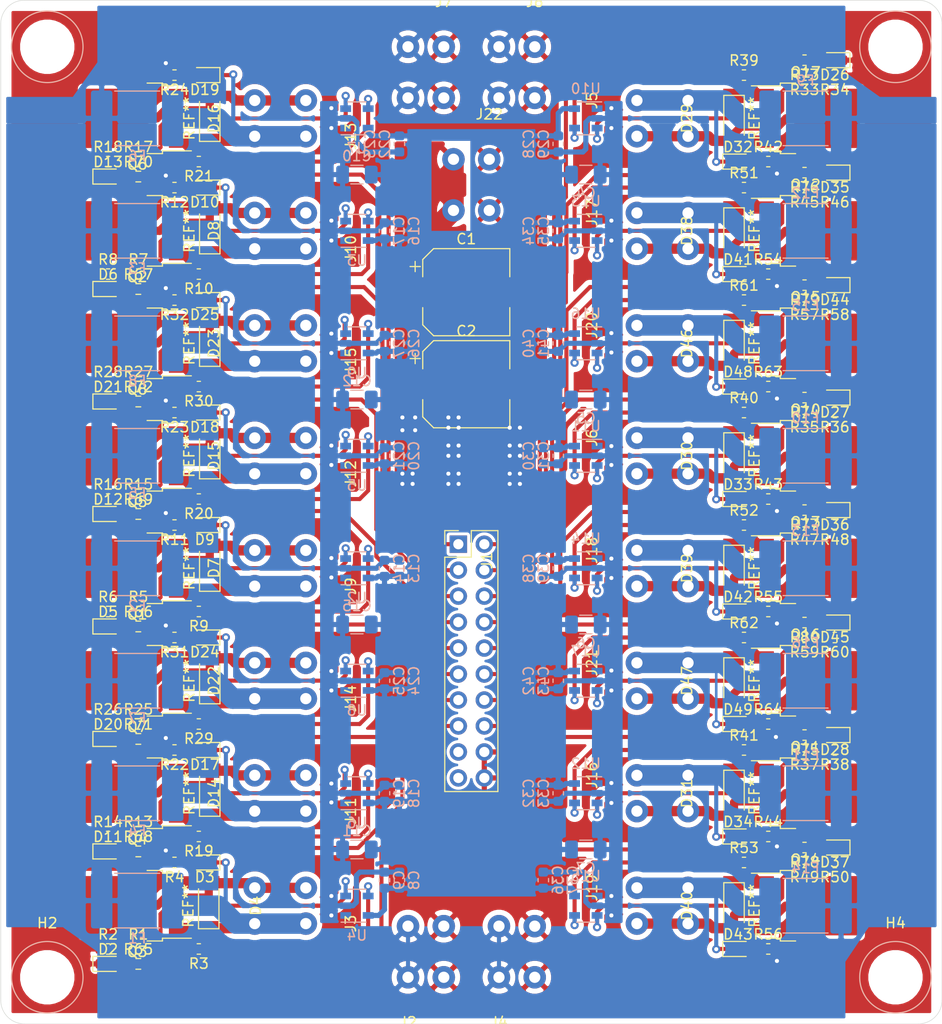
<source format=kicad_pcb>
(kicad_pcb (version 20171130) (host pcbnew "(5.1.0)-1")
  (layers (0 F.Cu signal) (31 B.Cu signal) (34 B.Paste user hide) (35 F.Paste user hide) (36 B.SilkS user hide) (37 F.SilkS user hide) (38 B.Mask user hide) (39 F.Mask user hide) (44 Edge.Cuts user))
  (net 0 "")
  (net 1 "Net-(Q1-Pad1)")
  (net 2 +48V)
  (net 3 GND)
  (net 4 "Net-(Q2-Pad1)")
  (net 5 "Net-(Q3-Pad1)")
  (net 6 "Net-(Q4-Pad1)")
  (net 7 "Net-(Q5-Pad1)")
  (net 8 "Net-(Q6-Pad1)")
  (net 9 "Net-(Q7-Pad1)")
  (net 10 "Net-(Q8-Pad1)")
  (net 11 "Net-(R1-Pad1)")
  (net 12 "Net-(R3-Pad1)")
  (net 13 "Net-(R9-Pad1)")
  (net 14 "Net-(R17-Pad1)")
  (net 15 "Net-(R19-Pad1)")
  (net 16 "Net-(R25-Pad1)")
  (net 17 +12V)
  (net 18 "Net-(R7-Pad1)")
  (net 19 "Net-(R13-Pad1)")
  (net 20 "Net-(R29-Pad1)")
  (net 21 "Net-(R30-Pad1)")
  (net 22 "Net-(D2-Pad2)")
  (net 23 "Net-(D3-Pad2)")
  (net 24 "Net-(D3-Pad1)")
  (net 25 "Net-(D4-Pad2)")
  (net 26 "Net-(D5-Pad2)")
  (net 27 "Net-(D6-Pad2)")
  (net 28 "Net-(D9-Pad2)")
  (net 29 "Net-(D7-Pad1)")
  (net 30 "Net-(D10-Pad2)")
  (net 31 "Net-(D10-Pad1)")
  (net 32 "Net-(D11-Pad2)")
  (net 33 "Net-(D12-Pad2)")
  (net 34 "Net-(D13-Pad2)")
  (net 35 "Net-(D17-Pad2)")
  (net 36 "Net-(D14-Pad1)")
  (net 37 "Net-(D18-Pad2)")
  (net 38 "Net-(D15-Pad1)")
  (net 39 "Net-(D19-Pad2)")
  (net 40 "Net-(D16-Pad1)")
  (net 41 "Net-(D20-Pad2)")
  (net 42 "Net-(D21-Pad2)")
  (net 43 "Net-(D24-Pad2)")
  (net 44 "Net-(D22-Pad1)")
  (net 45 "Net-(D25-Pad2)")
  (net 46 "Net-(D23-Pad1)")
  (net 47 "Net-(D7-Pad2)")
  (net 48 "Net-(D8-Pad2)")
  (net 49 "Net-(D14-Pad2)")
  (net 50 "Net-(D15-Pad2)")
  (net 51 "Net-(D16-Pad2)")
  (net 52 "Net-(D22-Pad2)")
  (net 53 "Net-(D23-Pad2)")
  (net 54 "Net-(R5-Pad1)")
  (net 55 "Net-(R10-Pad1)")
  (net 56 "Net-(R15-Pad1)")
  (net 57 "Net-(R20-Pad1)")
  (net 58 "Net-(R21-Pad1)")
  (net 59 "Net-(R27-Pad1)")
  (net 60 "Net-(D26-Pad2)")
  (net 61 "Net-(D27-Pad2)")
  (net 62 "Net-(D28-Pad2)")
  (net 63 "Net-(D29-Pad1)")
  (net 64 "Net-(D29-Pad2)")
  (net 65 "Net-(D32-Pad2)")
  (net 66 "Net-(D33-Pad2)")
  (net 67 "Net-(D30-Pad1)")
  (net 68 "Net-(D34-Pad2)")
  (net 69 "Net-(D31-Pad1)")
  (net 70 "Net-(D35-Pad2)")
  (net 71 "Net-(D36-Pad2)")
  (net 72 "Net-(D37-Pad2)")
  (net 73 "Net-(D41-Pad2)")
  (net 74 "Net-(D38-Pad1)")
  (net 75 "Net-(D42-Pad2)")
  (net 76 "Net-(D39-Pad1)")
  (net 77 "Net-(D43-Pad2)")
  (net 78 "Net-(D40-Pad1)")
  (net 79 "Net-(D44-Pad2)")
  (net 80 "Net-(D45-Pad2)")
  (net 81 "Net-(D48-Pad2)")
  (net 82 "Net-(D46-Pad1)")
  (net 83 "Net-(D49-Pad2)")
  (net 84 "Net-(D47-Pad1)")
  (net 85 "Net-(D30-Pad2)")
  (net 86 "Net-(Q10-Pad1)")
  (net 87 "Net-(D31-Pad2)")
  (net 88 "Net-(Q11-Pad1)")
  (net 89 "Net-(D38-Pad2)")
  (net 90 "Net-(Q12-Pad1)")
  (net 91 "Net-(D39-Pad2)")
  (net 92 "Net-(Q13-Pad1)")
  (net 93 "Net-(D40-Pad2)")
  (net 94 "Net-(Q14-Pad1)")
  (net 95 "Net-(D46-Pad2)")
  (net 96 "Net-(Q15-Pad1)")
  (net 97 "Net-(D47-Pad2)")
  (net 98 "Net-(Q16-Pad1)")
  (net 99 "Net-(R33-Pad1)")
  (net 100 "Net-(R35-Pad1)")
  (net 101 "Net-(R37-Pad1)")
  (net 102 "Net-(R39-Pad1)")
  (net 103 "Net-(R40-Pad1)")
  (net 104 "Net-(R41-Pad1)")
  (net 105 "Net-(R45-Pad1)")
  (net 106 "Net-(R47-Pad1)")
  (net 107 "Net-(R49-Pad1)")
  (net 108 "Net-(R51-Pad1)")
  (net 109 "Net-(R52-Pad1)")
  (net 110 "Net-(R53-Pad1)")
  (net 111 "Net-(R57-Pad1)")
  (net 112 "Net-(R59-Pad1)")
  (net 113 "Net-(R61-Pad1)")
  (net 114 "Net-(R62-Pad1)")
  (net 115 IN1)
  (net 116 IN4)
  (net 117 IN7)
  (net 118 IN2)
  (net 119 IN5)
  (net 120 IN8)
  (net 121 IN3)
  (net 122 IN6)
  (net 123 IN9)
  (net 124 IN12)
  (net 125 IN15)
  (net 126 IN10)
  (net 127 IN13)
  (net 128 IN16)
  (net 129 IN11)
  (net 130 IN14)
  (net 131 "Net-(Q17-Pad1)")
  (module MK_Footprints:PinHeader_2x10_P2.54mm_61202022021 (layer F.Cu) (at 133.725 84.145 270)
    (fp_text reference J1 (at 1.6 -2.8 270) (layer F.SilkS))
    (fp_text value Conn_02x08_Odd_Even)
    (pad 5 thru_hole oval (at 5.08 0) (size 1.7 1.7) (drill 1) (layers *.Cu *.Mask) (net 122 IN6))
    (pad 11 thru_hole oval (at 12.7 0) (size 1.7 1.7) (drill 1) (layers *.Cu *.Mask) (net 121 IN3))
    (pad 15 thru_hole oval (at 17.78 0) (size 1.7 1.7) (drill 1) (layers *.Cu *.Mask) (net 115 IN1))
    (pad 18 thru_hole oval (at 20.32 -2.54) (size 1.7 1.7) (drill 1) (layers *.Cu *.Mask) (net 3 GND))
    (pad 19 thru_hole oval (at 22.86 0) (size 1.7 1.7) (drill 1) (layers *.Cu *.Mask))
    (pad 3 thru_hole oval (at 2.54 0) (size 1.7 1.7) (drill 1) (layers *.Cu *.Mask) (net 117 IN7))
    (pad 6 thru_hole oval (at 5.08 -2.54) (size 1.7 1.7) (drill 1) (layers *.Cu *.Mask) (net 129 IN11))
    (pad 7 thru_hole oval (at 7.62 0) (size 1.7 1.7) (drill 1) (layers *.Cu *.Mask) (net 119 IN5))
    (pad 8 thru_hole oval (at 7.62 -2.54) (size 1.7 1.7) (drill 1) (layers *.Cu *.Mask) (net 124 IN12))
    (pad 9 thru_hole oval (at 10.16 0) (size 1.7 1.7) (drill 1) (layers *.Cu *.Mask) (net 116 IN4))
    (pad 10 thru_hole oval (at 10.16 -2.54) (size 1.7 1.7) (drill 1) (layers *.Cu *.Mask) (net 127 IN13))
    (pad 4 thru_hole oval (at 2.54 -2.54) (size 1.7 1.7) (drill 1) (layers *.Cu *.Mask) (net 126 IN10))
    (pad 1 thru_hole rect (at 0 0) (size 1.7 1.7) (drill 1) (layers *.Cu *.Mask) (net 120 IN8))
    (pad 12 thru_hole oval (at 12.7 -2.54) (size 1.7 1.7) (drill 1) (layers *.Cu *.Mask) (net 130 IN14))
    (pad 16 thru_hole oval (at 17.78 -2.54) (size 1.7 1.7) (drill 1) (layers *.Cu *.Mask) (net 128 IN16))
    (pad 17 thru_hole oval (at 20.32 0) (size 1.7 1.7) (drill 1) (layers *.Cu *.Mask))
    (pad 20 thru_hole oval (at 22.86 -2.54) (size 1.7 1.7) (drill 1) (layers *.Cu *.Mask) (net 3 GND))
    (pad 2 thru_hole oval (at 0 -2.54) (size 1.7 1.7) (drill 1) (layers *.Cu *.Mask) (net 123 IN9))
    (pad 13 thru_hole oval (at 15.24 0) (size 1.7 1.7) (drill 1) (layers *.Cu *.Mask) (net 118 IN2))
    (pad 14 thru_hole oval (at 15.24 -2.54) (size 1.7 1.7) (drill 1) (layers *.Cu *.Mask) (net 125 IN15))
  )
  (module MK_Footprints:SPTAF_2 (layer F.Cu) (at 136.75 49 180)
    (fp_text reference J22 (at 0 6.9 180) (layer F.SilkS))
    (fp_text value OUT1)
    (pad 2 thru_hole circle (at 3.5 2.5 180) (size 2.2 2.2) (drill 1.1) (layers *.Cu *.Mask) (net 17 +12V))
    (pad 2 thru_hole circle (at 3.5 -2.5 180) (size 2.2 2.2) (drill 1.1) (layers *.Cu *.Mask) (net 17 +12V))
    (pad 1 thru_hole circle (at 0 -2.5 180) (size 2.2 2.2) (drill 1.1) (layers *.Cu *.Mask) (net 3 GND))
    (pad 1 thru_hole circle (at 0 2.5 180) (size 2.2 2.2) (drill 1.1) (layers *.Cu *.Mask) (net 3 GND))
  )
  (module Capacitor_SMD:CP_Elec_8x10 (layer F.Cu) (at 134.5 68.5)
    (fp_text reference C2 (at 0 -5.2) (layer F.SilkS))
    (fp_text value 330u)
    (pad 2 smd roundrect (at 3.25 0) (size 3.5 2.5) (layers F.Cu F.Paste F.Mask) (roundrect_rratio 0.1) (net 3 GND))
    (pad 1 smd roundrect (at -3.25 0) (size 3.5 2.5) (layers F.Cu F.Paste F.Mask) (roundrect_rratio 0.1) (net 17 +12V))
  )
  (module Capacitor_SMD:CP_Elec_8x10 (layer F.Cu) (at 134.5 59.5)
    (fp_text reference C1 (at 0 -5.2) (layer F.SilkS))
    (fp_text value 330u)
    (pad 2 smd roundrect (at 3.25 0) (size 3.5 2.5) (layers F.Cu F.Paste F.Mask) (roundrect_rratio 0.1) (net 3 GND))
    (pad 1 smd roundrect (at -3.25 0) (size 3.5 2.5) (layers F.Cu F.Paste F.Mask) (roundrect_rratio 0.1) (net 17 +12V))
  )
  (module Resistor_SMD:R_0603_1608Metric (layer F.Cu) (at 167.6 91.81 180)
    (fp_text reference R80 (at 0 -1.43 180) (layer F.SilkS))
    (fp_text value 3.3k)
    (pad 2 smd roundrect (at 0.7875 0 180) (size 0.875 0.95) (layers F.Cu F.Paste F.Mask) (net 130 IN14))
    (pad 1 smd roundrect (at -0.7875 0 180) (size 0.875 0.95) (layers F.Cu F.Paste F.Mask) (net 80 "Net-(D45-Pad2)"))
  )
  (module Resistor_SMD:R_0603_1608Metric (layer F.Cu) (at 167.6 58.81 180)
    (fp_text reference R79 (at 0 -1.43 180) (layer F.SilkS))
    (fp_text value 3.3k)
    (pad 2 smd roundrect (at 0.7875 0 180) (size 0.875 0.95) (layers F.Cu F.Paste F.Mask) (net 129 IN11))
    (pad 1 smd roundrect (at -0.7875 0 180) (size 0.875 0.95) (layers F.Cu F.Paste F.Mask) (net 79 "Net-(D44-Pad2)"))
  )
  (module Resistor_SMD:R_0603_1608Metric (layer F.Cu) (at 167.6 113.81 180)
    (fp_text reference R78 (at 0 -1.43 180) (layer F.SilkS))
    (fp_text value 3.3k)
    (pad 2 smd roundrect (at 0.7875 0 180) (size 0.875 0.95) (layers F.Cu F.Paste F.Mask) (net 128 IN16))
    (pad 1 smd roundrect (at -0.7875 0 180) (size 0.875 0.95) (layers F.Cu F.Paste F.Mask) (net 72 "Net-(D37-Pad2)"))
  )
  (module Resistor_SMD:R_0603_1608Metric (layer F.Cu) (at 167.6 80.81 180)
    (fp_text reference R77 (at 0 -1.43 180) (layer F.SilkS))
    (fp_text value 3.3k)
    (pad 2 smd roundrect (at 0.7875 0 180) (size 0.875 0.95) (layers F.Cu F.Paste F.Mask) (net 127 IN13))
    (pad 1 smd roundrect (at -0.7875 0 180) (size 0.875 0.95) (layers F.Cu F.Paste F.Mask) (net 71 "Net-(D36-Pad2)"))
  )
  (module Resistor_SMD:R_0603_1608Metric (layer F.Cu) (at 167.6 47.81 180)
    (fp_text reference R76 (at 0 -1.43 180) (layer F.SilkS))
    (fp_text value 3.3k)
    (pad 2 smd roundrect (at 0.7875 0 180) (size 0.875 0.95) (layers F.Cu F.Paste F.Mask) (net 126 IN10))
    (pad 1 smd roundrect (at -0.7875 0 180) (size 0.875 0.95) (layers F.Cu F.Paste F.Mask) (net 70 "Net-(D35-Pad2)"))
  )
  (module Resistor_SMD:R_0603_1608Metric (layer F.Cu) (at 167.6 102.81 180)
    (fp_text reference R75 (at 0 -1.43 180) (layer F.SilkS))
    (fp_text value 3.3k)
    (pad 2 smd roundrect (at 0.7875 0 180) (size 0.875 0.95) (layers F.Cu F.Paste F.Mask) (net 125 IN15))
    (pad 1 smd roundrect (at -0.7875 0 180) (size 0.875 0.95) (layers F.Cu F.Paste F.Mask) (net 62 "Net-(D28-Pad2)"))
  )
  (module Resistor_SMD:R_0603_1608Metric (layer F.Cu) (at 167.6 69.81 180)
    (fp_text reference R74 (at 0 -1.43 180) (layer F.SilkS))
    (fp_text value 3.3k)
    (pad 2 smd roundrect (at 0.7875 0 180) (size 0.875 0.95) (layers F.Cu F.Paste F.Mask) (net 124 IN12))
    (pad 1 smd roundrect (at -0.7875 0 180) (size 0.875 0.95) (layers F.Cu F.Paste F.Mask) (net 61 "Net-(D27-Pad2)"))
  )
  (module Resistor_SMD:R_0603_1608Metric (layer F.Cu) (at 167.6 36.81 180)
    (fp_text reference R73 (at 0 -1.43 180) (layer F.SilkS))
    (fp_text value 3.3k)
    (pad 2 smd roundrect (at 0.7875 0 180) (size 0.875 0.95) (layers F.Cu F.Paste F.Mask) (net 123 IN9))
    (pad 1 smd roundrect (at -0.7875 0 180) (size 0.875 0.95) (layers F.Cu F.Paste F.Mask) (net 60 "Net-(D26-Pad2)"))
  )
  (module Resistor_SMD:R_0603_1608Metric (layer F.Cu) (at 99.45 46.73)
    (fp_text reference R18 (at 0 -1.43) (layer F.SilkS))
    (fp_text value 80)
    (pad 1 smd roundrect (at -0.7875 0) (size 0.875 0.95) (layers F.Cu F.Paste F.Mask) (net 3 GND))
    (pad 2 smd roundrect (at 0.7875 0) (size 0.875 0.95) (layers F.Cu F.Paste F.Mask) (net 14 "Net-(R17-Pad1)"))
  )
  (module Resistor_SMD:R_0603_1608Metric (layer F.Cu) (at 102.41 70.19)
    (fp_text reference R72 (at 0 -1.43) (layer F.SilkS))
    (fp_text value 3.3k)
    (pad 2 smd roundrect (at 0.825 0) (size 0.8 0.95) (layers F.Cu F.Paste F.Mask) (net 122 IN6))
    (pad 1 smd roundrect (at -0.825 0) (size 0.8 0.95) (layers F.Cu F.Paste F.Mask) (net 42 "Net-(D21-Pad2)"))
  )
  (module Resistor_SMD:R_0603_1608Metric (layer F.Cu) (at 102.41 103.19)
    (fp_text reference R71 (at 0 -1.43) (layer F.SilkS))
    (fp_text value 3.3k)
    (pad 2 smd roundrect (at 0.825 0) (size 0.8 0.95) (layers F.Cu F.Paste F.Mask) (net 121 IN3))
    (pad 1 smd roundrect (at -0.825 0) (size 0.8 0.95) (layers F.Cu F.Paste F.Mask) (net 41 "Net-(D20-Pad2)"))
  )
  (module Resistor_SMD:R_0603_1608Metric (layer F.Cu) (at 102.41 48.19)
    (fp_text reference R70 (at 0 -1.43) (layer F.SilkS))
    (fp_text value 3.3k)
    (pad 2 smd roundrect (at 0.825 0) (size 0.8 0.95) (layers F.Cu F.Paste F.Mask) (net 120 IN8))
    (pad 1 smd roundrect (at -0.825 0) (size 0.8 0.95) (layers F.Cu F.Paste F.Mask) (net 34 "Net-(D13-Pad2)"))
  )
  (module Resistor_SMD:R_0603_1608Metric (layer F.Cu) (at 102.41 81.19)
    (fp_text reference R69 (at 0 -1.43) (layer F.SilkS))
    (fp_text value 3.3k)
    (pad 2 smd roundrect (at 0.825 0) (size 0.8 0.95) (layers F.Cu F.Paste F.Mask) (net 119 IN5))
    (pad 1 smd roundrect (at -0.825 0) (size 0.8 0.95) (layers F.Cu F.Paste F.Mask) (net 33 "Net-(D12-Pad2)"))
  )
  (module Resistor_SMD:R_0603_1608Metric (layer F.Cu) (at 102.41 114.19)
    (fp_text reference R68 (at 0 -1.43) (layer F.SilkS))
    (fp_text value 3.3k)
    (pad 2 smd roundrect (at 0.825 0) (size 0.8 0.95) (layers F.Cu F.Paste F.Mask) (net 118 IN2))
    (pad 1 smd roundrect (at -0.825 0) (size 0.8 0.95) (layers F.Cu F.Paste F.Mask) (net 32 "Net-(D11-Pad2)"))
  )
  (module Resistor_SMD:R_0603_1608Metric (layer F.Cu) (at 102.41 59.19)
    (fp_text reference R67 (at 0 -1.43) (layer F.SilkS))
    (fp_text value 3.3k)
    (pad 2 smd roundrect (at 0.825 0) (size 0.8 0.95) (layers F.Cu F.Paste F.Mask) (net 117 IN7))
    (pad 1 smd roundrect (at -0.825 0) (size 0.8 0.95) (layers F.Cu F.Paste F.Mask) (net 27 "Net-(D6-Pad2)"))
  )
  (module Resistor_SMD:R_0603_1608Metric (layer F.Cu) (at 102.41 92.19)
    (fp_text reference R66 (at 0 -1.43) (layer F.SilkS))
    (fp_text value 3.3k)
    (pad 2 smd roundrect (at 0.825 0) (size 0.8 0.95) (layers F.Cu F.Paste F.Mask) (net 116 IN4))
    (pad 1 smd roundrect (at -0.825 0) (size 0.8 0.95) (layers F.Cu F.Paste F.Mask) (net 26 "Net-(D5-Pad2)"))
  )
  (module Resistor_SMD:R_0603_1608Metric (layer F.Cu) (at 102.41 125.19)
    (fp_text reference R65 (at 0 -1.43) (layer F.SilkS))
    (fp_text value 3.3k)
    (pad 2 smd roundrect (at 0.825 0) (size 0.8 0.95) (layers F.Cu F.Paste F.Mask) (net 115 IN1))
    (pad 1 smd roundrect (at -0.825 0) (size 0.8 0.95) (layers F.Cu F.Paste F.Mask) (net 22 "Net-(D2-Pad2)"))
  )
  (module Capacitor_SMD:C_0603_1608Metric (layer B.Cu) (at 143.5 97.5 270)
    (fp_text reference C43 (at 0 1.43 270) (layer B.SilkS) (effects (justify mirror)))
    (fp_text value 100n)
    (pad 2 smd roundrect (at 0.7875 0 270) (size 0.875 0.95) (layers B.Cu B.Paste B.Mask) (net 3 GND))
    (pad 1 smd roundrect (at -0.7875 0 270) (size 0.875 0.95) (layers B.Cu B.Paste B.Mask) (net 17 +12V))
  )
  (module Capacitor_SMD:C_0603_1608Metric (layer B.Cu) (at 142.04 97.5 270)
    (fp_text reference C42 (at 0 1.43 270) (layer B.SilkS) (effects (justify mirror)))
    (fp_text value 1u)
    (pad 2 smd roundrect (at 0.7875 0 270) (size 0.875 0.95) (layers B.Cu B.Paste B.Mask) (net 3 GND))
    (pad 1 smd roundrect (at -0.7875 0 270) (size 0.875 0.95) (layers B.Cu B.Paste B.Mask) (net 17 +12V))
  )
  (module Capacitor_SMD:C_0603_1608Metric (layer B.Cu) (at 143.5 64.5 270)
    (fp_text reference C41 (at 0 1.43 270) (layer B.SilkS) (effects (justify mirror)))
    (fp_text value 100n)
    (pad 2 smd roundrect (at 0.7875 0 270) (size 0.875 0.95) (layers B.Cu B.Paste B.Mask) (net 3 GND))
    (pad 1 smd roundrect (at -0.7875 0 270) (size 0.875 0.95) (layers B.Cu B.Paste B.Mask) (net 17 +12V))
  )
  (module Capacitor_SMD:C_0603_1608Metric (layer B.Cu) (at 142.04 64.5 270)
    (fp_text reference C40 (at 0 1.43 270) (layer B.SilkS) (effects (justify mirror)))
    (fp_text value 1u)
    (pad 2 smd roundrect (at 0.7875 0 270) (size 0.875 0.95) (layers B.Cu B.Paste B.Mask) (net 3 GND))
    (pad 1 smd roundrect (at -0.7875 0 270) (size 0.875 0.95) (layers B.Cu B.Paste B.Mask) (net 17 +12V))
  )
  (module Capacitor_SMD:C_0603_1608Metric (layer B.Cu) (at 143.5 86.5 270)
    (fp_text reference C39 (at 0 1.43 270) (layer B.SilkS) (effects (justify mirror)))
    (fp_text value 100n)
    (pad 2 smd roundrect (at 0.7875 0 270) (size 0.875 0.95) (layers B.Cu B.Paste B.Mask) (net 3 GND))
    (pad 1 smd roundrect (at -0.7875 0 270) (size 0.875 0.95) (layers B.Cu B.Paste B.Mask) (net 17 +12V))
  )
  (module Capacitor_SMD:C_0603_1608Metric (layer B.Cu) (at 142.04 86.5 270)
    (fp_text reference C38 (at 0 1.43 270) (layer B.SilkS) (effects (justify mirror)))
    (fp_text value 1u)
    (pad 2 smd roundrect (at 0.7875 0 270) (size 0.875 0.95) (layers B.Cu B.Paste B.Mask) (net 3 GND))
    (pad 1 smd roundrect (at -0.7875 0 270) (size 0.875 0.95) (layers B.Cu B.Paste B.Mask) (net 17 +12V))
  )
  (module Capacitor_SMD:C_0603_1608Metric (layer B.Cu) (at 143.5 117 90)
    (fp_text reference C37 (at 0 1.43 90) (layer B.SilkS) (effects (justify mirror)))
    (fp_text value 100n)
    (pad 2 smd roundrect (at 0.7875 0 90) (size 0.875 0.95) (layers B.Cu B.Paste B.Mask) (net 3 GND))
    (pad 1 smd roundrect (at -0.7875 0 90) (size 0.875 0.95) (layers B.Cu B.Paste B.Mask) (net 17 +12V))
  )
  (module Capacitor_SMD:C_0603_1608Metric (layer B.Cu) (at 142.04 117 90)
    (fp_text reference C36 (at 0 1.43 90) (layer B.SilkS) (effects (justify mirror)))
    (fp_text value 1u)
    (pad 2 smd roundrect (at 0.7875 0 90) (size 0.875 0.95) (layers B.Cu B.Paste B.Mask) (net 3 GND))
    (pad 1 smd roundrect (at -0.7875 0 90) (size 0.875 0.95) (layers B.Cu B.Paste B.Mask) (net 17 +12V))
  )
  (module Capacitor_SMD:C_0603_1608Metric (layer B.Cu) (at 143.5 53.5 270)
    (fp_text reference C35 (at 0 1.43 270) (layer B.SilkS) (effects (justify mirror)))
    (fp_text value 100n)
    (pad 2 smd roundrect (at 0.7875 0 270) (size 0.875 0.95) (layers B.Cu B.Paste B.Mask) (net 3 GND))
    (pad 1 smd roundrect (at -0.7875 0 270) (size 0.875 0.95) (layers B.Cu B.Paste B.Mask) (net 17 +12V))
  )
  (module Capacitor_SMD:C_0603_1608Metric (layer B.Cu) (at 142.04 53.5 270)
    (fp_text reference C34 (at 0 1.43 270) (layer B.SilkS) (effects (justify mirror)))
    (fp_text value 1u)
    (pad 2 smd roundrect (at 0.7875 0 270) (size 0.875 0.95) (layers B.Cu B.Paste B.Mask) (net 3 GND))
    (pad 1 smd roundrect (at -0.7875 0 270) (size 0.875 0.95) (layers B.Cu B.Paste B.Mask) (net 17 +12V))
  )
  (module Capacitor_SMD:C_0603_1608Metric (layer B.Cu) (at 143.5 108.5 270)
    (fp_text reference C33 (at 0 1.43 270) (layer B.SilkS) (effects (justify mirror)))
    (fp_text value 100n)
    (pad 2 smd roundrect (at 0.7875 0 270) (size 0.875 0.95) (layers B.Cu B.Paste B.Mask) (net 3 GND))
    (pad 1 smd roundrect (at -0.7875 0 270) (size 0.875 0.95) (layers B.Cu B.Paste B.Mask) (net 17 +12V))
  )
  (module Capacitor_SMD:C_0603_1608Metric (layer B.Cu) (at 142.04 108.5 270)
    (fp_text reference C32 (at 0 1.43 270) (layer B.SilkS) (effects (justify mirror)))
    (fp_text value 1u)
    (pad 2 smd roundrect (at 0.7875 0 270) (size 0.875 0.95) (layers B.Cu B.Paste B.Mask) (net 3 GND))
    (pad 1 smd roundrect (at -0.7875 0 270) (size 0.875 0.95) (layers B.Cu B.Paste B.Mask) (net 17 +12V))
  )
  (module Capacitor_SMD:C_0603_1608Metric (layer B.Cu) (at 143.5 75.5 270)
    (fp_text reference C31 (at 0 1.43 270) (layer B.SilkS) (effects (justify mirror)))
    (fp_text value 100n)
    (pad 2 smd roundrect (at 0.7875 0 270) (size 0.875 0.95) (layers B.Cu B.Paste B.Mask) (net 3 GND))
    (pad 1 smd roundrect (at -0.7875 0 270) (size 0.875 0.95) (layers B.Cu B.Paste B.Mask) (net 17 +12V))
  )
  (module Capacitor_SMD:C_0603_1608Metric (layer B.Cu) (at 142.04 75.5 270)
    (fp_text reference C30 (at 0 1.43 270) (layer B.SilkS) (effects (justify mirror)))
    (fp_text value 1u)
    (pad 2 smd roundrect (at 0.7875 0 270) (size 0.875 0.95) (layers B.Cu B.Paste B.Mask) (net 3 GND))
    (pad 1 smd roundrect (at -0.7875 0 270) (size 0.875 0.95) (layers B.Cu B.Paste B.Mask) (net 17 +12V))
  )
  (module Capacitor_SMD:C_0603_1608Metric (layer B.Cu) (at 143.5 45 270)
    (fp_text reference C29 (at 0 1.43 270) (layer B.SilkS) (effects (justify mirror)))
    (fp_text value 100n)
    (pad 2 smd roundrect (at 0.7875 0 270) (size 0.875 0.95) (layers B.Cu B.Paste B.Mask) (net 3 GND))
    (pad 1 smd roundrect (at -0.7875 0 270) (size 0.875 0.95) (layers B.Cu B.Paste B.Mask) (net 17 +12V))
  )
  (module Capacitor_SMD:C_0603_1608Metric (layer B.Cu) (at 142.04 45 270)
    (fp_text reference C28 (at 0 1.43 270) (layer B.SilkS) (effects (justify mirror)))
    (fp_text value 1u)
    (pad 2 smd roundrect (at 0.7875 0 270) (size 0.875 0.95) (layers B.Cu B.Paste B.Mask) (net 3 GND))
    (pad 1 smd roundrect (at -0.7875 0 270) (size 0.875 0.95) (layers B.Cu B.Paste B.Mask) (net 17 +12V))
  )
  (module Capacitor_SMD:C_0603_1608Metric (layer B.Cu) (at 126.5 64.5 90)
    (fp_text reference C27 (at 0 1.43 90) (layer B.SilkS) (effects (justify mirror)))
    (fp_text value 100n)
    (pad 2 smd roundrect (at 0.7875 0 90) (size 0.875 0.95) (layers B.Cu B.Paste B.Mask) (net 3 GND))
    (pad 1 smd roundrect (at -0.7875 0 90) (size 0.875 0.95) (layers B.Cu B.Paste B.Mask) (net 17 +12V))
  )
  (module Capacitor_SMD:C_0603_1608Metric (layer B.Cu) (at 127.96 64.5 90)
    (fp_text reference C26 (at 0 1.43 90) (layer B.SilkS) (effects (justify mirror)))
    (fp_text value 1u)
    (pad 2 smd roundrect (at 0.7875 0 90) (size 0.875 0.95) (layers B.Cu B.Paste B.Mask) (net 3 GND))
    (pad 1 smd roundrect (at -0.7875 0 90) (size 0.875 0.95) (layers B.Cu B.Paste B.Mask) (net 17 +12V))
  )
  (module Capacitor_SMD:C_0603_1608Metric (layer B.Cu) (at 126.5 97.5 90)
    (fp_text reference C25 (at 0 1.43 90) (layer B.SilkS) (effects (justify mirror)))
    (fp_text value 100n)
    (pad 2 smd roundrect (at 0.7875 0 90) (size 0.875 0.95) (layers B.Cu B.Paste B.Mask) (net 3 GND))
    (pad 1 smd roundrect (at -0.7875 0 90) (size 0.875 0.95) (layers B.Cu B.Paste B.Mask) (net 17 +12V))
  )
  (module Capacitor_SMD:C_0603_1608Metric (layer B.Cu) (at 127.96 97.5 90)
    (fp_text reference C24 (at 0 1.43 90) (layer B.SilkS) (effects (justify mirror)))
    (fp_text value 1u)
    (pad 2 smd roundrect (at 0.7875 0 90) (size 0.875 0.95) (layers B.Cu B.Paste B.Mask) (net 3 GND))
    (pad 1 smd roundrect (at -0.7875 0 90) (size 0.875 0.95) (layers B.Cu B.Paste B.Mask) (net 17 +12V))
  )
  (module Capacitor_SMD:C_0603_1608Metric (layer B.Cu) (at 126.5 45 270)
    (fp_text reference C23 (at 0 1.43 270) (layer B.SilkS) (effects (justify mirror)))
    (fp_text value 100n)
    (pad 2 smd roundrect (at 0.7875 0 270) (size 0.875 0.95) (layers B.Cu B.Paste B.Mask) (net 3 GND))
    (pad 1 smd roundrect (at -0.7875 0 270) (size 0.875 0.95) (layers B.Cu B.Paste B.Mask) (net 17 +12V))
  )
  (module Capacitor_SMD:C_0603_1608Metric (layer B.Cu) (at 127.96 45 270)
    (fp_text reference C22 (at 0 1.43 270) (layer B.SilkS) (effects (justify mirror)))
    (fp_text value 1u)
    (pad 2 smd roundrect (at 0.7875 0 270) (size 0.875 0.95) (layers B.Cu B.Paste B.Mask) (net 3 GND))
    (pad 1 smd roundrect (at -0.7875 0 270) (size 0.875 0.95) (layers B.Cu B.Paste B.Mask) (net 17 +12V))
  )
  (module Capacitor_SMD:C_0603_1608Metric (layer B.Cu) (at 126.5 75.5 90)
    (fp_text reference C21 (at 0 1.43 90) (layer B.SilkS) (effects (justify mirror)))
    (fp_text value 100n)
    (pad 2 smd roundrect (at 0.7875 0 90) (size 0.875 0.95) (layers B.Cu B.Paste B.Mask) (net 3 GND))
    (pad 1 smd roundrect (at -0.7875 0 90) (size 0.875 0.95) (layers B.Cu B.Paste B.Mask) (net 17 +12V))
  )
  (module Capacitor_SMD:C_0603_1608Metric (layer B.Cu) (at 127.96 75.5 90)
    (fp_text reference C20 (at 0 1.43 90) (layer B.SilkS) (effects (justify mirror)))
    (fp_text value 1u)
    (pad 2 smd roundrect (at 0.7875 0 90) (size 0.875 0.95) (layers B.Cu B.Paste B.Mask) (net 3 GND))
    (pad 1 smd roundrect (at -0.7875 0 90) (size 0.875 0.95) (layers B.Cu B.Paste B.Mask) (net 17 +12V))
  )
  (module Capacitor_SMD:C_0603_1608Metric (layer B.Cu) (at 126.5 108.5 90)
    (fp_text reference C19 (at 0 1.43 90) (layer B.SilkS) (effects (justify mirror)))
    (fp_text value 100n)
    (pad 2 smd roundrect (at 0.7875 0 90) (size 0.875 0.95) (layers B.Cu B.Paste B.Mask) (net 3 GND))
    (pad 1 smd roundrect (at -0.7875 0 90) (size 0.875 0.95) (layers B.Cu B.Paste B.Mask) (net 17 +12V))
  )
  (module Capacitor_SMD:C_0603_1608Metric (layer B.Cu) (at 127.96 108.5 90)
    (fp_text reference C18 (at 0 1.43 90) (layer B.SilkS) (effects (justify mirror)))
    (fp_text value 1u)
    (pad 2 smd roundrect (at 0.7875 0 90) (size 0.875 0.95) (layers B.Cu B.Paste B.Mask) (net 3 GND))
    (pad 1 smd roundrect (at -0.7875 0 90) (size 0.875 0.95) (layers B.Cu B.Paste B.Mask) (net 17 +12V))
  )
  (module Capacitor_SMD:C_0603_1608Metric (layer B.Cu) (at 126.5 53.5 90)
    (fp_text reference C17 (at 0 1.43 90) (layer B.SilkS) (effects (justify mirror)))
    (fp_text value 100n)
    (pad 2 smd roundrect (at 0.7875 0 90) (size 0.875 0.95) (layers B.Cu B.Paste B.Mask) (net 3 GND))
    (pad 1 smd roundrect (at -0.7875 0 90) (size 0.875 0.95) (layers B.Cu B.Paste B.Mask) (net 17 +12V))
  )
  (module Capacitor_SMD:C_0603_1608Metric (layer B.Cu) (at 127.96 53.5 90)
    (fp_text reference C16 (at 0 1.43 90) (layer B.SilkS) (effects (justify mirror)))
    (fp_text value 1u)
    (pad 2 smd roundrect (at 0.7875 0 90) (size 0.875 0.95) (layers B.Cu B.Paste B.Mask) (net 3 GND))
    (pad 1 smd roundrect (at -0.7875 0 90) (size 0.875 0.95) (layers B.Cu B.Paste B.Mask) (net 17 +12V))
  )
  (module Capacitor_SMD:C_0603_1608Metric (layer B.Cu) (at 126.5 86.5 90)
    (fp_text reference C14 (at 0 1.43 90) (layer B.SilkS) (effects (justify mirror)))
    (fp_text value 100n)
    (pad 2 smd roundrect (at 0.7875 0 90) (size 0.875 0.95) (layers B.Cu B.Paste B.Mask) (net 3 GND))
    (pad 1 smd roundrect (at -0.7875 0 90) (size 0.875 0.95) (layers B.Cu B.Paste B.Mask) (net 17 +12V))
  )
  (module Capacitor_SMD:C_0603_1608Metric (layer B.Cu) (at 127.96 86.5 90)
    (fp_text reference C13 (at 0 1.43 90) (layer B.SilkS) (effects (justify mirror)))
    (fp_text value 1u)
    (pad 2 smd roundrect (at 0.7875 0 90) (size 0.875 0.95) (layers B.Cu B.Paste B.Mask) (net 3 GND))
    (pad 1 smd roundrect (at -0.7875 0 90) (size 0.875 0.95) (layers B.Cu B.Paste B.Mask) (net 17 +12V))
  )
  (module Capacitor_SMD:C_0603_1608Metric (layer B.Cu) (at 126.5 117 90)
    (fp_text reference C9 (at 0 1.43 90) (layer B.SilkS) (effects (justify mirror)))
    (fp_text value 100n)
    (pad 2 smd roundrect (at 0.7875 0 90) (size 0.875 0.95) (layers B.Cu B.Paste B.Mask) (net 3 GND))
    (pad 1 smd roundrect (at -0.7875 0 90) (size 0.875 0.95) (layers B.Cu B.Paste B.Mask) (net 17 +12V))
  )
  (module Capacitor_SMD:C_0603_1608Metric (layer B.Cu) (at 127.96 117 90)
    (fp_text reference C8 (at 0 1.43 90) (layer B.SilkS) (effects (justify mirror)))
    (fp_text value 1u)
    (pad 2 smd roundrect (at 0.7875 0 90) (size 0.875 0.95) (layers B.Cu B.Paste B.Mask) (net 3 GND))
    (pad 1 smd roundrect (at -0.7875 0 90) (size 0.875 0.95) (layers B.Cu B.Paste B.Mask) (net 17 +12V))
  )
  (module Package_TO_SOT_SMD:TO-252-2 (layer F.Cu) (at 102.3 53.5 180)
    (fp_text reference Q2 (at 0 -4.5 180) (layer F.SilkS))
    (fp_text value Q_NMOS_GSD)
    (pad 1 smd rect (at -4.2 -2.28 180) (size 2.2 1.2) (layers F.Cu F.Paste F.Mask) (net 4 "Net-(Q2-Pad1)"))
    (pad 3 smd rect (at -4.2 2.28 180) (size 2.2 1.2) (layers F.Cu F.Paste F.Mask) (net 3 GND))
    (pad 2 smd rect (at 2.1 0 180) (size 6.4 5.8) (layers F.Cu F.Mask) (net 48 "Net-(D8-Pad2)"))
  )
  (module Package_TO_SOT_SMD:TO-252-2 (layer F.Cu) (at 167.7 42.5)
    (fp_text reference Q17 (at 0 -4.5) (layer F.SilkS))
    (fp_text value Q_NMOS_GDS)
    (pad 2 smd rect (at 2.1 0) (size 6.4 5.8) (layers F.Cu F.Mask) (net 64 "Net-(D29-Pad2)"))
    (pad 3 smd rect (at -4.2 2.28) (size 2.2 1.2) (layers F.Cu F.Paste F.Mask) (net 3 GND))
    (pad 1 smd rect (at -4.2 -2.28) (size 2.2 1.2) (layers F.Cu F.Paste F.Mask) (net 131 "Net-(Q17-Pad1)"))
  )
  (module Package_TO_SOT_SMD:SOT-23-5 (layer B.Cu) (at 146.2 97.5 180)
    (fp_text reference U17 (at 0 2.9 180) (layer B.SilkS) (effects (justify mirror)))
    (fp_text value MCP1416R)
    (pad 5 smd rect (at 1.1 0.95 180) (size 1.06 0.65) (layers B.Cu B.Paste B.Mask) (net 17 +12V))
    (pad 4 smd rect (at 1.1 -0.95 180) (size 1.06 0.65) (layers B.Cu B.Paste B.Mask) (net 114 "Net-(R62-Pad1)"))
    (pad 3 smd rect (at -1.1 -0.95 180) (size 1.06 0.65) (layers B.Cu B.Paste B.Mask) (net 112 "Net-(R59-Pad1)"))
    (pad 2 smd rect (at -1.1 0 180) (size 1.06 0.65) (layers B.Cu B.Paste B.Mask) (net 3 GND))
    (pad 1 smd rect (at -1.1 0.95 180) (size 1.06 0.65) (layers B.Cu B.Paste B.Mask))
  )
  (module Package_TO_SOT_SMD:SOT-23-5 (layer B.Cu) (at 146.2 64.5 180)
    (fp_text reference U16 (at 0 2.9 180) (layer B.SilkS) (effects (justify mirror)))
    (fp_text value MCP1416R)
    (pad 5 smd rect (at 1.1 0.95 180) (size 1.06 0.65) (layers B.Cu B.Paste B.Mask) (net 17 +12V))
    (pad 4 smd rect (at 1.1 -0.95 180) (size 1.06 0.65) (layers B.Cu B.Paste B.Mask) (net 113 "Net-(R61-Pad1)"))
    (pad 3 smd rect (at -1.1 -0.95 180) (size 1.06 0.65) (layers B.Cu B.Paste B.Mask) (net 111 "Net-(R57-Pad1)"))
    (pad 2 smd rect (at -1.1 0 180) (size 1.06 0.65) (layers B.Cu B.Paste B.Mask) (net 3 GND))
    (pad 1 smd rect (at -1.1 0.95 180) (size 1.06 0.65) (layers B.Cu B.Paste B.Mask))
  )
  (module Package_TO_SOT_SMD:SOT-23-5 (layer B.Cu) (at 146.2 119.5 180)
    (fp_text reference U15 (at 0 2.9 180) (layer B.SilkS) (effects (justify mirror)))
    (fp_text value MCP1416R)
    (pad 5 smd rect (at 1.1 0.95 180) (size 1.06 0.65) (layers B.Cu B.Paste B.Mask) (net 17 +12V))
    (pad 4 smd rect (at 1.1 -0.95 180) (size 1.06 0.65) (layers B.Cu B.Paste B.Mask) (net 110 "Net-(R53-Pad1)"))
    (pad 3 smd rect (at -1.1 -0.95 180) (size 1.06 0.65) (layers B.Cu B.Paste B.Mask) (net 107 "Net-(R49-Pad1)"))
    (pad 2 smd rect (at -1.1 0 180) (size 1.06 0.65) (layers B.Cu B.Paste B.Mask) (net 3 GND))
    (pad 1 smd rect (at -1.1 0.95 180) (size 1.06 0.65) (layers B.Cu B.Paste B.Mask))
  )
  (module Package_TO_SOT_SMD:SOT-23-5 (layer B.Cu) (at 146.2 86.5 180)
    (fp_text reference U14 (at 0 2.9 180) (layer B.SilkS) (effects (justify mirror)))
    (fp_text value MCP1416R)
    (pad 5 smd rect (at 1.1 0.95 180) (size 1.06 0.65) (layers B.Cu B.Paste B.Mask) (net 17 +12V))
    (pad 4 smd rect (at 1.1 -0.95 180) (size 1.06 0.65) (layers B.Cu B.Paste B.Mask) (net 109 "Net-(R52-Pad1)"))
    (pad 3 smd rect (at -1.1 -0.95 180) (size 1.06 0.65) (layers B.Cu B.Paste B.Mask) (net 106 "Net-(R47-Pad1)"))
    (pad 2 smd rect (at -1.1 0 180) (size 1.06 0.65) (layers B.Cu B.Paste B.Mask) (net 3 GND))
    (pad 1 smd rect (at -1.1 0.95 180) (size 1.06 0.65) (layers B.Cu B.Paste B.Mask))
  )
  (module Package_TO_SOT_SMD:SOT-23-5 (layer B.Cu) (at 146.2 53.5 180)
    (fp_text reference U13 (at 0 2.9 180) (layer B.SilkS) (effects (justify mirror)))
    (fp_text value MCP1416R)
    (pad 5 smd rect (at 1.1 0.95 180) (size 1.06 0.65) (layers B.Cu B.Paste B.Mask) (net 17 +12V))
    (pad 4 smd rect (at 1.1 -0.95 180) (size 1.06 0.65) (layers B.Cu B.Paste B.Mask) (net 108 "Net-(R51-Pad1)"))
    (pad 3 smd rect (at -1.1 -0.95 180) (size 1.06 0.65) (layers B.Cu B.Paste B.Mask) (net 105 "Net-(R45-Pad1)"))
    (pad 2 smd rect (at -1.1 0 180) (size 1.06 0.65) (layers B.Cu B.Paste B.Mask) (net 3 GND))
    (pad 1 smd rect (at -1.1 0.95 180) (size 1.06 0.65) (layers B.Cu B.Paste B.Mask))
  )
  (module Package_TO_SOT_SMD:SOT-23-5 (layer B.Cu) (at 146.2 108.5 180)
    (fp_text reference U12 (at 0 2.9 180) (layer B.SilkS) (effects (justify mirror)))
    (fp_text value MCP1416R)
    (pad 5 smd rect (at 1.1 0.95 180) (size 1.06 0.65) (layers B.Cu B.Paste B.Mask) (net 17 +12V))
    (pad 4 smd rect (at 1.1 -0.95 180) (size 1.06 0.65) (layers B.Cu B.Paste B.Mask) (net 104 "Net-(R41-Pad1)"))
    (pad 3 smd rect (at -1.1 -0.95 180) (size 1.06 0.65) (layers B.Cu B.Paste B.Mask) (net 101 "Net-(R37-Pad1)"))
    (pad 2 smd rect (at -1.1 0 180) (size 1.06 0.65) (layers B.Cu B.Paste B.Mask) (net 3 GND))
    (pad 1 smd rect (at -1.1 0.95 180) (size 1.06 0.65) (layers B.Cu B.Paste B.Mask))
  )
  (module Package_TO_SOT_SMD:SOT-23-5 (layer B.Cu) (at 146.2 75.5 180)
    (fp_text reference U11 (at 0 2.9 180) (layer B.SilkS) (effects (justify mirror)))
    (fp_text value MCP1416R)
    (pad 5 smd rect (at 1.1 0.95 180) (size 1.06 0.65) (layers B.Cu B.Paste B.Mask) (net 17 +12V))
    (pad 4 smd rect (at 1.1 -0.95 180) (size 1.06 0.65) (layers B.Cu B.Paste B.Mask) (net 103 "Net-(R40-Pad1)"))
    (pad 3 smd rect (at -1.1 -0.95 180) (size 1.06 0.65) (layers B.Cu B.Paste B.Mask) (net 100 "Net-(R35-Pad1)"))
    (pad 2 smd rect (at -1.1 0 180) (size 1.06 0.65) (layers B.Cu B.Paste B.Mask) (net 3 GND))
    (pad 1 smd rect (at -1.1 0.95 180) (size 1.06 0.65) (layers B.Cu B.Paste B.Mask))
  )
  (module Package_TO_SOT_SMD:SOT-23-5 (layer B.Cu) (at 146.2 42.5 180)
    (fp_text reference U10 (at 0 2.9 180) (layer B.SilkS) (effects (justify mirror)))
    (fp_text value MCP1416R)
    (pad 5 smd rect (at 1.1 0.95 180) (size 1.06 0.65) (layers B.Cu B.Paste B.Mask) (net 17 +12V))
    (pad 4 smd rect (at 1.1 -0.95 180) (size 1.06 0.65) (layers B.Cu B.Paste B.Mask) (net 102 "Net-(R39-Pad1)"))
    (pad 3 smd rect (at -1.1 -0.95 180) (size 1.06 0.65) (layers B.Cu B.Paste B.Mask) (net 99 "Net-(R33-Pad1)"))
    (pad 2 smd rect (at -1.1 0 180) (size 1.06 0.65) (layers B.Cu B.Paste B.Mask) (net 3 GND))
    (pad 1 smd rect (at -1.1 0.95 180) (size 1.06 0.65) (layers B.Cu B.Paste B.Mask))
  )
  (module Package_TO_SOT_SMD:SOT-23-5 (layer B.Cu) (at 123.8 64.5)
    (fp_text reference U9 (at 0 2.9) (layer B.SilkS) (effects (justify mirror)))
    (fp_text value MCP1416R)
    (pad 5 smd rect (at 1.1 0.95) (size 1.06 0.65) (layers B.Cu B.Paste B.Mask) (net 17 +12V))
    (pad 4 smd rect (at 1.1 -0.95) (size 1.06 0.65) (layers B.Cu B.Paste B.Mask) (net 21 "Net-(R30-Pad1)"))
    (pad 3 smd rect (at -1.1 -0.95) (size 1.06 0.65) (layers B.Cu B.Paste B.Mask) (net 59 "Net-(R27-Pad1)"))
    (pad 2 smd rect (at -1.1 0) (size 1.06 0.65) (layers B.Cu B.Paste B.Mask) (net 3 GND))
    (pad 1 smd rect (at -1.1 0.95) (size 1.06 0.65) (layers B.Cu B.Paste B.Mask))
  )
  (module Package_TO_SOT_SMD:SOT-23-5 (layer B.Cu) (at 123.8 97.5)
    (fp_text reference U8 (at 0 2.9) (layer B.SilkS) (effects (justify mirror)))
    (fp_text value MCP1416R)
    (pad 5 smd rect (at 1.1 0.95) (size 1.06 0.65) (layers B.Cu B.Paste B.Mask) (net 17 +12V))
    (pad 4 smd rect (at 1.1 -0.95) (size 1.06 0.65) (layers B.Cu B.Paste B.Mask) (net 20 "Net-(R29-Pad1)"))
    (pad 3 smd rect (at -1.1 -0.95) (size 1.06 0.65) (layers B.Cu B.Paste B.Mask) (net 16 "Net-(R25-Pad1)"))
    (pad 2 smd rect (at -1.1 0) (size 1.06 0.65) (layers B.Cu B.Paste B.Mask) (net 3 GND))
    (pad 1 smd rect (at -1.1 0.95) (size 1.06 0.65) (layers B.Cu B.Paste B.Mask))
  )
  (module Package_TO_SOT_SMD:SOT-23-5 (layer B.Cu) (at 123.8 42.5)
    (fp_text reference U7 (at 0 2.9) (layer B.SilkS) (effects (justify mirror)))
    (fp_text value MCP1416R)
    (pad 5 smd rect (at 1.1 0.95) (size 1.06 0.65) (layers B.Cu B.Paste B.Mask) (net 17 +12V))
    (pad 4 smd rect (at 1.1 -0.95) (size 1.06 0.65) (layers B.Cu B.Paste B.Mask) (net 58 "Net-(R21-Pad1)"))
    (pad 3 smd rect (at -1.1 -0.95) (size 1.06 0.65) (layers B.Cu B.Paste B.Mask) (net 14 "Net-(R17-Pad1)"))
    (pad 2 smd rect (at -1.1 0) (size 1.06 0.65) (layers B.Cu B.Paste B.Mask) (net 3 GND))
    (pad 1 smd rect (at -1.1 0.95) (size 1.06 0.65) (layers B.Cu B.Paste B.Mask))
  )
  (module Package_TO_SOT_SMD:SOT-23-5 (layer B.Cu) (at 123.8 108.5)
    (fp_text reference U6 (at 0 2.9) (layer B.SilkS) (effects (justify mirror)))
    (fp_text value MCP1416R)
    (pad 5 smd rect (at 1.1 0.95) (size 1.06 0.65) (layers B.Cu B.Paste B.Mask) (net 17 +12V))
    (pad 4 smd rect (at 1.1 -0.95) (size 1.06 0.65) (layers B.Cu B.Paste B.Mask) (net 15 "Net-(R19-Pad1)"))
    (pad 3 smd rect (at -1.1 -0.95) (size 1.06 0.65) (layers B.Cu B.Paste B.Mask) (net 19 "Net-(R13-Pad1)"))
    (pad 2 smd rect (at -1.1 0) (size 1.06 0.65) (layers B.Cu B.Paste B.Mask) (net 3 GND))
    (pad 1 smd rect (at -1.1 0.95) (size 1.06 0.65) (layers B.Cu B.Paste B.Mask))
  )
  (module Package_TO_SOT_SMD:SOT-23-5 (layer B.Cu) (at 123.8 75.5)
    (fp_text reference U5 (at 0 2.9) (layer B.SilkS) (effects (justify mirror)))
    (fp_text value MCP1416R)
    (pad 5 smd rect (at 1.1 0.95) (size 1.06 0.65) (layers B.Cu B.Paste B.Mask) (net 17 +12V))
    (pad 4 smd rect (at 1.1 -0.95) (size 1.06 0.65) (layers B.Cu B.Paste B.Mask) (net 57 "Net-(R20-Pad1)"))
    (pad 3 smd rect (at -1.1 -0.95) (size 1.06 0.65) (layers B.Cu B.Paste B.Mask) (net 56 "Net-(R15-Pad1)"))
    (pad 2 smd rect (at -1.1 0) (size 1.06 0.65) (layers B.Cu B.Paste B.Mask) (net 3 GND))
    (pad 1 smd rect (at -1.1 0.95) (size 1.06 0.65) (layers B.Cu B.Paste B.Mask))
  )
  (module Package_TO_SOT_SMD:SOT-23-5 (layer B.Cu) (at 123.8 53.5)
    (fp_text reference U3 (at 0 2.9) (layer B.SilkS) (effects (justify mirror)))
    (fp_text value MCP1416R)
    (pad 5 smd rect (at 1.1 0.95) (size 1.06 0.65) (layers B.Cu B.Paste B.Mask) (net 17 +12V))
    (pad 4 smd rect (at 1.1 -0.95) (size 1.06 0.65) (layers B.Cu B.Paste B.Mask) (net 55 "Net-(R10-Pad1)"))
    (pad 3 smd rect (at -1.1 -0.95) (size 1.06 0.65) (layers B.Cu B.Paste B.Mask) (net 18 "Net-(R7-Pad1)"))
    (pad 2 smd rect (at -1.1 0) (size 1.06 0.65) (layers B.Cu B.Paste B.Mask) (net 3 GND))
    (pad 1 smd rect (at -1.1 0.95) (size 1.06 0.65) (layers B.Cu B.Paste B.Mask))
  )
  (module Package_TO_SOT_SMD:SOT-23-5 (layer B.Cu) (at 123.8 86.5)
    (fp_text reference U2 (at 0 2.9) (layer B.SilkS) (effects (justify mirror)))
    (fp_text value MCP1416R)
    (pad 5 smd rect (at 1.1 0.95) (size 1.06 0.65) (layers B.Cu B.Paste B.Mask) (net 17 +12V))
    (pad 4 smd rect (at 1.1 -0.95) (size 1.06 0.65) (layers B.Cu B.Paste B.Mask) (net 13 "Net-(R9-Pad1)"))
    (pad 3 smd rect (at -1.1 -0.95) (size 1.06 0.65) (layers B.Cu B.Paste B.Mask) (net 54 "Net-(R5-Pad1)"))
    (pad 2 smd rect (at -1.1 0) (size 1.06 0.65) (layers B.Cu B.Paste B.Mask) (net 3 GND))
    (pad 1 smd rect (at -1.1 0.95) (size 1.06 0.65) (layers B.Cu B.Paste B.Mask))
  )
  (module Package_TO_SOT_SMD:SOT-23-5 (layer B.Cu) (at 123.8 119.5)
    (fp_text reference U4 (at 0 2.9) (layer B.SilkS) (effects (justify mirror)))
    (fp_text value MCP1416R)
    (pad 5 smd rect (at 1.1 0.95) (size 1.06 0.65) (layers B.Cu B.Paste B.Mask) (net 17 +12V))
    (pad 4 smd rect (at 1.1 -0.95) (size 1.06 0.65) (layers B.Cu B.Paste B.Mask) (net 12 "Net-(R3-Pad1)"))
    (pad 3 smd rect (at -1.1 -0.95) (size 1.06 0.65) (layers B.Cu B.Paste B.Mask) (net 11 "Net-(R1-Pad1)"))
    (pad 2 smd rect (at -1.1 0) (size 1.06 0.65) (layers B.Cu B.Paste B.Mask) (net 3 GND))
    (pad 1 smd rect (at -1.1 0.95) (size 1.06 0.65) (layers B.Cu B.Paste B.Mask))
  )
  (module MountingHole:MountingHole_4.3mm_M4 (layer F.Cu) (at 176.5 126.5)
    (fp_text reference H4 (at 0 -5.3) (layer F.SilkS))
    (fp_text value MountingHole)
    (pad 1 np_thru_hole circle (at 0 0) (size 4.3 4.3) (drill 4.3) (layers *.Cu *.Mask))
  )
  (module MountingHole:MountingHole_4.3mm_M4 (layer F.Cu) (at 176.5 35.5)
    (fp_text reference H3 (at 0 -5.3) (layer F.SilkS))
    (fp_text value MountingHole)
    (pad 1 np_thru_hole circle (at 0 0) (size 4.3 4.3) (drill 4.3) (layers *.Cu *.Mask))
  )
  (module MountingHole:MountingHole_4.3mm_M4 (layer F.Cu) (at 93.5 126.5)
    (fp_text reference H2 (at 0 -5.3) (layer F.SilkS))
    (fp_text value MountingHole)
    (pad 1 np_thru_hole circle (at 0 0) (size 4.3 4.3) (drill 4.3) (layers *.Cu *.Mask))
  )
  (module MountingHole:MountingHole_4.3mm_M4 (layer F.Cu) (at 93.5 35.5)
    (fp_text reference H1 (at 0 -5.3) (layer F.SilkS))
    (fp_text value MountingHole)
    (pad 1 np_thru_hole circle (at 0 0) (size 4.3 4.3) (drill 4.3) (layers *.Cu *.Mask))
  )
  (module MK_Footprints:SPTAF_2 (layer F.Cu) (at 153.7 95.75 270)
    (fp_text reference J21 (at 0 6.9 270) (layer F.SilkS))
    (fp_text value OUT1)
    (pad 2 thru_hole circle (at 3.5 2.5 270) (size 2.2 2.2) (drill 1.1) (layers *.Cu *.Mask) (net 97 "Net-(D47-Pad2)"))
    (pad 2 thru_hole circle (at 3.5 -2.5 270) (size 2.2 2.2) (drill 1.1) (layers *.Cu *.Mask) (net 97 "Net-(D47-Pad2)"))
    (pad 1 thru_hole circle (at 0 -2.5 270) (size 2.2 2.2) (drill 1.1) (layers *.Cu *.Mask) (net 84 "Net-(D47-Pad1)"))
    (pad 1 thru_hole circle (at 0 2.5 270) (size 2.2 2.2) (drill 1.1) (layers *.Cu *.Mask) (net 84 "Net-(D47-Pad1)"))
  )
  (module MK_Footprints:SPTAF_2 (layer F.Cu) (at 153.7 62.75 270)
    (fp_text reference J20 (at 0 6.9 270) (layer F.SilkS))
    (fp_text value OUT1)
    (pad 2 thru_hole circle (at 3.5 2.5 270) (size 2.2 2.2) (drill 1.1) (layers *.Cu *.Mask) (net 95 "Net-(D46-Pad2)"))
    (pad 2 thru_hole circle (at 3.5 -2.5 270) (size 2.2 2.2) (drill 1.1) (layers *.Cu *.Mask) (net 95 "Net-(D46-Pad2)"))
    (pad 1 thru_hole circle (at 0 -2.5 270) (size 2.2 2.2) (drill 1.1) (layers *.Cu *.Mask) (net 82 "Net-(D46-Pad1)"))
    (pad 1 thru_hole circle (at 0 2.5 270) (size 2.2 2.2) (drill 1.1) (layers *.Cu *.Mask) (net 82 "Net-(D46-Pad1)"))
  )
  (module MK_Footprints:SPTAF_2 (layer F.Cu) (at 153.7 117.75 270)
    (fp_text reference J19 (at 0 6.9 270) (layer F.SilkS))
    (fp_text value OUT1)
    (pad 2 thru_hole circle (at 3.5 2.5 270) (size 2.2 2.2) (drill 1.1) (layers *.Cu *.Mask) (net 93 "Net-(D40-Pad2)"))
    (pad 2 thru_hole circle (at 3.5 -2.5 270) (size 2.2 2.2) (drill 1.1) (layers *.Cu *.Mask) (net 93 "Net-(D40-Pad2)"))
    (pad 1 thru_hole circle (at 0 -2.5 270) (size 2.2 2.2) (drill 1.1) (layers *.Cu *.Mask) (net 78 "Net-(D40-Pad1)"))
    (pad 1 thru_hole circle (at 0 2.5 270) (size 2.2 2.2) (drill 1.1) (layers *.Cu *.Mask) (net 78 "Net-(D40-Pad1)"))
  )
  (module MK_Footprints:SPTAF_2 (layer F.Cu) (at 153.7 84.75 270)
    (fp_text reference J18 (at 0 6.9 270) (layer F.SilkS))
    (fp_text value OUT1)
    (pad 2 thru_hole circle (at 3.5 2.5 270) (size 2.2 2.2) (drill 1.1) (layers *.Cu *.Mask) (net 91 "Net-(D39-Pad2)"))
    (pad 2 thru_hole circle (at 3.5 -2.5 270) (size 2.2 2.2) (drill 1.1) (layers *.Cu *.Mask) (net 91 "Net-(D39-Pad2)"))
    (pad 1 thru_hole circle (at 0 -2.5 270) (size 2.2 2.2) (drill 1.1) (layers *.Cu *.Mask) (net 76 "Net-(D39-Pad1)"))
    (pad 1 thru_hole circle (at 0 2.5 270) (size 2.2 2.2) (drill 1.1) (layers *.Cu *.Mask) (net 76 "Net-(D39-Pad1)"))
  )
  (module MK_Footprints:SPTAF_2 (layer F.Cu) (at 153.7 51.75 270)
    (fp_text reference J17 (at 0 6.9 270) (layer F.SilkS))
    (fp_text value OUT1)
    (pad 2 thru_hole circle (at 3.5 2.5 270) (size 2.2 2.2) (drill 1.1) (layers *.Cu *.Mask) (net 89 "Net-(D38-Pad2)"))
    (pad 2 thru_hole circle (at 3.5 -2.5 270) (size 2.2 2.2) (drill 1.1) (layers *.Cu *.Mask) (net 89 "Net-(D38-Pad2)"))
    (pad 1 thru_hole circle (at 0 -2.5 270) (size 2.2 2.2) (drill 1.1) (layers *.Cu *.Mask) (net 74 "Net-(D38-Pad1)"))
    (pad 1 thru_hole circle (at 0 2.5 270) (size 2.2 2.2) (drill 1.1) (layers *.Cu *.Mask) (net 74 "Net-(D38-Pad1)"))
  )
  (module MK_Footprints:SPTAF_2 (layer F.Cu) (at 153.7 106.75 270)
    (fp_text reference J16 (at 0 6.9 270) (layer F.SilkS))
    (fp_text value OUT1)
    (pad 2 thru_hole circle (at 3.5 2.5 270) (size 2.2 2.2) (drill 1.1) (layers *.Cu *.Mask) (net 87 "Net-(D31-Pad2)"))
    (pad 2 thru_hole circle (at 3.5 -2.5 270) (size 2.2 2.2) (drill 1.1) (layers *.Cu *.Mask) (net 87 "Net-(D31-Pad2)"))
    (pad 1 thru_hole circle (at 0 -2.5 270) (size 2.2 2.2) (drill 1.1) (layers *.Cu *.Mask) (net 69 "Net-(D31-Pad1)"))
    (pad 1 thru_hole circle (at 0 2.5 270) (size 2.2 2.2) (drill 1.1) (layers *.Cu *.Mask) (net 69 "Net-(D31-Pad1)"))
  )
  (module MK_Footprints:SPTAF_2 (layer F.Cu) (at 141.2 38 180)
    (fp_text reference J8 (at 0 6.9 180) (layer F.SilkS))
    (fp_text value OUT1)
    (pad 2 thru_hole circle (at 3.5 2.5 180) (size 2.2 2.2) (drill 1.1) (layers *.Cu *.Mask) (net 2 +48V))
    (pad 2 thru_hole circle (at 3.5 -2.5 180) (size 2.2 2.2) (drill 1.1) (layers *.Cu *.Mask) (net 2 +48V))
    (pad 1 thru_hole circle (at 0 -2.5 180) (size 2.2 2.2) (drill 1.1) (layers *.Cu *.Mask) (net 3 GND))
    (pad 1 thru_hole circle (at 0 2.5 180) (size 2.2 2.2) (drill 1.1) (layers *.Cu *.Mask) (net 3 GND))
  )
  (module MK_Footprints:SPTAF_2 (layer F.Cu) (at 132.3 38 180)
    (fp_text reference J7 (at 0 6.9 180) (layer F.SilkS))
    (fp_text value OUT1)
    (pad 2 thru_hole circle (at 3.5 2.5 180) (size 2.2 2.2) (drill 1.1) (layers *.Cu *.Mask) (net 2 +48V))
    (pad 2 thru_hole circle (at 3.5 -2.5 180) (size 2.2 2.2) (drill 1.1) (layers *.Cu *.Mask) (net 2 +48V))
    (pad 1 thru_hole circle (at 0 -2.5 180) (size 2.2 2.2) (drill 1.1) (layers *.Cu *.Mask) (net 3 GND))
    (pad 1 thru_hole circle (at 0 2.5 180) (size 2.2 2.2) (drill 1.1) (layers *.Cu *.Mask) (net 3 GND))
  )
  (module MK_Footprints:SPTAF_2 (layer F.Cu) (at 153.7 73.75 270)
    (fp_text reference J6 (at 0 6.9 270) (layer F.SilkS))
    (fp_text value OUT1)
    (pad 2 thru_hole circle (at 3.5 2.5 270) (size 2.2 2.2) (drill 1.1) (layers *.Cu *.Mask) (net 85 "Net-(D30-Pad2)"))
    (pad 2 thru_hole circle (at 3.5 -2.5 270) (size 2.2 2.2) (drill 1.1) (layers *.Cu *.Mask) (net 85 "Net-(D30-Pad2)"))
    (pad 1 thru_hole circle (at 0 -2.5 270) (size 2.2 2.2) (drill 1.1) (layers *.Cu *.Mask) (net 67 "Net-(D30-Pad1)"))
    (pad 1 thru_hole circle (at 0 2.5 270) (size 2.2 2.2) (drill 1.1) (layers *.Cu *.Mask) (net 67 "Net-(D30-Pad1)"))
  )
  (module MK_Footprints:SPTAF_2 (layer F.Cu) (at 153.7 40.75 270)
    (fp_text reference J5 (at 0 6.9 270) (layer F.SilkS))
    (fp_text value OUT1)
    (pad 2 thru_hole circle (at 3.5 2.5 270) (size 2.2 2.2) (drill 1.1) (layers *.Cu *.Mask) (net 64 "Net-(D29-Pad2)"))
    (pad 2 thru_hole circle (at 3.5 -2.5 270) (size 2.2 2.2) (drill 1.1) (layers *.Cu *.Mask) (net 64 "Net-(D29-Pad2)"))
    (pad 1 thru_hole circle (at 0 -2.5 270) (size 2.2 2.2) (drill 1.1) (layers *.Cu *.Mask) (net 63 "Net-(D29-Pad1)"))
    (pad 1 thru_hole circle (at 0 2.5 270) (size 2.2 2.2) (drill 1.1) (layers *.Cu *.Mask) (net 63 "Net-(D29-Pad1)"))
  )
  (module MK_Footprints:SPTAF_2 (layer F.Cu) (at 137.7 124)
    (fp_text reference J4 (at 0 6.9) (layer F.SilkS))
    (fp_text value OUT1)
    (pad 2 thru_hole circle (at 3.5 2.5) (size 2.2 2.2) (drill 1.1) (layers *.Cu *.Mask) (net 3 GND))
    (pad 2 thru_hole circle (at 3.5 -2.5) (size 2.2 2.2) (drill 1.1) (layers *.Cu *.Mask) (net 3 GND))
    (pad 1 thru_hole circle (at 0 -2.5) (size 2.2 2.2) (drill 1.1) (layers *.Cu *.Mask) (net 2 +48V))
    (pad 1 thru_hole circle (at 0 2.5) (size 2.2 2.2) (drill 1.1) (layers *.Cu *.Mask) (net 2 +48V))
  )
  (module MK_Footprints:SPTAF_2 (layer F.Cu) (at 128.8 124)
    (fp_text reference J2 (at 0 6.9) (layer F.SilkS))
    (fp_text value OUT1)
    (pad 2 thru_hole circle (at 3.5 2.5) (size 2.2 2.2) (drill 1.1) (layers *.Cu *.Mask) (net 3 GND))
    (pad 2 thru_hole circle (at 3.5 -2.5) (size 2.2 2.2) (drill 1.1) (layers *.Cu *.Mask) (net 3 GND))
    (pad 1 thru_hole circle (at 0 -2.5) (size 2.2 2.2) (drill 1.1) (layers *.Cu *.Mask) (net 2 +48V))
    (pad 1 thru_hole circle (at 0 2.5) (size 2.2 2.2) (drill 1.1) (layers *.Cu *.Mask) (net 2 +48V))
  )
  (module MK_Footprints:SPTAF_2 (layer F.Cu) (at 116.3 44.25 90)
    (fp_text reference J13 (at 0 6.9 90) (layer F.SilkS))
    (fp_text value OUT1)
    (pad 2 thru_hole circle (at 3.5 2.5 90) (size 2.2 2.2) (drill 1.1) (layers *.Cu *.Mask) (net 51 "Net-(D16-Pad2)"))
    (pad 2 thru_hole circle (at 3.5 -2.5 90) (size 2.2 2.2) (drill 1.1) (layers *.Cu *.Mask) (net 51 "Net-(D16-Pad2)"))
    (pad 1 thru_hole circle (at 0 -2.5 90) (size 2.2 2.2) (drill 1.1) (layers *.Cu *.Mask) (net 40 "Net-(D16-Pad1)"))
    (pad 1 thru_hole circle (at 0 2.5 90) (size 2.2 2.2) (drill 1.1) (layers *.Cu *.Mask) (net 40 "Net-(D16-Pad1)"))
  )
  (module MK_Footprints:SPTAF_2 (layer F.Cu) (at 116.3 55.25 90)
    (fp_text reference J10 (at 0 6.9 90) (layer F.SilkS))
    (fp_text value OUT1)
    (pad 2 thru_hole circle (at 3.5 2.5 90) (size 2.2 2.2) (drill 1.1) (layers *.Cu *.Mask) (net 48 "Net-(D8-Pad2)"))
    (pad 2 thru_hole circle (at 3.5 -2.5 90) (size 2.2 2.2) (drill 1.1) (layers *.Cu *.Mask) (net 48 "Net-(D8-Pad2)"))
    (pad 1 thru_hole circle (at 0 -2.5 90) (size 2.2 2.2) (drill 1.1) (layers *.Cu *.Mask) (net 31 "Net-(D10-Pad1)"))
    (pad 1 thru_hole circle (at 0 2.5 90) (size 2.2 2.2) (drill 1.1) (layers *.Cu *.Mask) (net 31 "Net-(D10-Pad1)"))
  )
  (module MK_Footprints:SPTAF_2 (layer F.Cu) (at 116.3 66.25 90)
    (fp_text reference J15 (at 0 6.9 90) (layer F.SilkS))
    (fp_text value OUT1)
    (pad 2 thru_hole circle (at 3.5 2.5 90) (size 2.2 2.2) (drill 1.1) (layers *.Cu *.Mask) (net 53 "Net-(D23-Pad2)"))
    (pad 2 thru_hole circle (at 3.5 -2.5 90) (size 2.2 2.2) (drill 1.1) (layers *.Cu *.Mask) (net 53 "Net-(D23-Pad2)"))
    (pad 1 thru_hole circle (at 0 -2.5 90) (size 2.2 2.2) (drill 1.1) (layers *.Cu *.Mask) (net 46 "Net-(D23-Pad1)"))
    (pad 1 thru_hole circle (at 0 2.5 90) (size 2.2 2.2) (drill 1.1) (layers *.Cu *.Mask) (net 46 "Net-(D23-Pad1)"))
  )
  (module MK_Footprints:SPTAF_2 (layer F.Cu) (at 116.3 77.25 90)
    (fp_text reference J12 (at 0 6.9 90) (layer F.SilkS))
    (fp_text value OUT1)
    (pad 2 thru_hole circle (at 3.5 2.5 90) (size 2.2 2.2) (drill 1.1) (layers *.Cu *.Mask) (net 50 "Net-(D15-Pad2)"))
    (pad 2 thru_hole circle (at 3.5 -2.5 90) (size 2.2 2.2) (drill 1.1) (layers *.Cu *.Mask) (net 50 "Net-(D15-Pad2)"))
    (pad 1 thru_hole circle (at 0 -2.5 90) (size 2.2 2.2) (drill 1.1) (layers *.Cu *.Mask) (net 38 "Net-(D15-Pad1)"))
    (pad 1 thru_hole circle (at 0 2.5 90) (size 2.2 2.2) (drill 1.1) (layers *.Cu *.Mask) (net 38 "Net-(D15-Pad1)"))
  )
  (module MK_Footprints:SPTAF_2 (layer F.Cu) (at 116.3 88.25 90)
    (fp_text reference J9 (at 0 6.9 90) (layer F.SilkS))
    (fp_text value OUT1)
    (pad 2 thru_hole circle (at 3.5 2.5 90) (size 2.2 2.2) (drill 1.1) (layers *.Cu *.Mask) (net 47 "Net-(D7-Pad2)"))
    (pad 2 thru_hole circle (at 3.5 -2.5 90) (size 2.2 2.2) (drill 1.1) (layers *.Cu *.Mask) (net 47 "Net-(D7-Pad2)"))
    (pad 1 thru_hole circle (at 0 -2.5 90) (size 2.2 2.2) (drill 1.1) (layers *.Cu *.Mask) (net 29 "Net-(D7-Pad1)"))
    (pad 1 thru_hole circle (at 0 2.5 90) (size 2.2 2.2) (drill 1.1) (layers *.Cu *.Mask) (net 29 "Net-(D7-Pad1)"))
  )
  (module MK_Footprints:SPTAF_2 (layer F.Cu) (at 116.3 99.25 90)
    (fp_text reference J14 (at 0 6.9 90) (layer F.SilkS))
    (fp_text value OUT1)
    (pad 2 thru_hole circle (at 3.5 2.5 90) (size 2.2 2.2) (drill 1.1) (layers *.Cu *.Mask) (net 52 "Net-(D22-Pad2)"))
    (pad 2 thru_hole circle (at 3.5 -2.5 90) (size 2.2 2.2) (drill 1.1) (layers *.Cu *.Mask) (net 52 "Net-(D22-Pad2)"))
    (pad 1 thru_hole circle (at 0 -2.5 90) (size 2.2 2.2) (drill 1.1) (layers *.Cu *.Mask) (net 44 "Net-(D22-Pad1)"))
    (pad 1 thru_hole circle (at 0 2.5 90) (size 2.2 2.2) (drill 1.1) (layers *.Cu *.Mask) (net 44 "Net-(D22-Pad1)"))
  )
  (module MK_Footprints:SPTAF_2 (layer F.Cu) (at 116.3 110.25 90)
    (fp_text reference J11 (at 0 6.9 90) (layer F.SilkS))
    (fp_text value OUT1)
    (pad 2 thru_hole circle (at 3.5 2.5 90) (size 2.2 2.2) (drill 1.1) (layers *.Cu *.Mask) (net 49 "Net-(D14-Pad2)"))
    (pad 2 thru_hole circle (at 3.5 -2.5 90) (size 2.2 2.2) (drill 1.1) (layers *.Cu *.Mask) (net 49 "Net-(D14-Pad2)"))
    (pad 1 thru_hole circle (at 0 -2.5 90) (size 2.2 2.2) (drill 1.1) (layers *.Cu *.Mask) (net 36 "Net-(D14-Pad1)"))
    (pad 1 thru_hole circle (at 0 2.5 90) (size 2.2 2.2) (drill 1.1) (layers *.Cu *.Mask) (net 36 "Net-(D14-Pad1)"))
  )
  (module MK_Footprints:SPTAF_2 (layer F.Cu) (at 116.3 121.25 90)
    (fp_text reference J3 (at 0 6.9 90) (layer F.SilkS))
    (fp_text value OUT1)
    (pad 2 thru_hole circle (at 3.5 2.5 90) (size 2.2 2.2) (drill 1.1) (layers *.Cu *.Mask) (net 25 "Net-(D4-Pad2)"))
    (pad 2 thru_hole circle (at 3.5 -2.5 90) (size 2.2 2.2) (drill 1.1) (layers *.Cu *.Mask) (net 25 "Net-(D4-Pad2)"))
    (pad 1 thru_hole circle (at 0 -2.5 90) (size 2.2 2.2) (drill 1.1) (layers *.Cu *.Mask) (net 24 "Net-(D3-Pad1)"))
    (pad 1 thru_hole circle (at 0 2.5 90) (size 2.2 2.2) (drill 1.1) (layers *.Cu *.Mask) (net 24 "Net-(D3-Pad1)"))
  )
  (module MK_Footprints:D_SOD_128_2 (layer F.Cu) (at 160.7 64.5 270)
    (fp_text reference D46 (at 0 4.6 270) (layer F.SilkS))
    (fp_text value PMEG6010CEH)
    (fp_text user REF** (at 0 -2 270) (layer F.SilkS))
    (pad 1 smd rect (at -2.2 0 270) (size 1.4 2.1) (layers F.Cu F.Paste F.Mask) (net 82 "Net-(D46-Pad1)"))
    (pad 2 smd rect (at 2.2 0 270) (size 1.4 2.1) (layers F.Cu F.Paste F.Mask) (net 95 "Net-(D46-Pad2)"))
  )
  (module MK_Footprints:D_SOD_128_2 (layer F.Cu) (at 160.7 53.5 270)
    (fp_text reference D38 (at 0 4.6 270) (layer F.SilkS))
    (fp_text value PMEG6010CEH)
    (fp_text user REF** (at 0 -2 270) (layer F.SilkS))
    (pad 1 smd rect (at -2.2 0 270) (size 1.4 2.1) (layers F.Cu F.Paste F.Mask) (net 74 "Net-(D38-Pad1)"))
    (pad 2 smd rect (at 2.2 0 270) (size 1.4 2.1) (layers F.Cu F.Paste F.Mask) (net 89 "Net-(D38-Pad2)"))
  )
  (module MK_Footprints:D_SOD_128_2 (layer F.Cu) (at 160.7 97.5 270)
    (fp_text reference D47 (at 0 4.6 270) (layer F.SilkS))
    (fp_text value PMEG6010CEH)
    (fp_text user REF** (at 0 -2 270) (layer F.SilkS))
    (pad 1 smd rect (at -2.2 0 270) (size 1.4 2.1) (layers F.Cu F.Paste F.Mask) (net 84 "Net-(D47-Pad1)"))
    (pad 2 smd rect (at 2.2 0 270) (size 1.4 2.1) (layers F.Cu F.Paste F.Mask) (net 97 "Net-(D47-Pad2)"))
  )
  (module MK_Footprints:D_SOD_128_2 (layer F.Cu) (at 160.7 119.5 270)
    (fp_text reference D40 (at 0 4.6 270) (layer F.SilkS))
    (fp_text value PMEG6010CEH)
    (fp_text user REF** (at 0 -2 270) (layer F.SilkS))
    (pad 1 smd rect (at -2.2 0 270) (size 1.4 2.1) (layers F.Cu F.Paste F.Mask) (net 78 "Net-(D40-Pad1)"))
    (pad 2 smd rect (at 2.2 0 270) (size 1.4 2.1) (layers F.Cu F.Paste F.Mask) (net 93 "Net-(D40-Pad2)"))
  )
  (module MK_Footprints:D_SOD_128_2 (layer F.Cu) (at 160.7 86.5 270)
    (fp_text reference D39 (at 0 4.6 270) (layer F.SilkS))
    (fp_text value PMEG6010CEH)
    (fp_text user REF** (at 0 -2 270) (layer F.SilkS))
    (pad 1 smd rect (at -2.2 0 270) (size 1.4 2.1) (layers F.Cu F.Paste F.Mask) (net 76 "Net-(D39-Pad1)"))
    (pad 2 smd rect (at 2.2 0 270) (size 1.4 2.1) (layers F.Cu F.Paste F.Mask) (net 91 "Net-(D39-Pad2)"))
  )
  (module MK_Footprints:D_SOD_128_2 (layer F.Cu) (at 160.7 108.5 270)
    (fp_text reference D31 (at 0 4.6 270) (layer F.SilkS))
    (fp_text value PMEG6010CEH)
    (fp_text user REF** (at 0 -2 270) (layer F.SilkS))
    (pad 1 smd rect (at -2.2 0 270) (size 1.4 2.1) (layers F.Cu F.Paste F.Mask) (net 69 "Net-(D31-Pad1)"))
    (pad 2 smd rect (at 2.2 0 270) (size 1.4 2.1) (layers F.Cu F.Paste F.Mask) (net 87 "Net-(D31-Pad2)"))
  )
  (module MK_Footprints:D_SOD_128_2 (layer F.Cu) (at 160.7 75.5 270)
    (fp_text reference D30 (at 0 4.6 270) (layer F.SilkS))
    (fp_text value PMEG6010CEH)
    (fp_text user REF** (at 0 -2 270) (layer F.SilkS))
    (pad 1 smd rect (at -2.2 0 270) (size 1.4 2.1) (layers F.Cu F.Paste F.Mask) (net 67 "Net-(D30-Pad1)"))
    (pad 2 smd rect (at 2.2 0 270) (size 1.4 2.1) (layers F.Cu F.Paste F.Mask) (net 85 "Net-(D30-Pad2)"))
  )
  (module Resistor_SMD:R_0603_1608Metric (layer F.Cu) (at 164.05 101.73)
    (fp_text reference R64 (at 0 -1.43) (layer F.SilkS))
    (fp_text value 9.5k)
    (pad 2 smd roundrect (at 0.7875 0) (size 0.875 0.95) (layers F.Cu F.Paste F.Mask) (net 2 +48V))
    (pad 1 smd roundrect (at -0.7875 0) (size 0.875 0.95) (layers F.Cu F.Paste F.Mask) (net 83 "Net-(D49-Pad2)"))
  )
  (module Resistor_SMD:R_0603_1608Metric (layer F.Cu) (at 164.05 68.73)
    (fp_text reference R63 (at 0 -1.43) (layer F.SilkS))
    (fp_text value 9.5k)
    (pad 2 smd roundrect (at 0.7875 0) (size 0.875 0.95) (layers F.Cu F.Paste F.Mask) (net 2 +48V))
    (pad 1 smd roundrect (at -0.7875 0) (size 0.875 0.95) (layers F.Cu F.Paste F.Mask) (net 81 "Net-(D48-Pad2)"))
  )
  (module Resistor_SMD:R_0603_1608Metric (layer F.Cu) (at 161.675 93.27)
    (fp_text reference R62 (at 0 -1.43) (layer F.SilkS))
    (fp_text value 10)
    (pad 2 smd roundrect (at 0.7875 0) (size 0.875 0.95) (layers F.Cu F.Paste F.Mask) (net 98 "Net-(Q16-Pad1)"))
    (pad 1 smd roundrect (at -0.7875 0) (size 0.875 0.95) (layers F.Cu F.Paste F.Mask) (net 114 "Net-(R62-Pad1)"))
  )
  (module Resistor_SMD:R_0603_1608Metric (layer F.Cu) (at 161.675 60.27)
    (fp_text reference R61 (at 0 -1.43) (layer F.SilkS))
    (fp_text value 10)
    (pad 2 smd roundrect (at 0.7875 0) (size 0.875 0.95) (layers F.Cu F.Paste F.Mask) (net 96 "Net-(Q15-Pad1)"))
    (pad 1 smd roundrect (at -0.7875 0) (size 0.875 0.95) (layers F.Cu F.Paste F.Mask) (net 113 "Net-(R61-Pad1)"))
  )
  (module Resistor_SMD:R_0603_1608Metric (layer F.Cu) (at 170.56 93.27 180)
    (fp_text reference R60 (at 0 -1.43 180) (layer F.SilkS))
    (fp_text value 80)
    (pad 2 smd roundrect (at 0.7875 0 180) (size 0.875 0.95) (layers F.Cu F.Paste F.Mask) (net 112 "Net-(R59-Pad1)"))
    (pad 1 smd roundrect (at -0.7875 0 180) (size 0.875 0.95) (layers F.Cu F.Paste F.Mask) (net 3 GND))
  )
  (module Resistor_SMD:R_0603_1608Metric (layer F.Cu) (at 167.6 93.27 180)
    (fp_text reference R59 (at 0 -1.43 180) (layer F.SilkS))
    (fp_text value 10k)
    (pad 2 smd roundrect (at 0.7875 0 180) (size 0.875 0.95) (layers F.Cu F.Paste F.Mask) (net 130 IN14))
    (pad 1 smd roundrect (at -0.7875 0 180) (size 0.875 0.95) (layers F.Cu F.Paste F.Mask) (net 112 "Net-(R59-Pad1)"))
  )
  (module Resistor_SMD:R_0603_1608Metric (layer F.Cu) (at 170.56 60.27 180)
    (fp_text reference R58 (at 0 -1.43 180) (layer F.SilkS))
    (fp_text value 80)
    (pad 2 smd roundrect (at 0.7875 0 180) (size 0.875 0.95) (layers F.Cu F.Paste F.Mask) (net 111 "Net-(R57-Pad1)"))
    (pad 1 smd roundrect (at -0.7875 0 180) (size 0.875 0.95) (layers F.Cu F.Paste F.Mask) (net 3 GND))
  )
  (module Resistor_SMD:R_0603_1608Metric (layer F.Cu) (at 167.6 60.27 180)
    (fp_text reference R57 (at 0 -1.43 180) (layer F.SilkS))
    (fp_text value 10k)
    (pad 2 smd roundrect (at 0.7875 0 180) (size 0.875 0.95) (layers F.Cu F.Paste F.Mask) (net 129 IN11))
    (pad 1 smd roundrect (at -0.7875 0 180) (size 0.875 0.95) (layers F.Cu F.Paste F.Mask) (net 111 "Net-(R57-Pad1)"))
  )
  (module Resistor_SMD:R_0603_1608Metric (layer F.Cu) (at 164.05 123.73)
    (fp_text reference R56 (at 0 -1.43) (layer F.SilkS))
    (fp_text value 9.5k)
    (pad 2 smd roundrect (at 0.7875 0) (size 0.875 0.95) (layers F.Cu F.Paste F.Mask) (net 2 +48V))
    (pad 1 smd roundrect (at -0.7875 0) (size 0.875 0.95) (layers F.Cu F.Paste F.Mask) (net 77 "Net-(D43-Pad2)"))
  )
  (module Resistor_SMD:R_0603_1608Metric (layer F.Cu) (at 164.05 90.73)
    (fp_text reference R55 (at 0 -1.43) (layer F.SilkS))
    (fp_text value 9.5k)
    (pad 2 smd roundrect (at 0.7875 0) (size 0.875 0.95) (layers F.Cu F.Paste F.Mask) (net 2 +48V))
    (pad 1 smd roundrect (at -0.7875 0) (size 0.875 0.95) (layers F.Cu F.Paste F.Mask) (net 75 "Net-(D42-Pad2)"))
  )
  (module Resistor_SMD:R_0603_1608Metric (layer F.Cu) (at 164.05 57.73)
    (fp_text reference R54 (at 0 -1.43) (layer F.SilkS))
    (fp_text value 9.5k)
    (pad 2 smd roundrect (at 0.7875 0) (size 0.875 0.95) (layers F.Cu F.Paste F.Mask) (net 2 +48V))
    (pad 1 smd roundrect (at -0.7875 0) (size 0.875 0.95) (layers F.Cu F.Paste F.Mask) (net 73 "Net-(D41-Pad2)"))
  )
  (module Resistor_SMD:R_0603_1608Metric (layer F.Cu) (at 161.675 115.27)
    (fp_text reference R53 (at 0 -1.43) (layer F.SilkS))
    (fp_text value 10)
    (pad 2 smd roundrect (at 0.7875 0) (size 0.875 0.95) (layers F.Cu F.Paste F.Mask) (net 94 "Net-(Q14-Pad1)"))
    (pad 1 smd roundrect (at -0.7875 0) (size 0.875 0.95) (layers F.Cu F.Paste F.Mask) (net 110 "Net-(R53-Pad1)"))
  )
  (module Resistor_SMD:R_0603_1608Metric (layer F.Cu) (at 161.675 82.27)
    (fp_text reference R52 (at 0 -1.43) (layer F.SilkS))
    (fp_text value 10)
    (pad 2 smd roundrect (at 0.7875 0) (size 0.875 0.95) (layers F.Cu F.Paste F.Mask) (net 92 "Net-(Q13-Pad1)"))
    (pad 1 smd roundrect (at -0.7875 0) (size 0.875 0.95) (layers F.Cu F.Paste F.Mask) (net 109 "Net-(R52-Pad1)"))
  )
  (module Resistor_SMD:R_0603_1608Metric (layer F.Cu) (at 161.675 49.27)
    (fp_text reference R51 (at 0 -1.43) (layer F.SilkS))
    (fp_text value 10)
    (pad 2 smd roundrect (at 0.7875 0) (size 0.875 0.95) (layers F.Cu F.Paste F.Mask) (net 90 "Net-(Q12-Pad1)"))
    (pad 1 smd roundrect (at -0.7875 0) (size 0.875 0.95) (layers F.Cu F.Paste F.Mask) (net 108 "Net-(R51-Pad1)"))
  )
  (module Resistor_SMD:R_0603_1608Metric (layer F.Cu) (at 170.56 115.27 180)
    (fp_text reference R50 (at 0 -1.43 180) (layer F.SilkS))
    (fp_text value 80)
    (pad 2 smd roundrect (at 0.7875 0 180) (size 0.875 0.95) (layers F.Cu F.Paste F.Mask) (net 107 "Net-(R49-Pad1)"))
    (pad 1 smd roundrect (at -0.7875 0 180) (size 0.875 0.95) (layers F.Cu F.Paste F.Mask) (net 3 GND))
  )
  (module Resistor_SMD:R_0603_1608Metric (layer F.Cu) (at 167.6 115.27 180)
    (fp_text reference R49 (at 0 -1.43 180) (layer F.SilkS))
    (fp_text value 10k)
    (pad 2 smd roundrect (at 0.7875 0 180) (size 0.875 0.95) (layers F.Cu F.Paste F.Mask) (net 128 IN16))
    (pad 1 smd roundrect (at -0.7875 0 180) (size 0.875 0.95) (layers F.Cu F.Paste F.Mask) (net 107 "Net-(R49-Pad1)"))
  )
  (module Resistor_SMD:R_0603_1608Metric (layer F.Cu) (at 170.56 82.27 180)
    (fp_text reference R48 (at 0 -1.43 180) (layer F.SilkS))
    (fp_text value 80)
    (pad 2 smd roundrect (at 0.7875 0 180) (size 0.875 0.95) (layers F.Cu F.Paste F.Mask) (net 106 "Net-(R47-Pad1)"))
    (pad 1 smd roundrect (at -0.7875 0 180) (size 0.875 0.95) (layers F.Cu F.Paste F.Mask) (net 3 GND))
  )
  (module Resistor_SMD:R_0603_1608Metric (layer F.Cu) (at 167.6 82.27 180)
    (fp_text reference R47 (at 0 -1.43 180) (layer F.SilkS))
    (fp_text value 10k)
    (pad 2 smd roundrect (at 0.7875 0 180) (size 0.875 0.95) (layers F.Cu F.Paste F.Mask) (net 127 IN13))
    (pad 1 smd roundrect (at -0.7875 0 180) (size 0.875 0.95) (layers F.Cu F.Paste F.Mask) (net 106 "Net-(R47-Pad1)"))
  )
  (module Resistor_SMD:R_0603_1608Metric (layer F.Cu) (at 170.56 49.27 180)
    (fp_text reference R46 (at 0 -1.43 180) (layer F.SilkS))
    (fp_text value 80)
    (pad 2 smd roundrect (at 0.7875 0 180) (size 0.875 0.95) (layers F.Cu F.Paste F.Mask) (net 105 "Net-(R45-Pad1)"))
    (pad 1 smd roundrect (at -0.7875 0 180) (size 0.875 0.95) (layers F.Cu F.Paste F.Mask) (net 3 GND))
  )
  (module Resistor_SMD:R_0603_1608Metric (layer F.Cu) (at 167.6 49.27 180)
    (fp_text reference R45 (at 0 -1.43 180) (layer F.SilkS))
    (fp_text value 10k)
    (pad 2 smd roundrect (at 0.7875 0 180) (size 0.875 0.95) (layers F.Cu F.Paste F.Mask) (net 126 IN10))
    (pad 1 smd roundrect (at -0.7875 0 180) (size 0.875 0.95) (layers F.Cu F.Paste F.Mask) (net 105 "Net-(R45-Pad1)"))
  )
  (module Resistor_SMD:R_0603_1608Metric (layer F.Cu) (at 164.05 112.73)
    (fp_text reference R44 (at 0 -1.43) (layer F.SilkS))
    (fp_text value 9.5k)
    (pad 2 smd roundrect (at 0.7875 0) (size 0.875 0.95) (layers F.Cu F.Paste F.Mask) (net 2 +48V))
    (pad 1 smd roundrect (at -0.7875 0) (size 0.875 0.95) (layers F.Cu F.Paste F.Mask) (net 68 "Net-(D34-Pad2)"))
  )
  (module Resistor_SMD:R_0603_1608Metric (layer F.Cu) (at 164.05 79.73)
    (fp_text reference R43 (at 0 -1.43) (layer F.SilkS))
    (fp_text value 9.5k)
    (pad 2 smd roundrect (at 0.7875 0) (size 0.875 0.95) (layers F.Cu F.Paste F.Mask) (net 2 +48V))
    (pad 1 smd roundrect (at -0.7875 0) (size 0.875 0.95) (layers F.Cu F.Paste F.Mask) (net 66 "Net-(D33-Pad2)"))
  )
  (module Resistor_SMD:R_0603_1608Metric (layer F.Cu) (at 164.05 46.73)
    (fp_text reference R42 (at 0 -1.43) (layer F.SilkS))
    (fp_text value 9.5k)
    (pad 2 smd roundrect (at 0.7875 0) (size 0.875 0.95) (layers F.Cu F.Paste F.Mask) (net 2 +48V))
    (pad 1 smd roundrect (at -0.7875 0) (size 0.875 0.95) (layers F.Cu F.Paste F.Mask) (net 65 "Net-(D32-Pad2)"))
  )
  (module Resistor_SMD:R_0603_1608Metric (layer F.Cu) (at 161.675 104.27)
    (fp_text reference R41 (at 0 -1.43) (layer F.SilkS))
    (fp_text value 10)
    (pad 2 smd roundrect (at 0.7875 0) (size 0.875 0.95) (layers F.Cu F.Paste F.Mask) (net 88 "Net-(Q11-Pad1)"))
    (pad 1 smd roundrect (at -0.7875 0) (size 0.875 0.95) (layers F.Cu F.Paste F.Mask) (net 104 "Net-(R41-Pad1)"))
  )
  (module Resistor_SMD:R_0603_1608Metric (layer F.Cu) (at 161.675 71.27)
    (fp_text reference R40 (at 0 -1.43) (layer F.SilkS))
    (fp_text value 10)
    (pad 2 smd roundrect (at 0.7875 0) (size 0.875 0.95) (layers F.Cu F.Paste F.Mask) (net 86 "Net-(Q10-Pad1)"))
    (pad 1 smd roundrect (at -0.7875 0) (size 0.875 0.95) (layers F.Cu F.Paste F.Mask) (net 103 "Net-(R40-Pad1)"))
  )
  (module Resistor_SMD:R_0603_1608Metric (layer F.Cu) (at 161.675 38.27)
    (fp_text reference R39 (at 0 -1.43) (layer F.SilkS))
    (fp_text value 10)
    (pad 2 smd roundrect (at 0.7875 0) (size 0.875 0.95) (layers F.Cu F.Paste F.Mask) (net 131 "Net-(Q17-Pad1)"))
    (pad 1 smd roundrect (at -0.7875 0) (size 0.875 0.95) (layers F.Cu F.Paste F.Mask) (net 102 "Net-(R39-Pad1)"))
  )
  (module Resistor_SMD:R_0603_1608Metric (layer F.Cu) (at 170.56 104.27 180)
    (fp_text reference R38 (at 0 -1.43 180) (layer F.SilkS))
    (fp_text value 80)
    (pad 2 smd roundrect (at 0.7875 0 180) (size 0.875 0.95) (layers F.Cu F.Paste F.Mask) (net 101 "Net-(R37-Pad1)"))
    (pad 1 smd roundrect (at -0.7875 0 180) (size 0.875 0.95) (layers F.Cu F.Paste F.Mask) (net 3 GND))
  )
  (module Resistor_SMD:R_0603_1608Metric (layer F.Cu) (at 167.6 104.27 180)
    (fp_text reference R37 (at 0 -1.43 180) (layer F.SilkS))
    (fp_text value 10k)
    (pad 2 smd roundrect (at 0.7875 0 180) (size 0.875 0.95) (layers F.Cu F.Paste F.Mask) (net 125 IN15))
    (pad 1 smd roundrect (at -0.7875 0 180) (size 0.875 0.95) (layers F.Cu F.Paste F.Mask) (net 101 "Net-(R37-Pad1)"))
  )
  (module Resistor_SMD:R_0603_1608Metric (layer F.Cu) (at 170.56 71.27 180)
    (fp_text reference R36 (at 0 -1.43 180) (layer F.SilkS))
    (fp_text value 80)
    (pad 2 smd roundrect (at 0.7875 0 180) (size 0.875 0.95) (layers F.Cu F.Paste F.Mask) (net 100 "Net-(R35-Pad1)"))
    (pad 1 smd roundrect (at -0.7875 0 180) (size 0.875 0.95) (layers F.Cu F.Paste F.Mask) (net 3 GND))
  )
  (module Resistor_SMD:R_0603_1608Metric (layer F.Cu) (at 167.6 71.27 180)
    (fp_text reference R35 (at 0 -1.43 180) (layer F.SilkS))
    (fp_text value 10k)
    (pad 2 smd roundrect (at 0.7875 0 180) (size 0.875 0.95) (layers F.Cu F.Paste F.Mask) (net 124 IN12))
    (pad 1 smd roundrect (at -0.7875 0 180) (size 0.875 0.95) (layers F.Cu F.Paste F.Mask) (net 100 "Net-(R35-Pad1)"))
  )
  (module Resistor_SMD:R_0603_1608Metric (layer F.Cu) (at 170.56 38.27 180)
    (fp_text reference R34 (at 0 -1.43 180) (layer F.SilkS))
    (fp_text value 80)
    (pad 2 smd roundrect (at 0.7875 0 180) (size 0.875 0.95) (layers F.Cu F.Paste F.Mask) (net 99 "Net-(R33-Pad1)"))
    (pad 1 smd roundrect (at -0.7875 0 180) (size 0.875 0.95) (layers F.Cu F.Paste F.Mask) (net 3 GND))
  )
  (module Resistor_SMD:R_0603_1608Metric (layer F.Cu) (at 167.6 38.27 180)
    (fp_text reference R33 (at 0 -1.43 180) (layer F.SilkS))
    (fp_text value 10k)
    (pad 2 smd roundrect (at 0.7875 0 180) (size 0.875 0.95) (layers F.Cu F.Paste F.Mask) (net 123 IN9))
    (pad 1 smd roundrect (at -0.7875 0 180) (size 0.875 0.95) (layers F.Cu F.Paste F.Mask) (net 99 "Net-(R33-Pad1)"))
  )
  (module Package_TO_SOT_SMD:TO-252-2 (layer F.Cu) (at 167.7 97.5)
    (fp_text reference Q16 (at 0 -4.5) (layer F.SilkS))
    (fp_text value Q_NMOS_GSD)
    (pad 2 smd rect (at 2.1 0) (size 6.4 5.8) (layers F.Cu F.Mask) (net 97 "Net-(D47-Pad2)"))
    (pad 3 smd rect (at -4.2 2.28) (size 2.2 1.2) (layers F.Cu F.Paste F.Mask) (net 3 GND))
    (pad 1 smd rect (at -4.2 -2.28) (size 2.2 1.2) (layers F.Cu F.Paste F.Mask) (net 98 "Net-(Q16-Pad1)"))
  )
  (module Package_TO_SOT_SMD:TO-252-2 (layer F.Cu) (at 167.7 64.5)
    (fp_text reference Q15 (at 0 -4.5) (layer F.SilkS))
    (fp_text value Q_NMOS_GSD)
    (pad 2 smd rect (at 2.1 0) (size 6.4 5.8) (layers F.Cu F.Mask) (net 95 "Net-(D46-Pad2)"))
    (pad 3 smd rect (at -4.2 2.28) (size 2.2 1.2) (layers F.Cu F.Paste F.Mask) (net 3 GND))
    (pad 1 smd rect (at -4.2 -2.28) (size 2.2 1.2) (layers F.Cu F.Paste F.Mask) (net 96 "Net-(Q15-Pad1)"))
  )
  (module Package_TO_SOT_SMD:TO-252-2 (layer F.Cu) (at 167.7 119.5)
    (fp_text reference Q14 (at 0 -4.5) (layer F.SilkS))
    (fp_text value Q_NMOS_GSD)
    (pad 2 smd rect (at 2.1 0) (size 6.4 5.8) (layers F.Cu F.Mask) (net 93 "Net-(D40-Pad2)"))
    (pad 3 smd rect (at -4.2 2.28) (size 2.2 1.2) (layers F.Cu F.Paste F.Mask) (net 3 GND))
    (pad 1 smd rect (at -4.2 -2.28) (size 2.2 1.2) (layers F.Cu F.Paste F.Mask) (net 94 "Net-(Q14-Pad1)"))
  )
  (module Package_TO_SOT_SMD:TO-252-2 (layer F.Cu) (at 167.7 86.5)
    (fp_text reference Q13 (at 0 -4.5) (layer F.SilkS))
    (fp_text value Q_NMOS_GSD)
    (pad 2 smd rect (at 2.1 0) (size 6.4 5.8) (layers F.Cu F.Mask) (net 91 "Net-(D39-Pad2)"))
    (pad 3 smd rect (at -4.2 2.28) (size 2.2 1.2) (layers F.Cu F.Paste F.Mask) (net 3 GND))
    (pad 1 smd rect (at -4.2 -2.28) (size 2.2 1.2) (layers F.Cu F.Paste F.Mask) (net 92 "Net-(Q13-Pad1)"))
  )
  (module Package_TO_SOT_SMD:TO-252-2 (layer F.Cu) (at 167.7 53.5)
    (fp_text reference Q12 (at 0 -4.5) (layer F.SilkS))
    (fp_text value Q_NMOS_GSD)
    (pad 2 smd rect (at 2.1 0) (size 6.4 5.8) (layers F.Cu F.Mask) (net 89 "Net-(D38-Pad2)"))
    (pad 3 smd rect (at -4.2 2.28) (size 2.2 1.2) (layers F.Cu F.Paste F.Mask) (net 3 GND))
    (pad 1 smd rect (at -4.2 -2.28) (size 2.2 1.2) (layers F.Cu F.Paste F.Mask) (net 90 "Net-(Q12-Pad1)"))
  )
  (module Package_TO_SOT_SMD:TO-252-2 (layer F.Cu) (at 167.7 108.5)
    (fp_text reference Q11 (at 0 -4.5) (layer F.SilkS))
    (fp_text value Q_NMOS_GSD)
    (pad 2 smd rect (at 2.1 0) (size 6.4 5.8) (layers F.Cu F.Mask) (net 87 "Net-(D31-Pad2)"))
    (pad 3 smd rect (at -4.2 2.28) (size 2.2 1.2) (layers F.Cu F.Paste F.Mask) (net 3 GND))
    (pad 1 smd rect (at -4.2 -2.28) (size 2.2 1.2) (layers F.Cu F.Paste F.Mask) (net 88 "Net-(Q11-Pad1)"))
  )
  (module Package_TO_SOT_SMD:TO-252-2 (layer F.Cu) (at 167.7 75.5)
    (fp_text reference Q10 (at 0 -4.5) (layer F.SilkS))
    (fp_text value Q_NMOS_GSD)
    (pad 2 smd rect (at 2.1 0) (size 6.4 5.8) (layers F.Cu F.Mask) (net 85 "Net-(D30-Pad2)"))
    (pad 3 smd rect (at -4.2 2.28) (size 2.2 1.2) (layers F.Cu F.Paste F.Mask) (net 3 GND))
    (pad 1 smd rect (at -4.2 -2.28) (size 2.2 1.2) (layers F.Cu F.Paste F.Mask) (net 86 "Net-(Q10-Pad1)"))
  )
  (module Fuse:Fuse_2920_7451Metric_Pad2.10x5.45mm_HandSolder (layer B.Cu) (at 167.7 97.5 180)
    (fp_text reference F16 (at 0 3.68 180) (layer B.SilkS) (effects (justify mirror)))
    (fp_text value Fuse)
    (pad 2 smd roundrect (at 3.475 0 180) (size 2.1 5.45) (layers B.Cu B.Paste B.Mask) (roundrect_rratio 0.119048) (net 84 "Net-(D47-Pad1)"))
    (pad 1 smd roundrect (at -3.475 0 180) (size 2.1 5.45) (layers B.Cu B.Paste B.Mask) (roundrect_rratio 0.119048) (net 2 +48V))
  )
  (module Fuse:Fuse_2920_7451Metric_Pad2.10x5.45mm_HandSolder (layer B.Cu) (at 167.7 64.5 180)
    (fp_text reference F15 (at 0 3.68 180) (layer B.SilkS) (effects (justify mirror)))
    (fp_text value Fuse)
    (pad 2 smd roundrect (at 3.475 0 180) (size 2.1 5.45) (layers B.Cu B.Paste B.Mask) (roundrect_rratio 0.119048) (net 82 "Net-(D46-Pad1)"))
    (pad 1 smd roundrect (at -3.475 0 180) (size 2.1 5.45) (layers B.Cu B.Paste B.Mask) (roundrect_rratio 0.119048) (net 2 +48V))
  )
  (module Fuse:Fuse_2920_7451Metric_Pad2.10x5.45mm_HandSolder (layer B.Cu) (at 167.7 119.5 180)
    (fp_text reference F14 (at 0 3.68 180) (layer B.SilkS) (effects (justify mirror)))
    (fp_text value Fuse)
    (pad 2 smd roundrect (at 3.475 0 180) (size 2.1 5.45) (layers B.Cu B.Paste B.Mask) (roundrect_rratio 0.119048) (net 78 "Net-(D40-Pad1)"))
    (pad 1 smd roundrect (at -3.475 0 180) (size 2.1 5.45) (layers B.Cu B.Paste B.Mask) (roundrect_rratio 0.119048) (net 2 +48V))
  )
  (module Fuse:Fuse_2920_7451Metric_Pad2.10x5.45mm_HandSolder (layer B.Cu) (at 167.7 86.5 180)
    (fp_text reference F13 (at 0 3.68 180) (layer B.SilkS) (effects (justify mirror)))
    (fp_text value Fuse)
    (pad 2 smd roundrect (at 3.475 0 180) (size 2.1 5.45) (layers B.Cu B.Paste B.Mask) (roundrect_rratio 0.119048) (net 76 "Net-(D39-Pad1)"))
    (pad 1 smd roundrect (at -3.475 0 180) (size 2.1 5.45) (layers B.Cu B.Paste B.Mask) (roundrect_rratio 0.119048) (net 2 +48V))
  )
  (module Fuse:Fuse_2920_7451Metric_Pad2.10x5.45mm_HandSolder (layer B.Cu) (at 167.7 53.5 180)
    (fp_text reference F12 (at 0 3.68 180) (layer B.SilkS) (effects (justify mirror)))
    (fp_text value Fuse)
    (pad 2 smd roundrect (at 3.475 0 180) (size 2.1 5.45) (layers B.Cu B.Paste B.Mask) (roundrect_rratio 0.119048) (net 74 "Net-(D38-Pad1)"))
    (pad 1 smd roundrect (at -3.475 0 180) (size 2.1 5.45) (layers B.Cu B.Paste B.Mask) (roundrect_rratio 0.119048) (net 2 +48V))
  )
  (module Fuse:Fuse_2920_7451Metric_Pad2.10x5.45mm_HandSolder (layer B.Cu) (at 167.7 108.5 180)
    (fp_text reference F11 (at 0 3.68 180) (layer B.SilkS) (effects (justify mirror)))
    (fp_text value Fuse)
    (pad 2 smd roundrect (at 3.475 0 180) (size 2.1 5.45) (layers B.Cu B.Paste B.Mask) (roundrect_rratio 0.119048) (net 69 "Net-(D31-Pad1)"))
    (pad 1 smd roundrect (at -3.475 0 180) (size 2.1 5.45) (layers B.Cu B.Paste B.Mask) (roundrect_rratio 0.119048) (net 2 +48V))
  )
  (module Fuse:Fuse_2920_7451Metric_Pad2.10x5.45mm_HandSolder (layer B.Cu) (at 167.7 75.5 180)
    (fp_text reference F10 (at 0 3.68 180) (layer B.SilkS) (effects (justify mirror)))
    (fp_text value Fuse)
    (pad 2 smd roundrect (at 3.475 0 180) (size 2.1 5.45) (layers B.Cu B.Paste B.Mask) (roundrect_rratio 0.119048) (net 67 "Net-(D30-Pad1)"))
    (pad 1 smd roundrect (at -3.475 0 180) (size 2.1 5.45) (layers B.Cu B.Paste B.Mask) (roundrect_rratio 0.119048) (net 2 +48V))
  )
  (module Fuse:Fuse_2920_7451Metric_Pad2.10x5.45mm_HandSolder (layer B.Cu) (at 167.7 42.5 180)
    (fp_text reference F9 (at 0 3.68 180) (layer B.SilkS) (effects (justify mirror)))
    (fp_text value Fuse)
    (pad 2 smd roundrect (at 3.475 0 180) (size 2.1 5.45) (layers B.Cu B.Paste B.Mask) (roundrect_rratio 0.119048) (net 63 "Net-(D29-Pad1)"))
    (pad 1 smd roundrect (at -3.475 0 180) (size 2.1 5.45) (layers B.Cu B.Paste B.Mask) (roundrect_rratio 0.119048) (net 2 +48V))
  )
  (module LED_SMD:LED_0603_1608Metric (layer F.Cu) (at 161.09 101.73)
    (fp_text reference D49 (at 0 -1.43) (layer F.SilkS))
    (fp_text value LED)
    (pad 2 smd roundrect (at 0.7875 0) (size 0.875 0.95) (layers F.Cu F.Paste F.Mask) (net 83 "Net-(D49-Pad2)"))
    (pad 1 smd roundrect (at -0.7875 0) (size 0.875 0.95) (layers F.Cu F.Paste F.Mask) (net 84 "Net-(D47-Pad1)"))
  )
  (module LED_SMD:LED_0603_1608Metric (layer F.Cu) (at 161.09 68.73)
    (fp_text reference D48 (at 0 -1.43) (layer F.SilkS))
    (fp_text value LED)
    (pad 2 smd roundrect (at 0.7875 0) (size 0.875 0.95) (layers F.Cu F.Paste F.Mask) (net 81 "Net-(D48-Pad2)"))
    (pad 1 smd roundrect (at -0.7875 0) (size 0.875 0.95) (layers F.Cu F.Paste F.Mask) (net 82 "Net-(D46-Pad1)"))
  )
  (module LED_SMD:LED_0603_1608Metric (layer F.Cu) (at 170.56 91.81 180)
    (fp_text reference D45 (at 0 -1.43 180) (layer F.SilkS))
    (fp_text value LED)
    (pad 2 smd roundrect (at 0.7875 0 180) (size 0.875 0.95) (layers F.Cu F.Paste F.Mask) (net 80 "Net-(D45-Pad2)"))
    (pad 1 smd roundrect (at -0.7875 0 180) (size 0.875 0.95) (layers F.Cu F.Paste F.Mask) (net 3 GND))
  )
  (module LED_SMD:LED_0603_1608Metric (layer F.Cu) (at 170.56 58.81 180)
    (fp_text reference D44 (at 0 -1.43 180) (layer F.SilkS))
    (fp_text value LED)
    (pad 2 smd roundrect (at 0.7875 0 180) (size 0.875 0.95) (layers F.Cu F.Paste F.Mask) (net 79 "Net-(D44-Pad2)"))
    (pad 1 smd roundrect (at -0.7875 0 180) (size 0.875 0.95) (layers F.Cu F.Paste F.Mask) (net 3 GND))
  )
  (module LED_SMD:LED_0603_1608Metric (layer F.Cu) (at 161.09 123.73)
    (fp_text reference D43 (at 0 -1.43) (layer F.SilkS))
    (fp_text value LED)
    (pad 2 smd roundrect (at 0.7875 0) (size 0.875 0.95) (layers F.Cu F.Paste F.Mask) (net 77 "Net-(D43-Pad2)"))
    (pad 1 smd roundrect (at -0.7875 0) (size 0.875 0.95) (layers F.Cu F.Paste F.Mask) (net 78 "Net-(D40-Pad1)"))
  )
  (module LED_SMD:LED_0603_1608Metric (layer F.Cu) (at 161.09 90.73)
    (fp_text reference D42 (at 0 -1.43) (layer F.SilkS))
    (fp_text value LED)
    (pad 2 smd roundrect (at 0.7875 0) (size 0.875 0.95) (layers F.Cu F.Paste F.Mask) (net 75 "Net-(D42-Pad2)"))
    (pad 1 smd roundrect (at -0.7875 0) (size 0.875 0.95) (layers F.Cu F.Paste F.Mask) (net 76 "Net-(D39-Pad1)"))
  )
  (module LED_SMD:LED_0603_1608Metric (layer F.Cu) (at 161.09 57.73)
    (fp_text reference D41 (at 0 -1.43) (layer F.SilkS))
    (fp_text value LED)
    (pad 2 smd roundrect (at 0.7875 0) (size 0.875 0.95) (layers F.Cu F.Paste F.Mask) (net 73 "Net-(D41-Pad2)"))
    (pad 1 smd roundrect (at -0.7875 0) (size 0.875 0.95) (layers F.Cu F.Paste F.Mask) (net 74 "Net-(D38-Pad1)"))
  )
  (module LED_SMD:LED_0603_1608Metric (layer F.Cu) (at 170.56 113.81 180)
    (fp_text reference D37 (at 0 -1.43 180) (layer F.SilkS))
    (fp_text value LED)
    (pad 2 smd roundrect (at 0.7875 0 180) (size 0.875 0.95) (layers F.Cu F.Paste F.Mask) (net 72 "Net-(D37-Pad2)"))
    (pad 1 smd roundrect (at -0.7875 0 180) (size 0.875 0.95) (layers F.Cu F.Paste F.Mask) (net 3 GND))
  )
  (module LED_SMD:LED_0603_1608Metric (layer F.Cu) (at 170.56 80.81 180)
    (fp_text reference D36 (at 0 -1.43 180) (layer F.SilkS))
    (fp_text value LED)
    (pad 2 smd roundrect (at 0.7875 0 180) (size 0.875 0.95) (layers F.Cu F.Paste F.Mask) (net 71 "Net-(D36-Pad2)"))
    (pad 1 smd roundrect (at -0.7875 0 180) (size 0.875 0.95) (layers F.Cu F.Paste F.Mask) (net 3 GND))
  )
  (module LED_SMD:LED_0603_1608Metric (layer F.Cu) (at 170.56 47.81 180)
    (fp_text reference D35 (at 0 -1.43 180) (layer F.SilkS))
    (fp_text value LED)
    (pad 2 smd roundrect (at 0.7875 0 180) (size 0.875 0.95) (layers F.Cu F.Paste F.Mask) (net 70 "Net-(D35-Pad2)"))
    (pad 1 smd roundrect (at -0.7875 0 180) (size 0.875 0.95) (layers F.Cu F.Paste F.Mask) (net 3 GND))
  )
  (module LED_SMD:LED_0603_1608Metric (layer F.Cu) (at 161.09 112.73)
    (fp_text reference D34 (at 0 -1.43) (layer F.SilkS))
    (fp_text value LED)
    (pad 2 smd roundrect (at 0.7875 0) (size 0.875 0.95) (layers F.Cu F.Paste F.Mask) (net 68 "Net-(D34-Pad2)"))
    (pad 1 smd roundrect (at -0.7875 0) (size 0.875 0.95) (layers F.Cu F.Paste F.Mask) (net 69 "Net-(D31-Pad1)"))
  )
  (module LED_SMD:LED_0603_1608Metric (layer F.Cu) (at 161.09 79.73)
    (fp_text reference D33 (at 0 -1.43) (layer F.SilkS))
    (fp_text value LED)
    (pad 2 smd roundrect (at 0.7875 0) (size 0.875 0.95) (layers F.Cu F.Paste F.Mask) (net 66 "Net-(D33-Pad2)"))
    (pad 1 smd roundrect (at -0.7875 0) (size 0.875 0.95) (layers F.Cu F.Paste F.Mask) (net 67 "Net-(D30-Pad1)"))
  )
  (module LED_SMD:LED_0603_1608Metric (layer F.Cu) (at 161.09 46.73)
    (fp_text reference D32 (at 0 -1.43) (layer F.SilkS))
    (fp_text value LED)
    (pad 2 smd roundrect (at 0.7875 0) (size 0.875 0.95) (layers F.Cu F.Paste F.Mask) (net 65 "Net-(D32-Pad2)"))
    (pad 1 smd roundrect (at -0.7875 0) (size 0.875 0.95) (layers F.Cu F.Paste F.Mask) (net 63 "Net-(D29-Pad1)"))
  )
  (module MK_Footprints:D_SOD_128_2 (layer F.Cu) (at 160.7 42.5 270)
    (fp_text reference D29 (at 0 4.6 270) (layer F.SilkS))
    (fp_text value PMEG6010CEH)
    (fp_text user REF** (at 0 -2 270) (layer F.SilkS))
    (pad 1 smd rect (at -2.2 0 270) (size 1.4 2.1) (layers F.Cu F.Paste F.Mask) (net 63 "Net-(D29-Pad1)"))
    (pad 2 smd rect (at 2.2 0 270) (size 1.4 2.1) (layers F.Cu F.Paste F.Mask) (net 64 "Net-(D29-Pad2)"))
  )
  (module LED_SMD:LED_0603_1608Metric (layer F.Cu) (at 170.56 102.81 180)
    (fp_text reference D28 (at 0 -1.43 180) (layer F.SilkS))
    (fp_text value LED)
    (pad 2 smd roundrect (at 0.7875 0 180) (size 0.875 0.95) (layers F.Cu F.Paste F.Mask) (net 62 "Net-(D28-Pad2)"))
    (pad 1 smd roundrect (at -0.7875 0 180) (size 0.875 0.95) (layers F.Cu F.Paste F.Mask) (net 3 GND))
  )
  (module LED_SMD:LED_0603_1608Metric (layer F.Cu) (at 170.56 69.81 180)
    (fp_text reference D27 (at 0 -1.43 180) (layer F.SilkS))
    (fp_text value LED)
    (pad 2 smd roundrect (at 0.7875 0 180) (size 0.875 0.95) (layers F.Cu F.Paste F.Mask) (net 61 "Net-(D27-Pad2)"))
    (pad 1 smd roundrect (at -0.7875 0 180) (size 0.875 0.95) (layers F.Cu F.Paste F.Mask) (net 3 GND))
  )
  (module LED_SMD:LED_0603_1608Metric (layer F.Cu) (at 170.56 36.81 180)
    (fp_text reference D26 (at 0 -1.43 180) (layer F.SilkS))
    (fp_text value LED)
    (pad 2 smd roundrect (at 0.7875 0 180) (size 0.875 0.95) (layers F.Cu F.Paste F.Mask) (net 60 "Net-(D26-Pad2)"))
    (pad 1 smd roundrect (at -0.7875 0 180) (size 0.875 0.95) (layers F.Cu F.Paste F.Mask) (net 3 GND))
  )
  (module Capacitor_SMD:C_1206_3216Metric (layer B.Cu) (at 146.2 114)
    (fp_text reference C7 (at 0 1.82) (layer B.SilkS) (effects (justify mirror)))
    (fp_text value 100n)
    (pad 2 smd roundrect (at 1.4 0) (size 1.25 1.75) (layers B.Cu B.Paste B.Mask) (roundrect_rratio 0.2) (net 3 GND))
    (pad 1 smd roundrect (at -1.4 0) (size 1.25 1.75) (layers B.Cu B.Paste B.Mask) (roundrect_rratio 0.2) (net 17 +12V))
  )
  (module Capacitor_SMD:C_1206_3216Metric (layer B.Cu) (at 146.2 92)
    (fp_text reference C6 (at 0 1.82) (layer B.SilkS) (effects (justify mirror)))
    (fp_text value 100n)
    (pad 2 smd roundrect (at 1.4 0) (size 1.25 1.75) (layers B.Cu B.Paste B.Mask) (roundrect_rratio 0.2) (net 3 GND))
    (pad 1 smd roundrect (at -1.4 0) (size 1.25 1.75) (layers B.Cu B.Paste B.Mask) (roundrect_rratio 0.2) (net 17 +12V))
  )
  (module Capacitor_SMD:C_1206_3216Metric (layer B.Cu) (at 146.2 70)
    (fp_text reference C5 (at 0 1.82) (layer B.SilkS) (effects (justify mirror)))
    (fp_text value 100n)
    (pad 2 smd roundrect (at 1.4 0) (size 1.25 1.75) (layers B.Cu B.Paste B.Mask) (roundrect_rratio 0.2) (net 3 GND))
    (pad 1 smd roundrect (at -1.4 0) (size 1.25 1.75) (layers B.Cu B.Paste B.Mask) (roundrect_rratio 0.2) (net 17 +12V))
  )
  (module Capacitor_SMD:C_1206_3216Metric (layer B.Cu) (at 146.2 48)
    (fp_text reference C4 (at 0 1.82) (layer B.SilkS) (effects (justify mirror)))
    (fp_text value 100n)
    (pad 2 smd roundrect (at 1.4 0) (size 1.25 1.75) (layers B.Cu B.Paste B.Mask) (roundrect_rratio 0.2) (net 3 GND))
    (pad 1 smd roundrect (at -1.4 0) (size 1.25 1.75) (layers B.Cu B.Paste B.Mask) (roundrect_rratio 0.2) (net 17 +12V))
  )
  (module MK_Footprints:SOD_128 (layer F.Cu) (at 109.3 64.5 90)
    (fp_text reference D23 (at 0 0.5 90) (layer F.SilkS))
    (fp_text value PMEG6010CEH)
    (fp_text user REF** (at 0 -1.9 90) (layer F.SilkS))
    (pad 1 smd rect (at -2.2 0.1 90) (size 1.4 2.1) (layers F.Cu F.Paste F.Mask) (net 46 "Net-(D23-Pad1)"))
    (pad 2 smd rect (at 2.2 0.1 90) (size 1.4 2.1) (layers F.Cu F.Paste F.Mask) (net 53 "Net-(D23-Pad2)"))
  )
  (module MK_Footprints:SOD_128 (layer F.Cu) (at 109.3 97.5 90)
    (fp_text reference D22 (at 0 0.5 90) (layer F.SilkS))
    (fp_text value PMEG6010CEH)
    (fp_text user REF** (at 0 -1.9 90) (layer F.SilkS))
    (pad 1 smd rect (at -2.2 0.1 90) (size 1.4 2.1) (layers F.Cu F.Paste F.Mask) (net 44 "Net-(D22-Pad1)"))
    (pad 2 smd rect (at 2.2 0.1 90) (size 1.4 2.1) (layers F.Cu F.Paste F.Mask) (net 52 "Net-(D22-Pad2)"))
  )
  (module MK_Footprints:SOD_128 (layer F.Cu) (at 109.3 42.5 90)
    (fp_text reference D16 (at 0 0.5 90) (layer F.SilkS))
    (fp_text value PMEG6010CEH)
    (fp_text user REF** (at 0 -1.9 90) (layer F.SilkS))
    (pad 1 smd rect (at -2.2 0.1 90) (size 1.4 2.1) (layers F.Cu F.Paste F.Mask) (net 40 "Net-(D16-Pad1)"))
    (pad 2 smd rect (at 2.2 0.1 90) (size 1.4 2.1) (layers F.Cu F.Paste F.Mask) (net 51 "Net-(D16-Pad2)"))
  )
  (module MK_Footprints:SOD_128 (layer F.Cu) (at 109.3 75.5 90)
    (fp_text reference D15 (at 0 0.5 90) (layer F.SilkS))
    (fp_text value PMEG6010CEH)
    (fp_text user REF** (at 0 -1.9 90) (layer F.SilkS))
    (pad 1 smd rect (at -2.2 0.1 90) (size 1.4 2.1) (layers F.Cu F.Paste F.Mask) (net 38 "Net-(D15-Pad1)"))
    (pad 2 smd rect (at 2.2 0.1 90) (size 1.4 2.1) (layers F.Cu F.Paste F.Mask) (net 50 "Net-(D15-Pad2)"))
  )
  (module MK_Footprints:SOD_128 (layer F.Cu) (at 109.3 53.5 90)
    (fp_text reference D8 (at 0 0.5 90) (layer F.SilkS))
    (fp_text value PMEG6010CEH)
    (fp_text user REF** (at 0 -1.9 90) (layer F.SilkS))
    (pad 1 smd rect (at -2.2 0.1 90) (size 1.4 2.1) (layers F.Cu F.Paste F.Mask) (net 31 "Net-(D10-Pad1)"))
    (pad 2 smd rect (at 2.2 0.1 90) (size 1.4 2.1) (layers F.Cu F.Paste F.Mask) (net 48 "Net-(D8-Pad2)"))
  )
  (module MK_Footprints:SOD_128 (layer F.Cu) (at 109.3 86.5 90)
    (fp_text reference D7 (at 0 0.5 90) (layer F.SilkS))
    (fp_text value PMEG6010CEH)
    (fp_text user REF** (at 0 -1.9 90) (layer F.SilkS))
    (pad 1 smd rect (at -2.2 0.1 90) (size 1.4 2.1) (layers F.Cu F.Paste F.Mask) (net 29 "Net-(D7-Pad1)"))
    (pad 2 smd rect (at 2.2 0.1 90) (size 1.4 2.1) (layers F.Cu F.Paste F.Mask) (net 47 "Net-(D7-Pad2)"))
  )
  (module MK_Footprints:SOD_128 (layer F.Cu) (at 109.3 108.5 90)
    (fp_text reference D14 (at 0 0.5 90) (layer F.SilkS))
    (fp_text value PMEG6010CEH)
    (fp_text user REF** (at 0 -1.9 90) (layer F.SilkS))
    (pad 1 smd rect (at -2.2 0.1 90) (size 1.4 2.1) (layers F.Cu F.Paste F.Mask) (net 36 "Net-(D14-Pad1)"))
    (pad 2 smd rect (at 2.2 0.1 90) (size 1.4 2.1) (layers F.Cu F.Paste F.Mask) (net 49 "Net-(D14-Pad2)"))
  )
  (module Resistor_SMD:R_0603_1608Metric (layer F.Cu) (at 105.95 60.27 180)
    (fp_text reference R32 (at 0 -1.43 180) (layer F.SilkS))
    (fp_text value 9.5k)
    (pad 1 smd roundrect (at -0.7875 0 180) (size 0.875 0.95) (layers F.Cu F.Paste F.Mask) (net 45 "Net-(D25-Pad2)"))
    (pad 2 smd roundrect (at 0.7875 0 180) (size 0.875 0.95) (layers F.Cu F.Paste F.Mask) (net 2 +48V))
  )
  (module Resistor_SMD:R_0603_1608Metric (layer F.Cu) (at 105.95 93.27 180)
    (fp_text reference R31 (at 0 -1.43 180) (layer F.SilkS))
    (fp_text value 9.5k)
    (pad 1 smd roundrect (at -0.7875 0 180) (size 0.875 0.95) (layers F.Cu F.Paste F.Mask) (net 43 "Net-(D24-Pad2)"))
    (pad 2 smd roundrect (at 0.7875 0 180) (size 0.875 0.95) (layers F.Cu F.Paste F.Mask) (net 2 +48V))
  )
  (module Resistor_SMD:R_0603_1608Metric (layer F.Cu) (at 108.33 68.73 180)
    (fp_text reference R30 (at 0 -1.43 180) (layer F.SilkS))
    (fp_text value 10)
    (pad 1 smd roundrect (at -0.7875 0 180) (size 0.875 0.95) (layers F.Cu F.Paste F.Mask) (net 21 "Net-(R30-Pad1)"))
    (pad 2 smd roundrect (at 0.7875 0 180) (size 0.875 0.95) (layers F.Cu F.Paste F.Mask) (net 10 "Net-(Q8-Pad1)"))
  )
  (module Resistor_SMD:R_0603_1608Metric (layer F.Cu) (at 108.33 101.73 180)
    (fp_text reference R29 (at 0 -1.43 180) (layer F.SilkS))
    (fp_text value 10)
    (pad 1 smd roundrect (at -0.7875 0 180) (size 0.875 0.95) (layers F.Cu F.Paste F.Mask) (net 20 "Net-(R29-Pad1)"))
    (pad 2 smd roundrect (at 0.7875 0 180) (size 0.875 0.95) (layers F.Cu F.Paste F.Mask) (net 9 "Net-(Q7-Pad1)"))
  )
  (module Resistor_SMD:R_0603_1608Metric (layer F.Cu) (at 99.45 68.73)
    (fp_text reference R28 (at 0 -1.43) (layer F.SilkS))
    (fp_text value 80)
    (pad 1 smd roundrect (at -0.7875 0) (size 0.875 0.95) (layers F.Cu F.Paste F.Mask) (net 3 GND))
    (pad 2 smd roundrect (at 0.7875 0) (size 0.875 0.95) (layers F.Cu F.Paste F.Mask) (net 59 "Net-(R27-Pad1)"))
  )
  (module Resistor_SMD:R_0603_1608Metric (layer F.Cu) (at 102.41 68.73)
    (fp_text reference R27 (at 0 -1.43) (layer F.SilkS))
    (fp_text value 10k)
    (pad 1 smd roundrect (at -0.7875 0) (size 0.875 0.95) (layers F.Cu F.Paste F.Mask) (net 59 "Net-(R27-Pad1)"))
    (pad 2 smd roundrect (at 0.7875 0) (size 0.875 0.95) (layers F.Cu F.Paste F.Mask) (net 122 IN6))
  )
  (module Resistor_SMD:R_0603_1608Metric (layer F.Cu) (at 99.45 101.73)
    (fp_text reference R26 (at 0 -1.43) (layer F.SilkS))
    (fp_text value 80)
    (pad 1 smd roundrect (at -0.7875 0) (size 0.875 0.95) (layers F.Cu F.Paste F.Mask) (net 3 GND))
    (pad 2 smd roundrect (at 0.7875 0) (size 0.875 0.95) (layers F.Cu F.Paste F.Mask) (net 16 "Net-(R25-Pad1)"))
  )
  (module Resistor_SMD:R_0603_1608Metric (layer F.Cu) (at 102.41 101.73)
    (fp_text reference R25 (at 0 -1.43) (layer F.SilkS))
    (fp_text value 10k)
    (pad 1 smd roundrect (at -0.7875 0) (size 0.875 0.95) (layers F.Cu F.Paste F.Mask) (net 16 "Net-(R25-Pad1)"))
    (pad 2 smd roundrect (at 0.7875 0) (size 0.875 0.95) (layers F.Cu F.Paste F.Mask) (net 121 IN3))
  )
  (module Resistor_SMD:R_0603_1608Metric (layer F.Cu) (at 105.95 38.27 180)
    (fp_text reference R24 (at 0 -1.43 180) (layer F.SilkS))
    (fp_text value 9.5k)
    (pad 1 smd roundrect (at -0.7875 0 180) (size 0.875 0.95) (layers F.Cu F.Paste F.Mask) (net 39 "Net-(D19-Pad2)"))
    (pad 2 smd roundrect (at 0.7875 0 180) (size 0.875 0.95) (layers F.Cu F.Paste F.Mask) (net 2 +48V))
  )
  (module Resistor_SMD:R_0603_1608Metric (layer F.Cu) (at 105.95 71.27 180)
    (fp_text reference R23 (at 0 -1.43 180) (layer F.SilkS))
    (fp_text value 9.5k)
    (pad 1 smd roundrect (at -0.7875 0 180) (size 0.875 0.95) (layers F.Cu F.Paste F.Mask) (net 37 "Net-(D18-Pad2)"))
    (pad 2 smd roundrect (at 0.7875 0 180) (size 0.875 0.95) (layers F.Cu F.Paste F.Mask) (net 2 +48V))
  )
  (module Resistor_SMD:R_0603_1608Metric (layer F.Cu) (at 105.95 104.27 180)
    (fp_text reference R22 (at 0 -1.43 180) (layer F.SilkS))
    (fp_text value 9.5k)
    (pad 1 smd roundrect (at -0.7875 0 180) (size 0.875 0.95) (layers F.Cu F.Paste F.Mask) (net 35 "Net-(D17-Pad2)"))
    (pad 2 smd roundrect (at 0.7875 0 180) (size 0.875 0.95) (layers F.Cu F.Paste F.Mask) (net 2 +48V))
  )
  (module Resistor_SMD:R_0603_1608Metric (layer F.Cu) (at 108.33 46.73 180)
    (fp_text reference R21 (at 0 -1.43 180) (layer F.SilkS))
    (fp_text value 10)
    (pad 1 smd roundrect (at -0.7875 0 180) (size 0.875 0.95) (layers F.Cu F.Paste F.Mask) (net 58 "Net-(R21-Pad1)"))
    (pad 2 smd roundrect (at 0.7875 0 180) (size 0.875 0.95) (layers F.Cu F.Paste F.Mask) (net 8 "Net-(Q6-Pad1)"))
  )
  (module Resistor_SMD:R_0603_1608Metric (layer F.Cu) (at 108.33 79.73 180)
    (fp_text reference R20 (at 0 -1.43 180) (layer F.SilkS))
    (fp_text value 10)
    (pad 1 smd roundrect (at -0.7875 0 180) (size 0.875 0.95) (layers F.Cu F.Paste F.Mask) (net 57 "Net-(R20-Pad1)"))
    (pad 2 smd roundrect (at 0.7875 0 180) (size 0.875 0.95) (layers F.Cu F.Paste F.Mask) (net 7 "Net-(Q5-Pad1)"))
  )
  (module Resistor_SMD:R_0603_1608Metric (layer F.Cu) (at 108.33 112.73 180)
    (fp_text reference R19 (at 0 -1.43 180) (layer F.SilkS))
    (fp_text value 10)
    (pad 1 smd roundrect (at -0.7875 0 180) (size 0.875 0.95) (layers F.Cu F.Paste F.Mask) (net 15 "Net-(R19-Pad1)"))
    (pad 2 smd roundrect (at 0.7875 0 180) (size 0.875 0.95) (layers F.Cu F.Paste F.Mask) (net 6 "Net-(Q4-Pad1)"))
  )
  (module Resistor_SMD:R_0603_1608Metric (layer F.Cu) (at 102.41 46.73)
    (fp_text reference R17 (at 0 -1.43) (layer F.SilkS))
    (fp_text value 10k)
    (pad 1 smd roundrect (at -0.7875 0) (size 0.875 0.95) (layers F.Cu F.Paste F.Mask) (net 14 "Net-(R17-Pad1)"))
    (pad 2 smd roundrect (at 0.7875 0) (size 0.875 0.95) (layers F.Cu F.Paste F.Mask) (net 120 IN8))
  )
  (module Resistor_SMD:R_0603_1608Metric (layer F.Cu) (at 99.45 79.73)
    (fp_text reference R16 (at 0 -1.43) (layer F.SilkS))
    (fp_text value 80)
    (pad 1 smd roundrect (at -0.7875 0) (size 0.875 0.95) (layers F.Cu F.Paste F.Mask) (net 3 GND))
    (pad 2 smd roundrect (at 0.7875 0) (size 0.875 0.95) (layers F.Cu F.Paste F.Mask) (net 56 "Net-(R15-Pad1)"))
  )
  (module Resistor_SMD:R_0603_1608Metric (layer F.Cu) (at 102.41 79.73)
    (fp_text reference R15 (at 0 -1.43) (layer F.SilkS))
    (fp_text value 10k)
    (pad 1 smd roundrect (at -0.7875 0) (size 0.875 0.95) (layers F.Cu F.Paste F.Mask) (net 56 "Net-(R15-Pad1)"))
    (pad 2 smd roundrect (at 0.7875 0) (size 0.875 0.95) (layers F.Cu F.Paste F.Mask) (net 119 IN5))
  )
  (module Resistor_SMD:R_0603_1608Metric (layer F.Cu) (at 99.45 112.73)
    (fp_text reference R14 (at 0 -1.43) (layer F.SilkS))
    (fp_text value 80)
    (pad 1 smd roundrect (at -0.7875 0) (size 0.875 0.95) (layers F.Cu F.Paste F.Mask) (net 3 GND))
    (pad 2 smd roundrect (at 0.7875 0) (size 0.875 0.95) (layers F.Cu F.Paste F.Mask) (net 19 "Net-(R13-Pad1)"))
  )
  (module Resistor_SMD:R_0603_1608Metric (layer F.Cu) (at 102.41 112.73)
    (fp_text reference R13 (at 0 -1.43) (layer F.SilkS))
    (fp_text value 10k)
    (pad 1 smd roundrect (at -0.7875 0) (size 0.875 0.95) (layers F.Cu F.Paste F.Mask) (net 19 "Net-(R13-Pad1)"))
    (pad 2 smd roundrect (at 0.7875 0) (size 0.875 0.95) (layers F.Cu F.Paste F.Mask) (net 118 IN2))
  )
  (module Resistor_SMD:R_0603_1608Metric (layer F.Cu) (at 105.95 49.27 180)
    (fp_text reference R12 (at 0 -1.43 180) (layer F.SilkS))
    (fp_text value 9.5k)
    (pad 1 smd roundrect (at -0.7875 0 180) (size 0.875 0.95) (layers F.Cu F.Paste F.Mask) (net 30 "Net-(D10-Pad2)"))
    (pad 2 smd roundrect (at 0.7875 0 180) (size 0.875 0.95) (layers F.Cu F.Paste F.Mask) (net 2 +48V))
  )
  (module Resistor_SMD:R_0603_1608Metric (layer F.Cu) (at 105.95 82.27 180)
    (fp_text reference R11 (at 0 -1.43 180) (layer F.SilkS))
    (fp_text value 9.5k)
    (pad 1 smd roundrect (at -0.7875 0 180) (size 0.875 0.95) (layers F.Cu F.Paste F.Mask) (net 28 "Net-(D9-Pad2)"))
    (pad 2 smd roundrect (at 0.7875 0 180) (size 0.875 0.95) (layers F.Cu F.Paste F.Mask) (net 2 +48V))
  )
  (module Resistor_SMD:R_0603_1608Metric (layer F.Cu) (at 108.33 57.73 180)
    (fp_text reference R10 (at 0 -1.43 180) (layer F.SilkS))
    (fp_text value 10)
    (pad 1 smd roundrect (at -0.7875 0 180) (size 0.875 0.95) (layers F.Cu F.Paste F.Mask) (net 55 "Net-(R10-Pad1)"))
    (pad 2 smd roundrect (at 0.7875 0 180) (size 0.875 0.95) (layers F.Cu F.Paste F.Mask) (net 4 "Net-(Q2-Pad1)"))
  )
  (module Resistor_SMD:R_0603_1608Metric (layer F.Cu) (at 108.33 90.73 180)
    (fp_text reference R9 (at 0 -1.43 180) (layer F.SilkS))
    (fp_text value 10)
    (pad 1 smd roundrect (at -0.7875 0 180) (size 0.875 0.95) (layers F.Cu F.Paste F.Mask) (net 13 "Net-(R9-Pad1)"))
    (pad 2 smd roundrect (at 0.7875 0 180) (size 0.875 0.95) (layers F.Cu F.Paste F.Mask) (net 1 "Net-(Q1-Pad1)"))
  )
  (module Resistor_SMD:R_0603_1608Metric (layer F.Cu) (at 99.45 57.73)
    (fp_text reference R8 (at 0 -1.43) (layer F.SilkS))
    (fp_text value 80)
    (pad 1 smd roundrect (at -0.7875 0) (size 0.875 0.95) (layers F.Cu F.Paste F.Mask) (net 3 GND))
    (pad 2 smd roundrect (at 0.7875 0) (size 0.875 0.95) (layers F.Cu F.Paste F.Mask) (net 18 "Net-(R7-Pad1)"))
  )
  (module Resistor_SMD:R_0603_1608Metric (layer F.Cu) (at 102.41 57.73)
    (fp_text reference R7 (at 0 -1.43) (layer F.SilkS))
    (fp_text value 10k)
    (pad 1 smd roundrect (at -0.7875 0) (size 0.875 0.95) (layers F.Cu F.Paste F.Mask) (net 18 "Net-(R7-Pad1)"))
    (pad 2 smd roundrect (at 0.7875 0) (size 0.875 0.95) (layers F.Cu F.Paste F.Mask) (net 117 IN7))
  )
  (module Resistor_SMD:R_0603_1608Metric (layer F.Cu) (at 99.45 90.73)
    (fp_text reference R6 (at 0 -1.43) (layer F.SilkS))
    (fp_text value 80)
    (pad 1 smd roundrect (at -0.7875 0) (size 0.875 0.95) (layers F.Cu F.Paste F.Mask) (net 3 GND))
    (pad 2 smd roundrect (at 0.7875 0) (size 0.875 0.95) (layers F.Cu F.Paste F.Mask) (net 54 "Net-(R5-Pad1)"))
  )
  (module Resistor_SMD:R_0603_1608Metric (layer F.Cu) (at 102.41 90.73)
    (fp_text reference R5 (at 0 -1.43) (layer F.SilkS))
    (fp_text value 10k)
    (pad 1 smd roundrect (at -0.7875 0) (size 0.875 0.95) (layers F.Cu F.Paste F.Mask) (net 54 "Net-(R5-Pad1)"))
    (pad 2 smd roundrect (at 0.7875 0) (size 0.875 0.95) (layers F.Cu F.Paste F.Mask) (net 116 IN4))
  )
  (module Package_TO_SOT_SMD:TO-252-2 (layer F.Cu) (at 102.3 64.5 180)
    (fp_text reference Q8 (at 0 -4.5 180) (layer F.SilkS))
    (fp_text value Q_NMOS_GSD)
    (pad 1 smd rect (at -4.2 -2.28 180) (size 2.2 1.2) (layers F.Cu F.Paste F.Mask) (net 10 "Net-(Q8-Pad1)"))
    (pad 3 smd rect (at -4.2 2.28 180) (size 2.2 1.2) (layers F.Cu F.Paste F.Mask) (net 3 GND))
    (pad 2 smd rect (at 2.1 0 180) (size 6.4 5.8) (layers F.Cu F.Mask) (net 53 "Net-(D23-Pad2)"))
  )
  (module Package_TO_SOT_SMD:TO-252-2 (layer F.Cu) (at 102.3 97.5 180)
    (fp_text reference Q7 (at 0 -4.5 180) (layer F.SilkS))
    (fp_text value Q_NMOS_GSD)
    (pad 1 smd rect (at -4.2 -2.28 180) (size 2.2 1.2) (layers F.Cu F.Paste F.Mask) (net 9 "Net-(Q7-Pad1)"))
    (pad 3 smd rect (at -4.2 2.28 180) (size 2.2 1.2) (layers F.Cu F.Paste F.Mask) (net 3 GND))
    (pad 2 smd rect (at 2.1 0 180) (size 6.4 5.8) (layers F.Cu F.Mask) (net 52 "Net-(D22-Pad2)"))
  )
  (module Package_TO_SOT_SMD:TO-252-2 (layer F.Cu) (at 102.3 42.5 180)
    (fp_text reference Q6 (at 0 -4.5 180) (layer F.SilkS))
    (fp_text value Q_NMOS_GSD)
    (pad 1 smd rect (at -4.2 -2.28 180) (size 2.2 1.2) (layers F.Cu F.Paste F.Mask) (net 8 "Net-(Q6-Pad1)"))
    (pad 3 smd rect (at -4.2 2.28 180) (size 2.2 1.2) (layers F.Cu F.Paste F.Mask) (net 3 GND))
    (pad 2 smd rect (at 2.1 0 180) (size 6.4 5.8) (layers F.Cu F.Mask) (net 51 "Net-(D16-Pad2)"))
  )
  (module Package_TO_SOT_SMD:TO-252-2 (layer F.Cu) (at 102.3 75.5 180)
    (fp_text reference Q5 (at 0 -4.5 180) (layer F.SilkS))
    (fp_text value Q_NMOS_GSD)
    (pad 1 smd rect (at -4.2 -2.28 180) (size 2.2 1.2) (layers F.Cu F.Paste F.Mask) (net 7 "Net-(Q5-Pad1)"))
    (pad 3 smd rect (at -4.2 2.28 180) (size 2.2 1.2) (layers F.Cu F.Paste F.Mask) (net 3 GND))
    (pad 2 smd rect (at 2.1 0 180) (size 6.4 5.8) (layers F.Cu F.Mask) (net 50 "Net-(D15-Pad2)"))
  )
  (module Package_TO_SOT_SMD:TO-252-2 (layer F.Cu) (at 102.3 108.5 180)
    (fp_text reference Q4 (at 0 -4.5 180) (layer F.SilkS))
    (fp_text value Q_NMOS_GSD)
    (pad 1 smd rect (at -4.2 -2.28 180) (size 2.2 1.2) (layers F.Cu F.Paste F.Mask) (net 6 "Net-(Q4-Pad1)"))
    (pad 3 smd rect (at -4.2 2.28 180) (size 2.2 1.2) (layers F.Cu F.Paste F.Mask) (net 3 GND))
    (pad 2 smd rect (at 2.1 0 180) (size 6.4 5.8) (layers F.Cu F.Mask) (net 49 "Net-(D14-Pad2)"))
  )
  (module Package_TO_SOT_SMD:TO-252-2 (layer F.Cu) (at 102.3 86.5 180)
    (fp_text reference Q1 (at 0 -4.5 180) (layer F.SilkS))
    (fp_text value Q_NMOS_GSD)
    (pad 1 smd rect (at -4.2 -2.28 180) (size 2.2 1.2) (layers F.Cu F.Paste F.Mask) (net 1 "Net-(Q1-Pad1)"))
    (pad 3 smd rect (at -4.2 2.28 180) (size 2.2 1.2) (layers F.Cu F.Paste F.Mask) (net 3 GND))
    (pad 2 smd rect (at 2.1 0 180) (size 6.4 5.8) (layers F.Cu F.Mask) (net 47 "Net-(D7-Pad2)"))
  )
  (module Fuse:Fuse_2920_7451Metric_Pad2.10x5.45mm_HandSolder (layer B.Cu) (at 102.3 64.5)
    (fp_text reference F8 (at 0 3.68) (layer B.SilkS) (effects (justify mirror)))
    (fp_text value Fuse)
    (pad 1 smd roundrect (at -3.475 0) (size 2.1 5.45) (layers B.Cu B.Paste B.Mask) (roundrect_rratio 0.119048) (net 2 +48V))
    (pad 2 smd roundrect (at 3.475 0) (size 2.1 5.45) (layers B.Cu B.Paste B.Mask) (roundrect_rratio 0.119048) (net 46 "Net-(D23-Pad1)"))
  )
  (module Fuse:Fuse_2920_7451Metric_Pad2.10x5.45mm_HandSolder (layer B.Cu) (at 102.3 97.5)
    (fp_text reference F7 (at 0 3.68) (layer B.SilkS) (effects (justify mirror)))
    (fp_text value Fuse)
    (pad 1 smd roundrect (at -3.475 0) (size 2.1 5.45) (layers B.Cu B.Paste B.Mask) (roundrect_rratio 0.119048) (net 2 +48V))
    (pad 2 smd roundrect (at 3.475 0) (size 2.1 5.45) (layers B.Cu B.Paste B.Mask) (roundrect_rratio 0.119048) (net 44 "Net-(D22-Pad1)"))
  )
  (module Fuse:Fuse_2920_7451Metric_Pad2.10x5.45mm_HandSolder (layer B.Cu) (at 102.3 42.5)
    (fp_text reference F6 (at 0 3.68) (layer B.SilkS) (effects (justify mirror)))
    (fp_text value Fuse)
    (pad 1 smd roundrect (at -3.475 0) (size 2.1 5.45) (layers B.Cu B.Paste B.Mask) (roundrect_rratio 0.119048) (net 2 +48V))
    (pad 2 smd roundrect (at 3.475 0) (size 2.1 5.45) (layers B.Cu B.Paste B.Mask) (roundrect_rratio 0.119048) (net 40 "Net-(D16-Pad1)"))
  )
  (module Fuse:Fuse_2920_7451Metric_Pad2.10x5.45mm_HandSolder (layer B.Cu) (at 102.3 75.5)
    (fp_text reference F5 (at 0 3.68) (layer B.SilkS) (effects (justify mirror)))
    (fp_text value Fuse)
    (pad 1 smd roundrect (at -3.475 0) (size 2.1 5.45) (layers B.Cu B.Paste B.Mask) (roundrect_rratio 0.119048) (net 2 +48V))
    (pad 2 smd roundrect (at 3.475 0) (size 2.1 5.45) (layers B.Cu B.Paste B.Mask) (roundrect_rratio 0.119048) (net 38 "Net-(D15-Pad1)"))
  )
  (module Fuse:Fuse_2920_7451Metric_Pad2.10x5.45mm_HandSolder (layer B.Cu) (at 102.3 108.5)
    (fp_text reference F4 (at 0 3.68) (layer B.SilkS) (effects (justify mirror)))
    (fp_text value Fuse)
    (pad 1 smd roundrect (at -3.475 0) (size 2.1 5.45) (layers B.Cu B.Paste B.Mask) (roundrect_rratio 0.119048) (net 2 +48V))
    (pad 2 smd roundrect (at 3.475 0) (size 2.1 5.45) (layers B.Cu B.Paste B.Mask) (roundrect_rratio 0.119048) (net 36 "Net-(D14-Pad1)"))
  )
  (module Fuse:Fuse_2920_7451Metric_Pad2.10x5.45mm_HandSolder (layer B.Cu) (at 102.3 53.5)
    (fp_text reference F3 (at 0 3.68) (layer B.SilkS) (effects (justify mirror)))
    (fp_text value Fuse)
    (pad 1 smd roundrect (at -3.475 0) (size 2.1 5.45) (layers B.Cu B.Paste B.Mask) (roundrect_rratio 0.119048) (net 2 +48V))
    (pad 2 smd roundrect (at 3.475 0) (size 2.1 5.45) (layers B.Cu B.Paste B.Mask) (roundrect_rratio 0.119048) (net 31 "Net-(D10-Pad1)"))
  )
  (module Fuse:Fuse_2920_7451Metric_Pad2.10x5.45mm_HandSolder (layer B.Cu) (at 102.3 86.5)
    (fp_text reference F2 (at 0 3.68) (layer B.SilkS) (effects (justify mirror)))
    (fp_text value Fuse)
    (pad 1 smd roundrect (at -3.475 0) (size 2.1 5.45) (layers B.Cu B.Paste B.Mask) (roundrect_rratio 0.119048) (net 2 +48V))
    (pad 2 smd roundrect (at 3.475 0) (size 2.1 5.45) (layers B.Cu B.Paste B.Mask) (roundrect_rratio 0.119048) (net 29 "Net-(D7-Pad1)"))
  )
  (module LED_SMD:LED_0603_1608Metric (layer F.Cu) (at 108.91 60.27 180)
    (fp_text reference D25 (at 0 -1.43 180) (layer F.SilkS))
    (fp_text value LED)
    (pad 1 smd roundrect (at -0.7875 0 180) (size 0.875 0.95) (layers F.Cu F.Paste F.Mask) (net 46 "Net-(D23-Pad1)"))
    (pad 2 smd roundrect (at 0.7875 0 180) (size 0.875 0.95) (layers F.Cu F.Paste F.Mask) (net 45 "Net-(D25-Pad2)"))
  )
  (module LED_SMD:LED_0603_1608Metric (layer F.Cu) (at 108.91 93.27 180)
    (fp_text reference D24 (at 0 -1.43 180) (layer F.SilkS))
    (fp_text value LED)
    (pad 1 smd roundrect (at -0.7875 0 180) (size 0.875 0.95) (layers F.Cu F.Paste F.Mask) (net 44 "Net-(D22-Pad1)"))
    (pad 2 smd roundrect (at 0.7875 0 180) (size 0.875 0.95) (layers F.Cu F.Paste F.Mask) (net 43 "Net-(D24-Pad2)"))
  )
  (module LED_SMD:LED_0603_1608Metric (layer F.Cu) (at 99.45 70.19)
    (fp_text reference D21 (at 0 -1.43) (layer F.SilkS))
    (fp_text value LED)
    (pad 1 smd roundrect (at -0.7875 0) (size 0.875 0.95) (layers F.Cu F.Paste F.Mask) (net 3 GND))
    (pad 2 smd roundrect (at 0.7875 0) (size 0.875 0.95) (layers F.Cu F.Paste F.Mask) (net 42 "Net-(D21-Pad2)"))
  )
  (module LED_SMD:LED_0603_1608Metric (layer F.Cu) (at 99.45 103.19)
    (fp_text reference D20 (at 0 -1.43) (layer F.SilkS))
    (fp_text value LED)
    (pad 1 smd roundrect (at -0.7875 0) (size 0.875 0.95) (layers F.Cu F.Paste F.Mask) (net 3 GND))
    (pad 2 smd roundrect (at 0.7875 0) (size 0.875 0.95) (layers F.Cu F.Paste F.Mask) (net 41 "Net-(D20-Pad2)"))
  )
  (module LED_SMD:LED_0603_1608Metric (layer F.Cu) (at 108.91 38.27 180)
    (fp_text reference D19 (at 0 -1.43 180) (layer F.SilkS))
    (fp_text value LED)
    (pad 1 smd roundrect (at -0.7875 0 180) (size 0.875 0.95) (layers F.Cu F.Paste F.Mask) (net 40 "Net-(D16-Pad1)"))
    (pad 2 smd roundrect (at 0.7875 0 180) (size 0.875 0.95) (layers F.Cu F.Paste F.Mask) (net 39 "Net-(D19-Pad2)"))
  )
  (module LED_SMD:LED_0603_1608Metric (layer F.Cu) (at 108.91 71.27 180)
    (fp_text reference D18 (at 0 -1.43 180) (layer F.SilkS))
    (fp_text value LED)
    (pad 1 smd roundrect (at -0.7875 0 180) (size 0.875 0.95) (layers F.Cu F.Paste F.Mask) (net 38 "Net-(D15-Pad1)"))
    (pad 2 smd roundrect (at 0.7875 0 180) (size 0.875 0.95) (layers F.Cu F.Paste F.Mask) (net 37 "Net-(D18-Pad2)"))
  )
  (module LED_SMD:LED_0603_1608Metric (layer F.Cu) (at 108.91 104.27 180)
    (fp_text reference D17 (at 0 -1.43 180) (layer F.SilkS))
    (fp_text value LED)
    (pad 1 smd roundrect (at -0.7875 0 180) (size 0.875 0.95) (layers F.Cu F.Paste F.Mask) (net 36 "Net-(D14-Pad1)"))
    (pad 2 smd roundrect (at 0.7875 0 180) (size 0.875 0.95) (layers F.Cu F.Paste F.Mask) (net 35 "Net-(D17-Pad2)"))
  )
  (module LED_SMD:LED_0603_1608Metric (layer F.Cu) (at 99.45 48.19)
    (fp_text reference D13 (at 0 -1.43) (layer F.SilkS))
    (fp_text value LED)
    (pad 1 smd roundrect (at -0.7875 0) (size 0.875 0.95) (layers F.Cu F.Paste F.Mask) (net 3 GND))
    (pad 2 smd roundrect (at 0.7875 0) (size 0.875 0.95) (layers F.Cu F.Paste F.Mask) (net 34 "Net-(D13-Pad2)"))
  )
  (module LED_SMD:LED_0603_1608Metric (layer F.Cu) (at 99.45 81.19)
    (fp_text reference D12 (at 0 -1.43) (layer F.SilkS))
    (fp_text value LED)
    (pad 1 smd roundrect (at -0.7875 0) (size 0.875 0.95) (layers F.Cu F.Paste F.Mask) (net 3 GND))
    (pad 2 smd roundrect (at 0.7875 0) (size 0.875 0.95) (layers F.Cu F.Paste F.Mask) (net 33 "Net-(D12-Pad2)"))
  )
  (module LED_SMD:LED_0603_1608Metric (layer F.Cu) (at 99.45 114.19)
    (fp_text reference D11 (at 0 -1.43) (layer F.SilkS))
    (fp_text value LED)
    (pad 1 smd roundrect (at -0.7875 0) (size 0.875 0.95) (layers F.Cu F.Paste F.Mask) (net 3 GND))
    (pad 2 smd roundrect (at 0.7875 0) (size 0.875 0.95) (layers F.Cu F.Paste F.Mask) (net 32 "Net-(D11-Pad2)"))
  )
  (module LED_SMD:LED_0603_1608Metric (layer F.Cu) (at 108.91 49.27 180)
    (fp_text reference D10 (at 0 -1.43 180) (layer F.SilkS))
    (fp_text value LED)
    (pad 1 smd roundrect (at -0.7875 0 180) (size 0.875 0.95) (layers F.Cu F.Paste F.Mask) (net 31 "Net-(D10-Pad1)"))
    (pad 2 smd roundrect (at 0.7875 0 180) (size 0.875 0.95) (layers F.Cu F.Paste F.Mask) (net 30 "Net-(D10-Pad2)"))
  )
  (module LED_SMD:LED_0603_1608Metric (layer F.Cu) (at 108.91 82.27 180)
    (fp_text reference D9 (at 0 -1.43 180) (layer F.SilkS))
    (fp_text value LED_R)
    (pad 1 smd roundrect (at -0.7875 0 180) (size 0.875 0.95) (layers F.Cu F.Paste F.Mask) (net 29 "Net-(D7-Pad1)"))
    (pad 2 smd roundrect (at 0.7875 0 180) (size 0.875 0.95) (layers F.Cu F.Paste F.Mask) (net 28 "Net-(D9-Pad2)"))
  )
  (module LED_SMD:LED_0603_1608Metric (layer F.Cu) (at 99.45 59.19)
    (fp_text reference D6 (at 0 -1.43) (layer F.SilkS))
    (fp_text value LED)
    (pad 1 smd roundrect (at -0.7875 0) (size 0.875 0.95) (layers F.Cu F.Paste F.Mask) (net 3 GND))
    (pad 2 smd roundrect (at 0.7875 0) (size 0.875 0.95) (layers F.Cu F.Paste F.Mask) (net 27 "Net-(D6-Pad2)"))
  )
  (module LED_SMD:LED_0603_1608Metric (layer F.Cu) (at 99.45 92.19)
    (fp_text reference D5 (at 0 -1.43) (layer F.SilkS))
    (fp_text value LED)
    (pad 1 smd roundrect (at -0.7875 0) (size 0.875 0.95) (layers F.Cu F.Paste F.Mask) (net 3 GND))
    (pad 2 smd roundrect (at 0.7875 0) (size 0.875 0.95) (layers F.Cu F.Paste F.Mask) (net 26 "Net-(D5-Pad2)"))
  )
  (module Resistor_SMD:R_0603_1608Metric (layer F.Cu) (at 105.95 115.27 180)
    (fp_text reference R4 (at 0 -1.43 180) (layer F.SilkS))
    (fp_text value 9.5k)
    (pad 1 smd roundrect (at -0.7875 0 180) (size 0.875 0.95) (layers F.Cu F.Paste F.Mask) (net 23 "Net-(D3-Pad2)"))
    (pad 2 smd roundrect (at 0.7875 0 180) (size 0.875 0.95) (layers F.Cu F.Paste F.Mask) (net 2 +48V))
  )
  (module Resistor_SMD:R_0603_1608Metric (layer F.Cu) (at 108.33 123.73 180)
    (fp_text reference R3 (at 0 -1.43 180) (layer F.SilkS))
    (fp_text value 10)
    (pad 1 smd roundrect (at -0.7875 0 180) (size 0.875 0.95) (layers F.Cu F.Paste F.Mask) (net 12 "Net-(R3-Pad1)"))
    (pad 2 smd roundrect (at 0.7875 0 180) (size 0.875 0.95) (layers F.Cu F.Paste F.Mask) (net 5 "Net-(Q3-Pad1)"))
  )
  (module Resistor_SMD:R_0603_1608Metric (layer F.Cu) (at 99.45 123.73)
    (fp_text reference R2 (at 0 -1.43) (layer F.SilkS))
    (fp_text value 10k)
    (pad 1 smd roundrect (at -0.7875 0) (size 0.875 0.95) (layers F.Cu F.Paste F.Mask) (net 3 GND))
    (pad 2 smd roundrect (at 0.7875 0) (size 0.875 0.95) (layers F.Cu F.Paste F.Mask) (net 11 "Net-(R1-Pad1)"))
  )
  (module Resistor_SMD:R_0603_1608Metric (layer F.Cu) (at 102.41 123.73)
    (fp_text reference R1 (at 0 -1.43) (layer F.SilkS))
    (fp_text value 10k)
    (pad 1 smd roundrect (at -0.7875 0) (size 0.875 0.95) (layers F.Cu F.Paste F.Mask) (net 11 "Net-(R1-Pad1)"))
    (pad 2 smd roundrect (at 0.7875 0) (size 0.875 0.95) (layers F.Cu F.Paste F.Mask) (net 115 IN1))
  )
  (module Fuse:Fuse_2920_7451Metric_Pad2.10x5.45mm_HandSolder (layer B.Cu) (at 102.3 119)
    (fp_text reference F1 (at 0 3.68) (layer B.SilkS) (effects (justify mirror)))
    (fp_text value Fuse)
    (pad 1 smd roundrect (at -3.475 0) (size 2.1 5.45) (layers B.Cu B.Paste B.Mask) (roundrect_rratio 0.119048) (net 2 +48V))
    (pad 2 smd roundrect (at 3.475 0) (size 2.1 5.45) (layers B.Cu B.Paste B.Mask) (roundrect_rratio 0.119048) (net 24 "Net-(D3-Pad1)"))
  )
  (module LED_SMD:LED_0603_1608Metric (layer F.Cu) (at 108.91 115.27 180)
    (fp_text reference D3 (at 0 -1.43 180) (layer F.SilkS))
    (fp_text value LED_R)
    (pad 1 smd roundrect (at -0.7875 0 180) (size 0.875 0.95) (layers F.Cu F.Paste F.Mask) (net 24 "Net-(D3-Pad1)"))
    (pad 2 smd roundrect (at 0.7875 0 180) (size 0.875 0.95) (layers F.Cu F.Paste F.Mask) (net 23 "Net-(D3-Pad2)"))
  )
  (module LED_SMD:LED_0603_1608Metric (layer F.Cu) (at 99.45 125.19)
    (fp_text reference D2 (at 0 -1.43) (layer F.SilkS))
    (fp_text value LED)
    (pad 1 smd roundrect (at -0.7875 0) (size 0.875 0.95) (layers F.Cu F.Paste F.Mask) (net 3 GND))
    (pad 2 smd roundrect (at 0.7875 0) (size 0.875 0.95) (layers F.Cu F.Paste F.Mask) (net 22 "Net-(D2-Pad2)"))
  )
  (module Package_TO_SOT_SMD:TO-252-2 (layer F.Cu) (at 102.3 119.5 180)
    (fp_text reference Q3 (at 0 -4.5 180) (layer F.SilkS))
    (fp_text value Q_NMOS_GSD)
    (pad 1 smd rect (at -4.2 -2.28 180) (size 2.2 1.2) (layers F.Cu F.Paste F.Mask) (net 5 "Net-(Q3-Pad1)"))
    (pad 3 smd rect (at -4.2 2.28 180) (size 2.2 1.2) (layers F.Cu F.Paste F.Mask) (net 3 GND))
    (pad 2 smd rect (at 2.1 0 180) (size 6.4 5.8) (layers F.Cu F.Mask) (net 25 "Net-(D4-Pad2)"))
  )
  (module MK_Footprints:D_SOD_128_2 (layer F.Cu) (at 109.3 119.5 90)
    (fp_text reference D4 (at 0 4.6 90) (layer F.SilkS))
    (fp_text value PMEG6010CEH)
    (fp_text user REF** (at 0 -2 90) (layer F.SilkS))
    (pad 2 smd rect (at 2.2 0 90) (size 1.4 2.1) (layers F.Cu F.Paste F.Mask) (net 25 "Net-(D4-Pad2)"))
    (pad 1 smd rect (at -2.2 0 90) (size 1.4 2.1) (layers F.Cu F.Paste F.Mask) (net 24 "Net-(D3-Pad1)"))
  )
  (module Capacitor_SMD:C_1206_3216Metric (layer B.Cu) (at 123.8 92 180)
    (fp_text reference C15 (at 0 1.82 180) (layer B.SilkS) (effects (justify mirror)))
    (fp_text value 100n)
    (pad 1 smd roundrect (at -1.4 0 180) (size 1.25 1.75) (layers B.Cu B.Paste B.Mask) (roundrect_rratio 0.2) (net 17 +12V))
    (pad 2 smd roundrect (at 1.4 0 180) (size 1.25 1.75) (layers B.Cu B.Paste B.Mask) (roundrect_rratio 0.2) (net 3 GND))
  )
  (module Capacitor_SMD:C_1206_3216Metric (layer B.Cu) (at 123.8 70 180)
    (fp_text reference C12 (at 0 1.82 180) (layer B.SilkS) (effects (justify mirror)))
    (fp_text value 100n)
    (pad 1 smd roundrect (at -1.4 0 180) (size 1.25 1.75) (layers B.Cu B.Paste B.Mask) (roundrect_rratio 0.2) (net 17 +12V))
    (pad 2 smd roundrect (at 1.4 0 180) (size 1.25 1.75) (layers B.Cu B.Paste B.Mask) (roundrect_rratio 0.2) (net 3 GND))
  )
  (module Capacitor_SMD:C_1206_3216Metric (layer B.Cu) (at 123.8 114 180)
    (fp_text reference C11 (at 0 1.82 180) (layer B.SilkS) (effects (justify mirror)))
    (fp_text value 100n)
    (pad 1 smd roundrect (at -1.4 0 180) (size 1.25 1.75) (layers B.Cu B.Paste B.Mask) (roundrect_rratio 0.2) (net 17 +12V))
    (pad 2 smd roundrect (at 1.4 0 180) (size 1.25 1.75) (layers B.Cu B.Paste B.Mask) (roundrect_rratio 0.2) (net 3 GND))
  )
  (module Capacitor_SMD:C_1206_3216Metric (layer B.Cu) (at 123.8 48 180)
    (fp_text reference C10 (at 0 1.82 180) (layer B.SilkS) (effects (justify mirror)))
    (fp_text value 100n)
    (pad 1 smd roundrect (at -1.4 0 180) (size 1.25 1.75) (layers B.Cu B.Paste B.Mask) (roundrect_rratio 0.2) (net 17 +12V))
    (pad 2 smd roundrect (at 1.4 0 180) (size 1.25 1.75) (layers B.Cu B.Paste B.Mask) (roundrect_rratio 0.2) (net 3 GND))
  )
  (gr_arc (start 178.75 33.25) (end 181.05 33.25) (angle -90) (layer Edge.Cuts) (width 0.05))
  (gr_arc (start 91.25 33.25) (end 91.25 30.95) (angle -90) (layer Edge.Cuts) (width 0.05))
  (gr_arc (start 91.25 128.75) (end 88.95 128.75) (angle -90) (layer Edge.Cuts) (width 0.05))
  (gr_arc (start 178.75 128.75) (end 178.75 131.05) (angle -90) (layer Edge.Cuts) (width 0.05))
  (gr_circle (center 93.5 126.5) (end 97 126.5) (layer B.SilkS) (width 0.12))
  (gr_circle (center 176.5 126.5) (end 180 126.5) (layer B.SilkS) (width 0.12))
  (gr_circle (center 176.5 35.5) (end 180 35.5) (layer B.SilkS) (width 0.12))
  (gr_circle (center 93.5 35.5) (end 97 35.5) (layer B.SilkS) (width 0.12))
  (gr_line (start 88.95 128.75) (end 88.95 33.25) (layer Edge.Cuts) (width 0.05))
  (gr_line (start 178.75 30.95) (end 91.25 30.95) (layer Edge.Cuts) (width 0.05))
  (gr_line (start 181.05 128.75) (end 181.05 33.25) (layer Edge.Cuts) (width 0.05))
  (gr_line (start 91.25 131.05) (end 178.75 131.05) (layer Edge.Cuts) (width 0.05))
  (segment (start 107.5425 89.8225) (end 106.5 88.78) (width 0.4) (layer F.Cu) (net 1))
  (segment (start 107.5425 90.73) (end 107.5425 89.8225) (width 0.4) (layer F.Cu) (net 1))
  (segment (start 98.825 97.5) (end 98.825 93.275) (width 2) (layer B.Cu) (net 2))
  (segment (start 98.825 93.275) (end 98.825 86.5) (width 2) (layer B.Cu) (net 2))
  (segment (start 98.825 86.5) (end 98.825 82.275) (width 2) (layer B.Cu) (net 2))
  (segment (start 98.825 82.275) (end 98.825 75.5) (width 2) (layer B.Cu) (net 2))
  (segment (start 98.825 75.5) (end 98.825 71.225) (width 2) (layer B.Cu) (net 2))
  (segment (start 98.825 71.225) (end 98.825 64.5) (width 2) (layer B.Cu) (net 2))
  (segment (start 98.825 64.5) (end 98.825 60.275) (width 2) (layer B.Cu) (net 2))
  (segment (start 98.825 60.275) (end 98.825 53.5) (width 2) (layer B.Cu) (net 2))
  (segment (start 98.825 42.5) (end 98.825 49.275) (width 2) (layer B.Cu) (net 2))
  (segment (start 98.825 49.275) (end 98.825 53.5) (width 2) (layer B.Cu) (net 2))
  (segment (start 98.825 108.5) (end 98.825 104.255) (width 2) (layer B.Cu) (net 2))
  (segment (start 98.825 104.255) (end 98.825 97.5) (width 2) (layer B.Cu) (net 2))
  (segment (start 98.825 119) (end 98.825 115.255) (width 2) (layer B.Cu) (net 2))
  (segment (start 98.825 115.255) (end 98.825 108.5) (width 2) (layer B.Cu) (net 2))
  (segment (start 171.175 108.5) (end 171.175 112.725) (width 2) (layer B.Cu) (net 2))
  (segment (start 171.175 112.725) (end 171.175 119.5) (width 2) (layer B.Cu) (net 2))
  (segment (start 171.175 97.5) (end 171.175 101.725) (width 2) (layer B.Cu) (net 2))
  (segment (start 171.175 101.725) (end 171.175 108.5) (width 2) (layer B.Cu) (net 2))
  (segment (start 171.175 86.5) (end 171.175 90.725) (width 2) (layer B.Cu) (net 2))
  (segment (start 171.175 90.725) (end 171.175 97.5) (width 2) (layer B.Cu) (net 2))
  (segment (start 171.175 75.5) (end 171.175 79.725) (width 2) (layer B.Cu) (net 2))
  (segment (start 171.175 79.725) (end 171.175 86.5) (width 2) (layer B.Cu) (net 2))
  (segment (start 171.175 64.5) (end 171.175 68.725) (width 2) (layer B.Cu) (net 2))
  (segment (start 171.175 68.725) (end 171.175 75.5) (width 2) (layer B.Cu) (net 2))
  (segment (start 171.175 53.5) (end 171.175 57.725) (width 2) (layer B.Cu) (net 2))
  (segment (start 171.175 57.725) (end 171.175 64.5) (width 2) (layer B.Cu) (net 2))
  (segment (start 171.175 42.5) (end 171.175 46.725) (width 2) (layer B.Cu) (net 2))
  (segment (start 171.175 46.725) (end 171.175 53.5) (width 2) (layer B.Cu) (net 2))
  (via (at 164.8 103) (size 0.8) (drill 0.4) (layers F.Cu B.Cu) (net 2))
  (segment (start 164.8375 101.73) (end 164.8375 102.9625) (width 0.25) (layer F.Cu) (net 2))
  (segment (start 164.8375 102.9625) (end 164.8 103) (width 0.25) (layer F.Cu) (net 2))
  (via (at 164.9 113.7) (size 0.8) (drill 0.4) (layers F.Cu B.Cu) (net 2))
  (segment (start 164.8375 112.73) (end 164.8375 113.6375) (width 0.4) (layer F.Cu) (net 2))
  (segment (start 164.8375 113.6375) (end 164.9 113.7) (width 0.4) (layer F.Cu) (net 2))
  (via (at 164.9 124.9) (size 0.8) (drill 0.4) (layers F.Cu B.Cu) (net 2))
  (segment (start 164.8375 123.73) (end 164.8375 124.8375) (width 0.4) (layer F.Cu) (net 2))
  (segment (start 164.8375 124.8375) (end 164.9 124.9) (width 0.4) (layer F.Cu) (net 2))
  (via (at 164.9 91.9) (size 0.8) (drill 0.4) (layers F.Cu B.Cu) (net 2))
  (segment (start 164.8375 90.73) (end 164.8375 91.8375) (width 0.4) (layer F.Cu) (net 2))
  (segment (start 164.8375 91.8375) (end 164.9 91.9) (width 0.4) (layer F.Cu) (net 2))
  (via (at 164.9 80.9) (size 0.8) (drill 0.4) (layers F.Cu B.Cu) (net 2))
  (segment (start 164.8375 79.73) (end 164.8375 80.8375) (width 0.4) (layer F.Cu) (net 2))
  (segment (start 164.8375 80.8375) (end 164.9 80.9) (width 0.4) (layer F.Cu) (net 2))
  (via (at 164.9 69.9) (size 0.8) (drill 0.4) (layers F.Cu B.Cu) (net 2))
  (segment (start 164.8375 68.73) (end 164.8375 69.8375) (width 0.4) (layer F.Cu) (net 2))
  (segment (start 164.8375 69.8375) (end 164.9 69.9) (width 0.4) (layer F.Cu) (net 2))
  (via (at 164.9 58.9) (size 0.8) (drill 0.4) (layers F.Cu B.Cu) (net 2))
  (segment (start 164.8375 57.73) (end 164.8375 58.8375) (width 0.4) (layer F.Cu) (net 2))
  (segment (start 164.8375 58.8375) (end 164.9 58.9) (width 0.4) (layer F.Cu) (net 2))
  (via (at 164.9 47.9) (size 0.8) (drill 0.4) (layers F.Cu B.Cu) (net 2))
  (segment (start 164.8375 46.73) (end 164.8375 47.8375) (width 0.4) (layer F.Cu) (net 2))
  (segment (start 164.8375 47.8375) (end 164.9 47.9) (width 0.4) (layer F.Cu) (net 2))
  (via (at 105.1 103.1) (size 0.8) (drill 0.4) (layers F.Cu B.Cu) (net 2))
  (segment (start 105.1625 104.27) (end 105.1625 103.1625) (width 0.4) (layer F.Cu) (net 2))
  (segment (start 105.1625 103.1625) (end 105.1 103.1) (width 0.4) (layer F.Cu) (net 2))
  (via (at 105.1 114.1) (size 0.8) (drill 0.4) (layers F.Cu B.Cu) (net 2))
  (segment (start 105.1625 115.27) (end 105.1625 114.1625) (width 0.4) (layer F.Cu) (net 2))
  (segment (start 105.1625 114.1625) (end 105.1 114.1) (width 0.4) (layer F.Cu) (net 2))
  (via (at 105.1 92.1) (size 0.8) (drill 0.4) (layers F.Cu B.Cu) (net 2))
  (segment (start 105.1625 93.27) (end 105.1625 92.1625) (width 0.4) (layer F.Cu) (net 2))
  (segment (start 105.1625 92.1625) (end 105.1 92.1) (width 0.4) (layer F.Cu) (net 2))
  (via (at 105.1 81.1) (size 0.8) (drill 0.4) (layers F.Cu B.Cu) (net 2))
  (segment (start 105.1625 82.27) (end 105.1625 81.1625) (width 0.4) (layer F.Cu) (net 2))
  (segment (start 105.1625 81.1625) (end 105.1 81.1) (width 0.4) (layer F.Cu) (net 2))
  (via (at 105.1 70.1) (size 0.8) (drill 0.4) (layers F.Cu B.Cu) (net 2))
  (segment (start 105.1625 71.27) (end 105.1625 70.1625) (width 0.4) (layer F.Cu) (net 2))
  (segment (start 105.1625 70.1625) (end 105.1 70.1) (width 0.4) (layer F.Cu) (net 2))
  (via (at 105.1 59.1) (size 0.8) (drill 0.4) (layers F.Cu B.Cu) (net 2))
  (segment (start 105.1625 60.27) (end 105.1625 59.1625) (width 0.4) (layer F.Cu) (net 2))
  (segment (start 105.1625 59.1625) (end 105.1 59.1) (width 0.4) (layer F.Cu) (net 2))
  (via (at 105.1 48.1) (size 0.8) (drill 0.4) (layers F.Cu B.Cu) (net 2))
  (segment (start 105.1625 49.27) (end 105.1625 48.1625) (width 0.4) (layer F.Cu) (net 2))
  (segment (start 105.1625 48.1625) (end 105.1 48.1) (width 0.4) (layer F.Cu) (net 2))
  (via (at 105.1 37.1) (size 0.8) (drill 0.4) (layers F.Cu B.Cu) (net 2))
  (segment (start 105.1625 38.27) (end 105.1625 37.1625) (width 0.4) (layer F.Cu) (net 2))
  (segment (start 105.1625 37.1625) (end 105.1 37.1) (width 0.4) (layer F.Cu) (net 2))
  (segment (start 128.8 121.5) (end 128.8 126.5) (width 0.4) (layer B.Cu) (net 2))
  (segment (start 137.7 121.5) (end 137.7 126.5) (width 0.4) (layer B.Cu) (net 2))
  (via (at 121.3 85.5) (size 0.8) (drill 0.4) (layers F.Cu B.Cu) (net 3))
  (segment (start 148.75 48) (end 147.6 48) (width 0.4) (layer B.Cu) (net 3))
  (segment (start 149 47.75) (end 149 47.75) (width 0.4) (layer B.Cu) (net 3))
  (segment (start 149 47.75) (end 148.75 48) (width 0.4) (layer B.Cu) (net 3))
  (segment (start 136.265 104.465) (end 136.265 107.005) (width 0.4) (layer F.Cu) (net 3))
  (segment (start 142.04 116.2125) (end 143.5 116.2125) (width 0.5) (layer B.Cu) (net 3))
  (segment (start 123.415002 119.5) (end 123.75 119.165002) (width 0.5) (layer B.Cu) (net 3))
  (segment (start 122.7 119.5) (end 123.415002 119.5) (width 0.5) (layer B.Cu) (net 3))
  (segment (start 123.75 119.165002) (end 123.75 116.55) (width 0.5) (layer B.Cu) (net 3))
  (segment (start 124.0875 116.2125) (end 126.5 116.2125) (width 0.5) (layer B.Cu) (net 3))
  (segment (start 123.75 116.55) (end 124.0875 116.2125) (width 0.5) (layer B.Cu) (net 3))
  (segment (start 125.7125 108.5) (end 126.5 107.7125) (width 0.5) (layer B.Cu) (net 3))
  (segment (start 122.7 108.5) (end 125.7125 108.5) (width 0.5) (layer B.Cu) (net 3))
  (segment (start 126.5 107.7125) (end 127.96 107.7125) (width 0.5) (layer B.Cu) (net 3))
  (segment (start 125.7125 97.5) (end 126.5 96.7125) (width 0.5) (layer B.Cu) (net 3))
  (segment (start 122.7 97.5) (end 125.7125 97.5) (width 0.5) (layer B.Cu) (net 3))
  (segment (start 126.5 96.7125) (end 127.96 96.7125) (width 0.5) (layer B.Cu) (net 3))
  (segment (start 125.7125 86.5) (end 126.5 85.7125) (width 0.5) (layer B.Cu) (net 3))
  (segment (start 122.7 86.5) (end 125.7125 86.5) (width 0.5) (layer B.Cu) (net 3))
  (segment (start 126.5 85.7125) (end 127.96 85.7125) (width 0.5) (layer B.Cu) (net 3))
  (segment (start 125.7125 75.5) (end 126.5 74.7125) (width 0.5) (layer B.Cu) (net 3))
  (segment (start 122.7 75.5) (end 125.7125 75.5) (width 0.5) (layer B.Cu) (net 3))
  (segment (start 126.5 74.7125) (end 127.96 74.7125) (width 0.5) (layer B.Cu) (net 3))
  (segment (start 125.7125 64.5) (end 126.5 63.7125) (width 0.5) (layer B.Cu) (net 3))
  (segment (start 122.7 64.5) (end 125.7125 64.5) (width 0.5) (layer B.Cu) (net 3))
  (segment (start 126.5 63.7125) (end 127.96 63.7125) (width 0.5) (layer B.Cu) (net 3))
  (segment (start 125.7125 53.5) (end 126.5 52.7125) (width 0.5) (layer B.Cu) (net 3))
  (segment (start 122.7 53.5) (end 125.7125 53.5) (width 0.5) (layer B.Cu) (net 3))
  (segment (start 126.5 52.7125) (end 127.96 52.7125) (width 0.5) (layer B.Cu) (net 3))
  (segment (start 126.5 45.7875) (end 127.96 45.7875) (width 0.5) (layer B.Cu) (net 3))
  (segment (start 123.4 42.5) (end 122.7 42.5) (width 0.5) (layer B.Cu) (net 3))
  (segment (start 123.8 42.9) (end 123.4 42.5) (width 0.5) (layer B.Cu) (net 3))
  (segment (start 123.8 44.8) (end 123.8 42.9) (width 0.5) (layer B.Cu) (net 3))
  (segment (start 124.7875 45.7875) (end 123.8 44.8) (width 0.5) (layer B.Cu) (net 3))
  (segment (start 126.5 45.7875) (end 124.7875 45.7875) (width 0.5) (layer B.Cu) (net 3))
  (segment (start 146.584998 42.5) (end 146.2 42.884998) (width 0.5) (layer B.Cu) (net 3))
  (segment (start 147.3 42.5) (end 146.584998 42.5) (width 0.5) (layer B.Cu) (net 3))
  (segment (start 146.2 42.884998) (end 146.2 45.5) (width 0.5) (layer B.Cu) (net 3))
  (segment (start 145.9125 45.7875) (end 143.5 45.7875) (width 0.5) (layer B.Cu) (net 3))
  (segment (start 146.2 45.5) (end 145.9125 45.7875) (width 0.5) (layer B.Cu) (net 3))
  (segment (start 143.5 45.7875) (end 142.04 45.7875) (width 0.5) (layer B.Cu) (net 3))
  (segment (start 144.2875 53.5) (end 143.5 54.2875) (width 0.5) (layer B.Cu) (net 3))
  (segment (start 147.3 53.5) (end 144.2875 53.5) (width 0.5) (layer B.Cu) (net 3))
  (segment (start 143.5 54.2875) (end 142.04 54.2875) (width 0.5) (layer B.Cu) (net 3))
  (segment (start 144.2875 64.5) (end 143.5 65.2875) (width 0.5) (layer B.Cu) (net 3))
  (segment (start 147.3 64.5) (end 144.2875 64.5) (width 0.5) (layer B.Cu) (net 3))
  (segment (start 143.5 65.2875) (end 142.04 65.2875) (width 0.5) (layer B.Cu) (net 3))
  (segment (start 144.2875 75.5) (end 143.5 76.2875) (width 0.5) (layer B.Cu) (net 3))
  (segment (start 147.3 75.5) (end 144.2875 75.5) (width 0.5) (layer B.Cu) (net 3))
  (segment (start 143.5 76.2875) (end 142.04 76.2875) (width 0.5) (layer B.Cu) (net 3))
  (segment (start 142.04 87.2875) (end 143.5 87.2875) (width 0.5) (layer B.Cu) (net 3))
  (segment (start 144.2875 86.5) (end 143.5 87.2875) (width 0.5) (layer B.Cu) (net 3))
  (segment (start 147.3 86.5) (end 144.2875 86.5) (width 0.5) (layer B.Cu) (net 3))
  (segment (start 144.2875 97.5) (end 143.5 98.2875) (width 0.5) (layer B.Cu) (net 3))
  (segment (start 147.3 97.5) (end 144.2875 97.5) (width 0.5) (layer B.Cu) (net 3))
  (segment (start 143.5 98.2875) (end 142.04 98.2875) (width 0.5) (layer B.Cu) (net 3))
  (segment (start 144.2875 108.5) (end 143.5 109.2875) (width 0.5) (layer B.Cu) (net 3))
  (segment (start 147.3 108.5) (end 144.2875 108.5) (width 0.5) (layer B.Cu) (net 3))
  (segment (start 143.5 109.2875) (end 142.04 109.2875) (width 0.5) (layer B.Cu) (net 3))
  (segment (start 146.584998 119.5) (end 146.2 119.115002) (width 0.5) (layer B.Cu) (net 3))
  (segment (start 147.3 119.5) (end 146.584998 119.5) (width 0.5) (layer B.Cu) (net 3))
  (segment (start 146.2 119.115002) (end 146.2 116.5) (width 0.5) (layer B.Cu) (net 3))
  (segment (start 145.9125 116.2125) (end 143.5 116.2125) (width 0.5) (layer B.Cu) (net 3))
  (segment (start 146.2 116.5) (end 145.9125 116.2125) (width 0.5) (layer B.Cu) (net 3))
  (segment (start 126.5 116.2125) (end 127.96 116.2125) (width 0.5) (layer B.Cu) (net 3))
  (via (at 148.7 120.45) (size 0.8) (drill 0.4) (layers F.Cu B.Cu) (net 3))
  (via (at 148.7 118.55) (size 0.8) (drill 0.4) (layers F.Cu B.Cu) (net 3))
  (via (at 148.7 109.45) (size 0.8) (drill 0.4) (layers F.Cu B.Cu) (net 3))
  (via (at 148.7 107.5) (size 0.8) (drill 0.4) (layers F.Cu B.Cu) (net 3))
  (via (at 148.7 98.45) (size 0.8) (drill 0.4) (layers F.Cu B.Cu) (net 3))
  (via (at 148.7 96.5) (size 0.8) (drill 0.4) (layers F.Cu B.Cu) (net 3))
  (via (at 148.7 87.45) (size 0.8) (drill 0.4) (layers F.Cu B.Cu) (net 3))
  (via (at 148.7 85.55) (size 0.8) (drill 0.4) (layers F.Cu B.Cu) (net 3))
  (via (at 148.7 76.4) (size 0.8) (drill 0.4) (layers F.Cu B.Cu) (net 3))
  (via (at 148.7 74.55) (size 0.8) (drill 0.4) (layers F.Cu B.Cu) (net 3))
  (via (at 148.7 65.4) (size 0.8) (drill 0.4) (layers F.Cu B.Cu) (net 3))
  (via (at 148.7 63.5) (size 0.8) (drill 0.4) (layers F.Cu B.Cu) (net 3))
  (via (at 148.7 54.45) (size 0.8) (drill 0.4) (layers F.Cu B.Cu) (net 3))
  (via (at 148.7 52.5) (size 0.8) (drill 0.4) (layers F.Cu B.Cu) (net 3))
  (via (at 148.7 43.45) (size 0.8) (drill 0.4) (layers F.Cu B.Cu) (net 3))
  (via (at 148.7 41.5) (size 0.8) (drill 0.4) (layers F.Cu B.Cu) (net 3))
  (via (at 121.3 120.45) (size 0.8) (drill 0.4) (layers F.Cu B.Cu) (net 3))
  (via (at 121.3 118.55) (size 0.8) (drill 0.4) (layers F.Cu B.Cu) (net 3))
  (via (at 121.3 109.4) (size 0.8) (drill 0.4) (layers F.Cu B.Cu) (net 3))
  (via (at 121.3 107.55) (size 0.8) (drill 0.4) (layers F.Cu B.Cu) (net 3))
  (via (at 121.3 98.45) (size 0.8) (drill 0.4) (layers F.Cu B.Cu) (net 3))
  (via (at 121.3 96.55) (size 0.8) (drill 0.4) (layers F.Cu B.Cu) (net 3))
  (via (at 121.3 87.4) (size 0.8) (drill 0.4) (layers F.Cu B.Cu) (net 3))
  (via (at 121.3 76.4) (size 0.8) (drill 0.4) (layers F.Cu B.Cu) (net 3))
  (via (at 121.3 74.5) (size 0.8) (drill 0.4) (layers F.Cu B.Cu) (net 3))
  (via (at 121.3 65.45) (size 0.8) (drill 0.4) (layers F.Cu B.Cu) (net 3))
  (via (at 121.3 52.5) (size 0.8) (drill 0.4) (layers F.Cu B.Cu) (net 3))
  (via (at 121.3 54.45) (size 0.8) (drill 0.4) (layers F.Cu B.Cu) (net 3))
  (via (at 121.3 43.45) (size 0.8) (drill 0.4) (layers F.Cu B.Cu) (net 3))
  (via (at 121.3 63.55) (size 0.8) (drill 0.4) (layers F.Cu B.Cu) (net 3))
  (via (at 121.3 41.5) (size 0.8) (drill 0.4) (layers F.Cu B.Cu) (net 3))
  (segment (start 107.5425 56.8225) (end 106.5 55.78) (width 0.4) (layer F.Cu) (net 4))
  (segment (start 107.5425 57.73) (end 107.5425 56.8225) (width 0.4) (layer F.Cu) (net 4))
  (segment (start 107.5425 122.8225) (end 106.5 121.78) (width 0.4) (layer F.Cu) (net 5))
  (segment (start 107.5425 123.73) (end 107.5425 122.8225) (width 0.4) (layer F.Cu) (net 5))
  (segment (start 107.5425 111.8225) (end 106.5 110.78) (width 0.4) (layer F.Cu) (net 6))
  (segment (start 107.5425 112.73) (end 107.5425 111.8225) (width 0.4) (layer F.Cu) (net 6))
  (segment (start 107.5425 78.8225) (end 106.5 77.78) (width 0.4) (layer F.Cu) (net 7))
  (segment (start 107.5425 79.73) (end 107.5425 78.8225) (width 0.4) (layer F.Cu) (net 7))
  (segment (start 107.5425 45.8225) (end 106.5 44.78) (width 0.5) (layer F.Cu) (net 8))
  (segment (start 107.5425 46.73) (end 107.5425 45.8225) (width 0.5) (layer F.Cu) (net 8))
  (segment (start 107.5425 100.8225) (end 106.5 99.78) (width 0.4) (layer F.Cu) (net 9))
  (segment (start 107.5425 101.73) (end 107.5425 100.8225) (width 0.4) (layer F.Cu) (net 9))
  (segment (start 107.5425 67.8225) (end 106.5 66.78) (width 0.4) (layer F.Cu) (net 10))
  (segment (start 107.5425 68.73) (end 107.5425 67.8225) (width 0.4) (layer F.Cu) (net 10))
  (segment (start 105.39 119.5) (end 104.5825 120.3075) (width 0.4) (layer F.Cu) (net 11))
  (via (at 122.7 117.1) (size 0.8) (drill 0.4) (layers F.Cu B.Cu) (net 11))
  (segment (start 122.7 118.55) (end 122.7 117.1) (width 0.4) (layer B.Cu) (net 11))
  (segment (start 122.7 117.1) (end 122.7 118.6) (width 0.4) (layer F.Cu) (net 11))
  (segment (start 121.8 119.5) (end 119.9 119.5) (width 0.4) (layer F.Cu) (net 11))
  (segment (start 122.7 118.6) (end 121.8 119.5) (width 0.4) (layer F.Cu) (net 11))
  (segment (start 120.3 119.5) (end 119.9 119.5) (width 0.4) (layer F.Cu) (net 11))
  (segment (start 119.9 119.5) (end 105.39 119.5) (width 0.4) (layer F.Cu) (net 11))
  (segment (start 100.2375 123.73) (end 101.6225 123.73) (width 0.4) (layer F.Cu) (net 11))
  (segment (start 101.6225 123.155) (end 101.9375 122.84) (width 0.4) (layer F.Cu) (net 11))
  (segment (start 101.6225 123.73) (end 101.6225 123.155) (width 0.4) (layer F.Cu) (net 11))
  (segment (start 104.07 122.84) (end 104.5825 122.3275) (width 0.4) (layer F.Cu) (net 11))
  (segment (start 101.9375 122.84) (end 104.07 122.84) (width 0.4) (layer F.Cu) (net 11))
  (segment (start 104.5825 120.3075) (end 104.5825 122.3275) (width 0.4) (layer F.Cu) (net 11))
  (via (at 124.9 117.6) (size 0.8) (drill 0.4) (layers F.Cu B.Cu) (net 12))
  (segment (start 109.1175 123.73) (end 124.07 123.73) (width 0.4) (layer F.Cu) (net 12))
  (segment (start 124.07 123.73) (end 124.9 122.9) (width 0.4) (layer F.Cu) (net 12))
  (segment (start 124.9 122.9) (end 124.9 117.6) (width 0.4) (layer F.Cu) (net 12))
  (segment (start 124.9 117.6) (end 124.9 118.55) (width 0.4) (layer B.Cu) (net 12))
  (segment (start 109.1175 90.73) (end 124.07 90.73) (width 0.4) (layer F.Cu) (net 13))
  (segment (start 124.07 90.73) (end 124.9 89.9) (width 0.4) (layer F.Cu) (net 13))
  (segment (start 124.9 84.6) (end 124.9 85.55) (width 0.4) (layer B.Cu) (net 13))
  (segment (start 124.9 89.9) (end 124.9 84.6) (width 0.4) (layer F.Cu) (net 13))
  (via (at 124.9 84.6) (size 0.8) (drill 0.4) (layers F.Cu B.Cu) (net 13))
  (segment (start 104.5825 43.3075) (end 104.5825 45.3275) (width 0.4) (layer F.Cu) (net 14))
  (segment (start 104.07 45.84) (end 104.5825 45.3275) (width 0.4) (layer F.Cu) (net 14))
  (segment (start 101.9375 45.84) (end 104.07 45.84) (width 0.4) (layer F.Cu) (net 14))
  (segment (start 101.6225 46.73) (end 101.6225 46.155) (width 0.4) (layer F.Cu) (net 14))
  (segment (start 101.6225 46.155) (end 101.9375 45.84) (width 0.4) (layer F.Cu) (net 14))
  (segment (start 101.6025 46.73) (end 101.6125 46.74) (width 0.25) (layer F.Cu) (net 14))
  (segment (start 100.2375 46.73) (end 101.6025 46.73) (width 0.25) (layer F.Cu) (net 14))
  (via (at 122.7 40.3) (size 0.8) (drill 0.4) (layers F.Cu B.Cu) (net 14))
  (segment (start 122.7 42.2) (end 122.39 42.51) (width 0.4) (layer F.Cu) (net 14))
  (segment (start 122.39 42.51) (end 105.35 42.51) (width 0.4) (layer F.Cu) (net 14))
  (segment (start 122.7 40.3) (end 122.7 42.2) (width 0.4) (layer F.Cu) (net 14))
  (segment (start 122.7 40.3) (end 122.7 41.55) (width 0.4) (layer B.Cu) (net 14))
  (segment (start 105.35 42.51) (end 104.5825 43.2775) (width 0.4) (layer F.Cu) (net 14))
  (via (at 124.9 106.6) (size 0.8) (drill 0.4) (layers F.Cu B.Cu) (net 15))
  (segment (start 109.1175 112.73) (end 124.07 112.73) (width 0.4) (layer F.Cu) (net 15))
  (segment (start 124.07 112.73) (end 124.9 111.9) (width 0.4) (layer F.Cu) (net 15))
  (segment (start 124.9 111.9) (end 124.9 106.6) (width 0.4) (layer F.Cu) (net 15))
  (segment (start 124.9 106.6) (end 124.9 107.55) (width 0.4) (layer B.Cu) (net 15))
  (segment (start 104.5825 98.3075) (end 104.5825 100.3275) (width 0.4) (layer F.Cu) (net 16))
  (segment (start 104.07 100.84) (end 104.5825 100.3275) (width 0.4) (layer F.Cu) (net 16))
  (segment (start 101.9375 100.84) (end 104.07 100.84) (width 0.4) (layer F.Cu) (net 16))
  (segment (start 101.6225 101.73) (end 101.6225 101.155) (width 0.4) (layer F.Cu) (net 16))
  (segment (start 101.6225 101.155) (end 101.9375 100.84) (width 0.4) (layer F.Cu) (net 16))
  (via (at 122.7 95.5) (size 0.8) (drill 0.4) (layers F.Cu B.Cu) (net 16))
  (segment (start 122.7 96.55) (end 122.7 95.5) (width 0.4) (layer B.Cu) (net 16))
  (segment (start 122.16 97.49) (end 122.7 96.95) (width 0.4) (layer F.Cu) (net 16))
  (segment (start 122.7 96.95) (end 122.7 95.5) (width 0.4) (layer F.Cu) (net 16))
  (segment (start 105.28 97.49) (end 122.16 97.49) (width 0.4) (layer F.Cu) (net 16))
  (segment (start 104.5825 98.1875) (end 105.28 97.49) (width 0.4) (layer F.Cu) (net 16))
  (segment (start 100.2375 101.73) (end 101.6225 101.73) (width 0.4) (layer F.Cu) (net 16))
  (segment (start 126.5 119.88) (end 126.5 117.7875) (width 0.5) (layer B.Cu) (net 17))
  (segment (start 124.9 120.45) (end 125.93 120.45) (width 0.5) (layer B.Cu) (net 17))
  (segment (start 125.93 120.45) (end 126.5 119.88) (width 0.5) (layer B.Cu) (net 17))
  (segment (start 124.9 109.45) (end 125.75 109.45) (width 0.5) (layer B.Cu) (net 17))
  (segment (start 125.9125 109.2875) (end 126.5 109.2875) (width 0.5) (layer B.Cu) (net 17))
  (segment (start 125.75 109.45) (end 125.9125 109.2875) (width 0.5) (layer B.Cu) (net 17))
  (segment (start 126.5 109.2875) (end 127.96 109.2875) (width 0.5) (layer B.Cu) (net 17))
  (segment (start 124.9 98.45) (end 125.75 98.45) (width 0.5) (layer B.Cu) (net 17))
  (segment (start 125.9125 98.2875) (end 126.5 98.2875) (width 0.5) (layer B.Cu) (net 17))
  (segment (start 125.75 98.45) (end 125.9125 98.2875) (width 0.5) (layer B.Cu) (net 17))
  (segment (start 127.96 98.2875) (end 126.5 98.2875) (width 0.5) (layer B.Cu) (net 17))
  (segment (start 124.9 87.45) (end 125.7 87.45) (width 0.5) (layer B.Cu) (net 17))
  (segment (start 125.8625 87.2875) (end 126.5 87.2875) (width 0.5) (layer B.Cu) (net 17))
  (segment (start 125.7 87.45) (end 125.8625 87.2875) (width 0.5) (layer B.Cu) (net 17))
  (segment (start 126.5 87.2875) (end 127.96 87.2875) (width 0.5) (layer B.Cu) (net 17))
  (segment (start 124.9 76.45) (end 125.65 76.45) (width 0.5) (layer B.Cu) (net 17))
  (segment (start 125.8125 76.2875) (end 126.5 76.2875) (width 0.5) (layer B.Cu) (net 17))
  (segment (start 125.65 76.45) (end 125.8125 76.2875) (width 0.5) (layer B.Cu) (net 17))
  (segment (start 126.5 76.2875) (end 127.96 76.2875) (width 0.5) (layer B.Cu) (net 17))
  (segment (start 124.9 65.45) (end 125.7 65.45) (width 0.5) (layer B.Cu) (net 17))
  (segment (start 125.8625 65.2875) (end 126.5 65.2875) (width 0.5) (layer B.Cu) (net 17))
  (segment (start 125.7 65.45) (end 125.8625 65.2875) (width 0.5) (layer B.Cu) (net 17))
  (segment (start 126.5 65.2875) (end 127.96 65.2875) (width 0.5) (layer B.Cu) (net 17))
  (segment (start 124.9 54.45) (end 125.65 54.45) (width 0.5) (layer B.Cu) (net 17))
  (segment (start 125.8125 54.2875) (end 126.5 54.2875) (width 0.5) (layer B.Cu) (net 17))
  (segment (start 125.65 54.45) (end 125.8125 54.2875) (width 0.5) (layer B.Cu) (net 17))
  (segment (start 126.5 54.2875) (end 127.96 54.2875) (width 0.5) (layer B.Cu) (net 17))
  (segment (start 124.9 43.45) (end 124.9 43.9) (width 0.5) (layer B.Cu) (net 17))
  (segment (start 125.2125 44.2125) (end 126.5 44.2125) (width 0.5) (layer B.Cu) (net 17))
  (segment (start 124.9 43.9) (end 125.2125 44.2125) (width 0.5) (layer B.Cu) (net 17))
  (segment (start 126.5 44.2125) (end 127.96 44.2125) (width 0.5) (layer B.Cu) (net 17))
  (segment (start 142.04 52.7125) (end 143.5 52.7125) (width 0.5) (layer B.Cu) (net 17))
  (segment (start 143.5 52.7125) (end 144.1375 52.7125) (width 0.5) (layer B.Cu) (net 17))
  (segment (start 144.3 52.55) (end 145.1 52.55) (width 0.5) (layer B.Cu) (net 17))
  (segment (start 144.1375 52.7125) (end 144.3 52.55) (width 0.5) (layer B.Cu) (net 17))
  (segment (start 143.5 63.7125) (end 144.1875 63.7125) (width 0.5) (layer B.Cu) (net 17))
  (segment (start 144.35 63.55) (end 145.1 63.55) (width 0.5) (layer B.Cu) (net 17))
  (segment (start 144.1875 63.7125) (end 144.35 63.55) (width 0.5) (layer B.Cu) (net 17))
  (segment (start 142.04 63.7125) (end 143.5 63.7125) (width 0.5) (layer B.Cu) (net 17))
  (segment (start 142.04 74.7125) (end 143.5 74.7125) (width 0.5) (layer B.Cu) (net 17))
  (segment (start 145.1 74.55) (end 144.35 74.55) (width 0.5) (layer B.Cu) (net 17))
  (segment (start 144.1875 74.7125) (end 143.5 74.7125) (width 0.5) (layer B.Cu) (net 17))
  (segment (start 144.35 74.55) (end 144.1875 74.7125) (width 0.5) (layer B.Cu) (net 17))
  (segment (start 142.04 85.7125) (end 143.5 85.7125) (width 0.5) (layer B.Cu) (net 17))
  (segment (start 144.075 85.7125) (end 144.1875 85.6) (width 0.5) (layer B.Cu) (net 17))
  (segment (start 143.5 85.7125) (end 144.075 85.7125) (width 0.5) (layer B.Cu) (net 17))
  (segment (start 144.2375 85.55) (end 144.075 85.7125) (width 0.5) (layer B.Cu) (net 17))
  (segment (start 145.1 85.55) (end 144.2375 85.55) (width 0.5) (layer B.Cu) (net 17))
  (segment (start 142.04 96.7125) (end 143.5 96.7125) (width 0.5) (layer B.Cu) (net 17))
  (segment (start 145.1 96.55) (end 144.45 96.55) (width 0.5) (layer B.Cu) (net 17))
  (segment (start 144.2875 96.7125) (end 143.5 96.7125) (width 0.5) (layer B.Cu) (net 17))
  (segment (start 144.45 96.55) (end 144.2875 96.7125) (width 0.5) (layer B.Cu) (net 17))
  (segment (start 142.04 107.7125) (end 143.5 107.7125) (width 0.5) (layer B.Cu) (net 17))
  (segment (start 144.075 107.7125) (end 144.2375 107.55) (width 0.5) (layer B.Cu) (net 17))
  (segment (start 143.5 107.7125) (end 144.075 107.7125) (width 0.5) (layer B.Cu) (net 17))
  (segment (start 144.2375 107.55) (end 145.1 107.55) (width 0.5) (layer B.Cu) (net 17))
  (segment (start 142.04 117.7875) (end 143.5 117.7875) (width 0.5) (layer B.Cu) (net 17))
  (segment (start 143.5 117.7875) (end 144.8375 117.7875) (width 0.5) (layer B.Cu) (net 17))
  (segment (start 145.1 118.05) (end 145.1 118.55) (width 0.5) (layer B.Cu) (net 17))
  (segment (start 144.8375 117.7875) (end 145.1 118.05) (width 0.5) (layer B.Cu) (net 17))
  (segment (start 142.04 44.2125) (end 143.5 44.2125) (width 0.5) (layer B.Cu) (net 17))
  (segment (start 143.5 44.2125) (end 143.5 42) (width 0.5) (layer B.Cu) (net 17))
  (segment (start 143.95 41.55) (end 145.1 41.55) (width 0.5) (layer B.Cu) (net 17))
  (segment (start 143.5 42) (end 143.95 41.55) (width 0.5) (layer B.Cu) (net 17))
  (segment (start 126.5 117.7875) (end 127.96 117.7875) (width 0.5) (layer B.Cu) (net 17))
  (segment (start 125.2 48) (end 128.95 48) (width 0.4) (layer B.Cu) (net 17))
  (segment (start 128.95 48) (end 129.6 47.35) (width 0.4) (layer B.Cu) (net 17))
  (segment (start 129.6 47.35) (end 129.6 44.7) (width 0.4) (layer B.Cu) (net 17))
  (segment (start 129.1125 44.2125) (end 127.96 44.2125) (width 0.4) (layer B.Cu) (net 17))
  (segment (start 129.6 44.7) (end 129.1125 44.2125) (width 0.4) (layer B.Cu) (net 17))
  (segment (start 142.04 117.7875) (end 141.1375 117.7875) (width 0.5) (layer B.Cu) (net 17))
  (segment (start 141.1375 117.7875) (end 140.45 117.1) (width 0.5) (layer B.Cu) (net 17))
  (segment (start 140.45 117.1) (end 140.45 114.85) (width 0.5) (layer B.Cu) (net 17))
  (segment (start 141.3 114) (end 144.8 114) (width 0.5) (layer B.Cu) (net 17))
  (segment (start 140.45 114.85) (end 141.3 114) (width 0.5) (layer B.Cu) (net 17))
  (segment (start 125.2 114) (end 128.65 114) (width 0.4) (layer B.Cu) (net 17))
  (segment (start 128.65 114) (end 129.65 115) (width 0.4) (layer B.Cu) (net 17))
  (segment (start 129.65 115) (end 129.65 117.35) (width 0.4) (layer B.Cu) (net 17))
  (segment (start 129.2125 117.7875) (end 127.96 117.7875) (width 0.4) (layer B.Cu) (net 17))
  (segment (start 129.65 117.35) (end 129.2125 117.7875) (width 0.4) (layer B.Cu) (net 17))
  (segment (start 144.8 48) (end 143.5 48) (width 0.4) (layer B.Cu) (net 17))
  (segment (start 144.8 70) (end 143.4 70) (width 0.4) (layer B.Cu) (net 17))
  (segment (start 144.8 92) (end 143.45 92) (width 0.4) (layer B.Cu) (net 17))
  (segment (start 125.2 92) (end 126.6 92) (width 0.4) (layer B.Cu) (net 17))
  (segment (start 125.2 70) (end 126.45 70) (width 0.4) (layer B.Cu) (net 17))
  (segment (start 131.25 53.5) (end 133.25 51.5) (width 2) (layer F.Cu) (net 17))
  (segment (start 131.25 59.5) (end 131.25 53.5) (width 2) (layer F.Cu) (net 17))
  (segment (start 133.25 51.5) (end 133.25 46.5) (width 2) (layer F.Cu) (net 17))
  (segment (start 131.25 68.5) (end 131.25 59.5) (width 2) (layer F.Cu) (net 17))
  (via (at 138.75 75.5) (size 0.8) (drill 0.4) (layers F.Cu B.Cu) (net 17))
  (via (at 138.75 77.25) (size 0.8) (drill 0.4) (layers F.Cu B.Cu) (net 17))
  (via (at 138.75 78.25) (size 0.8) (drill 0.4) (layers F.Cu B.Cu) (net 17))
  (via (at 139.75 77.25) (size 0.8) (drill 0.4) (layers F.Cu B.Cu) (net 17))
  (via (at 139.75 78.25) (size 0.8) (drill 0.4) (layers F.Cu B.Cu) (net 17))
  (via (at 128.25 78.25) (size 0.8) (drill 0.4) (layers F.Cu B.Cu) (net 17))
  (via (at 128.25 73) (size 0.8) (drill 0.4) (layers F.Cu B.Cu) (net 17))
  (via (at 128.25 71.75) (size 0.8) (drill 0.4) (layers F.Cu B.Cu) (net 17))
  (via (at 129.5 71.75) (size 0.8) (drill 0.4) (layers F.Cu B.Cu) (net 17))
  (via (at 129.5 73) (size 0.8) (drill 0.4) (layers F.Cu B.Cu) (net 17))
  (via (at 133.75 71.75) (size 0.8) (drill 0.4) (layers F.Cu B.Cu) (net 17))
  (via (at 132.75 71.75) (size 0.8) (drill 0.4) (layers F.Cu B.Cu) (net 17))
  (via (at 132.75 72.75) (size 0.8) (drill 0.4) (layers F.Cu B.Cu) (net 17))
  (via (at 133.75 72.75) (size 0.8) (drill 0.4) (layers F.Cu B.Cu) (net 17))
  (via (at 132.75 74.5) (size 0.8) (drill 0.4) (layers F.Cu B.Cu) (net 17))
  (via (at 133.75 74.5) (size 0.8) (drill 0.4) (layers F.Cu B.Cu) (net 17))
  (via (at 132.75 75.5) (size 0.8) (drill 0.4) (layers F.Cu B.Cu) (net 17))
  (via (at 133.75 75.5) (size 0.8) (drill 0.4) (layers F.Cu B.Cu) (net 17))
  (via (at 132.75 78.25) (size 0.8) (drill 0.4) (layers F.Cu B.Cu) (net 17))
  (via (at 133.75 78.25) (size 0.8) (drill 0.4) (layers F.Cu B.Cu) (net 17))
  (via (at 133.75 77.25) (size 0.8) (drill 0.4) (layers F.Cu B.Cu) (net 17))
  (via (at 132.75 77.25) (size 0.8) (drill 0.4) (layers F.Cu B.Cu) (net 17))
  (via (at 139.75 75.5) (size 0.8) (drill 0.4) (layers F.Cu B.Cu) (net 17))
  (via (at 139.75 74.5) (size 0.8) (drill 0.4) (layers F.Cu B.Cu) (net 17))
  (via (at 138.75 74.5) (size 0.8) (drill 0.4) (layers F.Cu B.Cu) (net 17))
  (via (at 139.75 72.75) (size 0.8) (drill 0.4) (layers F.Cu B.Cu) (net 17))
  (via (at 138.75 72.75) (size 0.8) (drill 0.4) (layers F.Cu B.Cu) (net 17))
  (via (at 128.25 77.25) (size 0.8) (drill 0.4) (layers F.Cu B.Cu) (net 17))
  (via (at 129.25 77.25) (size 0.8) (drill 0.4) (layers F.Cu B.Cu) (net 17))
  (via (at 129.25 78.25) (size 0.8) (drill 0.4) (layers F.Cu B.Cu) (net 17))
  (segment (start 131.25 68.5) (end 131.25 69.85) (width 2) (layer F.Cu) (net 17))
  (segment (start 131.25 69.85) (end 131.25 71.5) (width 2) (layer F.Cu) (net 17))
  (via (at 122.7 51.3) (size 0.8) (drill 0.4) (layers F.Cu B.Cu) (net 18))
  (segment (start 122.7 52.55) (end 122.7 51.3) (width 0.4) (layer B.Cu) (net 18))
  (segment (start 122.7 51.3) (end 122.7 52.8) (width 0.4) (layer F.Cu) (net 18))
  (segment (start 122 53.5) (end 120 53.5) (width 0.4) (layer F.Cu) (net 18))
  (segment (start 122.7 52.8) (end 122 53.5) (width 0.4) (layer F.Cu) (net 18))
  (segment (start 120.3 53.5) (end 120 53.5) (width 0.4) (layer F.Cu) (net 18))
  (segment (start 101.6225 57.155) (end 101.6225 57.73) (width 0.4) (layer F.Cu) (net 18))
  (segment (start 105.64 53.5) (end 104.5825 54.5575) (width 0.4) (layer F.Cu) (net 18))
  (segment (start 104.5825 54.5575) (end 104.5825 56.3275) (width 0.4) (layer F.Cu) (net 18))
  (segment (start 104.5825 56.3275) (end 104.07 56.84) (width 0.4) (layer F.Cu) (net 18))
  (segment (start 120 53.5) (end 105.64 53.5) (width 0.4) (layer F.Cu) (net 18))
  (segment (start 104.07 56.84) (end 101.9375 56.84) (width 0.4) (layer F.Cu) (net 18))
  (segment (start 101.9375 56.84) (end 101.6225 57.155) (width 0.4) (layer F.Cu) (net 18))
  (segment (start 100.2375 57.73) (end 101.6225 57.73) (width 0.4) (layer F.Cu) (net 18))
  (segment (start 104.07 111.84) (end 104.5825 111.3275) (width 0.4) (layer F.Cu) (net 19))
  (segment (start 101.9375 111.84) (end 104.07 111.84) (width 0.4) (layer F.Cu) (net 19))
  (segment (start 101.6225 112.73) (end 101.6225 112.155) (width 0.4) (layer F.Cu) (net 19))
  (segment (start 101.6225 112.155) (end 101.9375 111.84) (width 0.4) (layer F.Cu) (net 19))
  (via (at 122.6 106.2) (size 0.8) (drill 0.4) (layers F.Cu B.Cu) (net 19))
  (segment (start 122.7 106.3) (end 122.6 106.2) (width 0.4) (layer B.Cu) (net 19))
  (segment (start 122.7 107.55) (end 122.7 106.3) (width 0.4) (layer B.Cu) (net 19))
  (segment (start 122.6 107.95) (end 122.6 106.2) (width 0.4) (layer F.Cu) (net 19))
  (segment (start 122.05 108.5) (end 122.6 107.95) (width 0.4) (layer F.Cu) (net 19))
  (segment (start 105.46 108.5) (end 122.05 108.5) (width 0.4) (layer F.Cu) (net 19))
  (segment (start 104.5825 109.3775) (end 105.46 108.5) (width 0.4) (layer F.Cu) (net 19))
  (segment (start 100.2375 112.73) (end 101.6225 112.73) (width 0.4) (layer F.Cu) (net 19))
  (segment (start 104.5825 111.3275) (end 104.5825 109.3775) (width 0.4) (layer F.Cu) (net 19))
  (via (at 124.9 95.6) (size 0.8) (drill 0.4) (layers F.Cu B.Cu) (net 20))
  (segment (start 109.1175 101.73) (end 124.07 101.73) (width 0.4) (layer F.Cu) (net 20))
  (segment (start 124.07 101.73) (end 124.9 100.9) (width 0.4) (layer F.Cu) (net 20))
  (segment (start 124.9 100.9) (end 124.9 95.6) (width 0.4) (layer F.Cu) (net 20))
  (segment (start 124.9 95.6) (end 124.9 96.55) (width 0.4) (layer B.Cu) (net 20))
  (segment (start 109.1175 68.73) (end 124.07 68.73) (width 0.4) (layer F.Cu) (net 21))
  (segment (start 124.07 68.73) (end 124.9 67.9) (width 0.4) (layer F.Cu) (net 21))
  (via (at 124.9 62.6) (size 0.8) (drill 0.4) (layers F.Cu B.Cu) (net 21))
  (segment (start 124.9 67.9) (end 124.9 62.6) (width 0.4) (layer F.Cu) (net 21))
  (segment (start 124.9 62.6) (end 124.9 63.55) (width 0.4) (layer B.Cu) (net 21))
  (segment (start 100.2375 125.19) (end 101.585 125.19) (width 0.4) (layer F.Cu) (net 22))
  (segment (start 106.7375 115.27) (end 108.1225 115.27) (width 0.4) (layer F.Cu) (net 23))
  (segment (start 113.81 121.25) (end 111.96 121.25) (width 2) (layer B.Cu) (net 24))
  (segment (start 105.785 119.5) (end 110.21 119.5) (width 2) (layer B.Cu) (net 24))
  (segment (start 118.8 121.25) (end 113.8 121.25) (width 2) (layer B.Cu) (net 24))
  (segment (start 111.95 121.25) (end 111.5 121.7) (width 1) (layer F.Cu) (net 24))
  (segment (start 113.8 121.25) (end 111.95 121.25) (width 1) (layer F.Cu) (net 24))
  (segment (start 109.3 121.7) (end 111.5 121.7) (width 1) (layer F.Cu) (net 24))
  (via (at 110.96 115.28) (size 0.8) (drill 0.4) (layers F.Cu B.Cu) (net 24))
  (segment (start 109.6975 115.27) (end 110.95 115.27) (width 0.4) (layer F.Cu) (net 24))
  (segment (start 110.95 115.27) (end 110.96 115.28) (width 0.4) (layer F.Cu) (net 24))
  (segment (start 110.96 120.25) (end 111.105 120.395) (width 0.4) (layer B.Cu) (net 24))
  (segment (start 110.96 115.28) (end 110.96 120.25) (width 0.4) (layer B.Cu) (net 24))
  (segment (start 111.96 121.25) (end 111.105 120.395) (width 2) (layer B.Cu) (net 24))
  (segment (start 111.105 120.395) (end 110.21 119.5) (width 2) (layer B.Cu) (net 24))
  (segment (start 118.8 117.75) (end 113.8 117.75) (width 1) (layer F.Cu) (net 25))
  (segment (start 113.35 117.3) (end 113.8 117.75) (width 1) (layer F.Cu) (net 25))
  (segment (start 109.3 117.3) (end 113.35 117.3) (width 1) (layer F.Cu) (net 25))
  (segment (start 104.258616 119.5) (end 100.2 119.5) (width 0.8) (layer F.Cu) (net 25))
  (segment (start 105.058626 118.69999) (end 104.258616 119.5) (width 0.8) (layer F.Cu) (net 25))
  (segment (start 109.3 117.3) (end 109.3 118.69999) (width 0.8) (layer F.Cu) (net 25))
  (segment (start 109.3 118.69999) (end 105.058626 118.69999) (width 0.8) (layer F.Cu) (net 25))
  (segment (start 100.2375 92.19) (end 101.585 92.19) (width 0.4) (layer F.Cu) (net 26))
  (segment (start 100.2375 59.19) (end 101.585 59.19) (width 0.4) (layer F.Cu) (net 27))
  (segment (start 106.7375 82.27) (end 108.1225 82.27) (width 0.5) (layer F.Cu) (net 28))
  (segment (start 113.81 88.24) (end 111.96 88.24) (width 2) (layer B.Cu) (net 29))
  (segment (start 105.785 86.49) (end 110.21 86.49) (width 2) (layer B.Cu) (net 29))
  (segment (start 111.794366 88.7) (end 111.25 88.7) (width 1) (layer F.Cu) (net 29))
  (segment (start 112.244366 88.25) (end 111.794366 88.7) (width 1) (layer F.Cu) (net 29))
  (segment (start 113.8 88.25) (end 112.244366 88.25) (width 1) (layer F.Cu) (net 29))
  (segment (start 109.4 88.7) (end 111.25 88.7) (width 1) (layer F.Cu) (net 29))
  (via (at 110.94 82.29) (size 0.8) (drill 0.4) (layers F.Cu B.Cu) (net 29))
  (segment (start 109.6975 82.27) (end 110.92 82.27) (width 0.4) (layer F.Cu) (net 29))
  (segment (start 110.92 82.27) (end 110.94 82.29) (width 0.4) (layer F.Cu) (net 29))
  (segment (start 113.8 88.25) (end 118.8 88.25) (width 2) (layer B.Cu) (net 29))
  (segment (start 110.94 87.22) (end 111.11 87.39) (width 0.4) (layer B.Cu) (net 29))
  (segment (start 110.94 82.29) (end 110.94 87.22) (width 0.4) (layer B.Cu) (net 29))
  (segment (start 111.96 88.24) (end 111.11 87.39) (width 2) (layer B.Cu) (net 29))
  (segment (start 111.11 87.39) (end 110.21 86.49) (width 2) (layer B.Cu) (net 29))
  (segment (start 106.7375 49.27) (end 108.1225 49.27) (width 0.5) (layer F.Cu) (net 30))
  (segment (start 113.81 55.25) (end 111.96 55.25) (width 2) (layer B.Cu) (net 31))
  (segment (start 105.785 53.5) (end 110.21 53.5) (width 2) (layer B.Cu) (net 31))
  (segment (start 111.794366 55.7) (end 111 55.7) (width 1) (layer F.Cu) (net 31))
  (segment (start 112.244366 55.25) (end 111.794366 55.7) (width 1) (layer F.Cu) (net 31))
  (segment (start 113.8 55.25) (end 112.244366 55.25) (width 1) (layer F.Cu) (net 31))
  (segment (start 109.4 55.7) (end 111 55.7) (width 1) (layer F.Cu) (net 31))
  (segment (start 113.8 55.25) (end 118.8 55.25) (width 2) (layer B.Cu) (net 31))
  (via (at 110.94 49.27) (size 0.8) (drill 0.4) (layers F.Cu B.Cu) (net 31))
  (segment (start 109.6975 49.27) (end 110.94 49.27) (width 0.4) (layer F.Cu) (net 31))
  (segment (start 110.94 54.23) (end 111.055 54.345) (width 0.4) (layer B.Cu) (net 31))
  (segment (start 110.94 49.27) (end 110.94 54.23) (width 0.4) (layer B.Cu) (net 31))
  (segment (start 111.96 55.25) (end 111.055 54.345) (width 2) (layer B.Cu) (net 31))
  (segment (start 111.055 54.345) (end 110.21 53.5) (width 2) (layer B.Cu) (net 31))
  (segment (start 100.2375 114.19) (end 101.585 114.19) (width 0.4) (layer F.Cu) (net 32))
  (segment (start 100.2375 81.19) (end 101.585 81.19) (width 0.4) (layer F.Cu) (net 33))
  (segment (start 101.565 48.19) (end 101.575 48.2) (width 0.25) (layer F.Cu) (net 34))
  (segment (start 100.2375 48.19) (end 101.565 48.19) (width 0.25) (layer F.Cu) (net 34))
  (segment (start 106.7375 104.27) (end 108.1225 104.27) (width 0.4) (layer F.Cu) (net 35))
  (segment (start 113.81 110.25) (end 111.96 110.25) (width 2) (layer B.Cu) (net 36))
  (segment (start 105.785 108.5) (end 110.21 108.5) (width 2) (layer B.Cu) (net 36))
  (segment (start 111.6 110.7) (end 112.05 110.25) (width 1) (layer F.Cu) (net 36))
  (segment (start 109.4 110.7) (end 111.6 110.7) (width 1) (layer F.Cu) (net 36))
  (segment (start 112.05 110.25) (end 113.8 110.25) (width 1) (layer F.Cu) (net 36))
  (segment (start 118.8 110.25) (end 113.8 110.25) (width 2) (layer B.Cu) (net 36))
  (via (at 110.98 104.27) (size 0.8) (drill 0.4) (layers F.Cu B.Cu) (net 36))
  (segment (start 109.6975 104.27) (end 110.98 104.27) (width 0.4) (layer F.Cu) (net 36))
  (segment (start 110.98 109.27) (end 111.055 109.345) (width 0.4) (layer B.Cu) (net 36))
  (segment (start 110.98 104.27) (end 110.98 109.27) (width 0.4) (layer B.Cu) (net 36))
  (segment (start 111.96 110.25) (end 111.055 109.345) (width 2) (layer B.Cu) (net 36))
  (segment (start 111.055 109.345) (end 110.21 108.5) (width 2) (layer B.Cu) (net 36))
  (segment (start 106.7375 71.27) (end 108.1225 71.27) (width 0.4) (layer F.Cu) (net 37))
  (segment (start 113.81 77.25) (end 111.96 77.25) (width 2) (layer B.Cu) (net 38))
  (segment (start 105.785 75.5) (end 110.21 75.5) (width 2) (layer B.Cu) (net 38))
  (segment (start 111.794366 77.7) (end 111.1 77.7) (width 1) (layer F.Cu) (net 38))
  (segment (start 112.244366 77.25) (end 111.794366 77.7) (width 1) (layer F.Cu) (net 38))
  (segment (start 113.8 77.25) (end 112.244366 77.25) (width 1) (layer F.Cu) (net 38))
  (segment (start 109.4 77.7) (end 111.1 77.7) (width 1) (layer F.Cu) (net 38))
  (segment (start 113.8 77.25) (end 118.8 77.25) (width 2) (layer B.Cu) (net 38))
  (via (at 110.96 71.26) (size 0.8) (drill 0.4) (layers F.Cu B.Cu) (net 38))
  (segment (start 109.6975 71.27) (end 110.95 71.27) (width 0.4) (layer F.Cu) (net 38))
  (segment (start 110.95 71.27) (end 110.96 71.26) (width 0.4) (layer F.Cu) (net 38))
  (segment (start 110.96 76.25) (end 111.005 76.295) (width 0.4) (layer B.Cu) (net 38))
  (segment (start 110.96 71.26) (end 110.96 76.25) (width 0.4) (layer B.Cu) (net 38))
  (segment (start 111.96 77.25) (end 111.005 76.295) (width 2) (layer B.Cu) (net 38))
  (segment (start 111.005 76.295) (end 110.21 75.5) (width 2) (layer B.Cu) (net 38))
  (segment (start 106.7375 38.27) (end 108.1225 38.27) (width 0.4) (layer F.Cu) (net 39))
  (segment (start 113.81 44.25) (end 111.96 44.25) (width 2) (layer B.Cu) (net 40))
  (segment (start 111.96 44.25) (end 110.21 42.5) (width 2) (layer B.Cu) (net 40))
  (segment (start 111.794366 44.7) (end 111.75 44.7) (width 1) (layer F.Cu) (net 40))
  (segment (start 112.244366 44.25) (end 111.794366 44.7) (width 1) (layer F.Cu) (net 40))
  (segment (start 113.8 44.25) (end 112.244366 44.25) (width 1) (layer F.Cu) (net 40))
  (segment (start 109.4 44.7) (end 111.75 44.7) (width 1) (layer F.Cu) (net 40))
  (segment (start 113.8 44.25) (end 118.8 44.25) (width 2) (layer B.Cu) (net 40))
  (segment (start 105.785 42.5) (end 108.75 42.5) (width 2) (layer B.Cu) (net 40))
  (segment (start 108.75 42.5) (end 110.21 42.5) (width 2) (layer B.Cu) (net 40))
  (via (at 111.7 38.2) (size 0.8) (drill 0.4) (layers F.Cu B.Cu) (net 40))
  (segment (start 109.6975 38.27) (end 111.63 38.27) (width 0.4) (layer F.Cu) (net 40))
  (segment (start 111.63 38.27) (end 111.7 38.2) (width 0.4) (layer F.Cu) (net 40))
  (segment (start 111.7 43.99) (end 111.96 44.25) (width 0.4) (layer B.Cu) (net 40))
  (segment (start 111.7 38.2) (end 111.7 43.99) (width 0.4) (layer B.Cu) (net 40))
  (segment (start 100.2375 103.19) (end 101.585 103.19) (width 0.4) (layer F.Cu) (net 41))
  (segment (start 100.2375 70.19) (end 101.585 70.19) (width 0.4) (layer F.Cu) (net 42))
  (segment (start 108.1225 93.27) (end 106.7375 93.27) (width 0.5) (layer F.Cu) (net 43))
  (segment (start 111.794366 99.7) (end 111.25 99.7) (width 1) (layer F.Cu) (net 44))
  (segment (start 112.244366 99.25) (end 111.794366 99.7) (width 1) (layer F.Cu) (net 44))
  (segment (start 113.8 99.25) (end 112.244366 99.25) (width 1) (layer F.Cu) (net 44))
  (segment (start 109.4 99.7) (end 111.25 99.7) (width 1) (layer F.Cu) (net 44))
  (segment (start 113.8 99.25) (end 111.66 99.25) (width 2) (layer B.Cu) (net 44))
  (segment (start 105.775 97.5) (end 109.91 97.5) (width 2) (layer B.Cu) (net 44))
  (segment (start 113.8 99.25) (end 118.8 99.25) (width 2) (layer B.Cu) (net 44))
  (via (at 110.98 93.26) (size 0.8) (drill 0.4) (layers F.Cu B.Cu) (net 44))
  (segment (start 109.6975 93.27) (end 110.97 93.27) (width 0.4) (layer F.Cu) (net 44))
  (segment (start 110.97 93.27) (end 110.98 93.26) (width 0.4) (layer F.Cu) (net 44))
  (segment (start 110.98 98.52) (end 110.955 98.545) (width 0.4) (layer B.Cu) (net 44))
  (segment (start 110.98 93.26) (end 110.98 98.52) (width 0.4) (layer B.Cu) (net 44))
  (segment (start 111.66 99.25) (end 110.955 98.545) (width 2) (layer B.Cu) (net 44))
  (segment (start 110.955 98.545) (end 109.91 97.5) (width 2) (layer B.Cu) (net 44))
  (segment (start 106.7375 60.27) (end 108.1225 60.27) (width 0.5) (layer F.Cu) (net 45))
  (segment (start 113.81 66.25) (end 111.96 66.25) (width 2) (layer B.Cu) (net 46))
  (segment (start 105.785 64.5) (end 110.21 64.5) (width 2) (layer B.Cu) (net 46))
  (segment (start 111.794366 66.7) (end 111.25 66.7) (width 1) (layer F.Cu) (net 46))
  (segment (start 112.244366 66.25) (end 111.794366 66.7) (width 1) (layer F.Cu) (net 46))
  (segment (start 113.8 66.25) (end 112.244366 66.25) (width 1) (layer F.Cu) (net 46))
  (segment (start 109.4 66.7) (end 111.25 66.7) (width 1) (layer F.Cu) (net 46))
  (segment (start 113.8 66.25) (end 118.8 66.25) (width 2) (layer B.Cu) (net 46))
  (via (at 110.96 60.26) (size 0.8) (drill 0.4) (layers F.Cu B.Cu) (net 46))
  (segment (start 109.6975 60.27) (end 110.95 60.27) (width 0.4) (layer F.Cu) (net 46))
  (segment (start 110.95 60.27) (end 110.96 60.26) (width 0.4) (layer F.Cu) (net 46))
  (segment (start 110.96 65.25) (end 111.105 65.395) (width 0.4) (layer B.Cu) (net 46))
  (segment (start 110.96 60.26) (end 110.96 65.25) (width 0.4) (layer B.Cu) (net 46))
  (segment (start 111.96 66.25) (end 111.105 65.395) (width 2) (layer B.Cu) (net 46))
  (segment (start 111.105 65.395) (end 110.21 64.5) (width 2) (layer B.Cu) (net 46))
  (segment (start 111.91 84.75) (end 113.81 84.75) (width 1) (layer F.Cu) (net 47))
  (segment (start 109.41 84.3) (end 111.46 84.3) (width 1) (layer F.Cu) (net 47))
  (segment (start 111.46 84.3) (end 111.91 84.75) (width 1) (layer F.Cu) (net 47))
  (segment (start 113.8 84.75) (end 118.8 84.75) (width 1) (layer F.Cu) (net 47))
  (segment (start 109.4 85.5) (end 109.4 84.3) (width 0.8) (layer F.Cu) (net 47))
  (segment (start 109.21001 85.68999) (end 109.4 85.5) (width 0.8) (layer F.Cu) (net 47))
  (segment (start 105.238626 85.68999) (end 109.21001 85.68999) (width 0.8) (layer F.Cu) (net 47))
  (segment (start 104.428616 86.5) (end 105.238626 85.68999) (width 0.8) (layer F.Cu) (net 47))
  (segment (start 100.2 86.5) (end 104.428616 86.5) (width 0.8) (layer F.Cu) (net 47))
  (segment (start 111.9 51.75) (end 112.8 51.75) (width 1) (layer F.Cu) (net 48))
  (segment (start 111.45 51.3) (end 111.9 51.75) (width 1) (layer F.Cu) (net 48))
  (segment (start 109.4 51.3) (end 111.45 51.3) (width 1) (layer F.Cu) (net 48))
  (segment (start 113.8 51.75) (end 112.8 51.75) (width 1) (layer F.Cu) (net 48))
  (segment (start 113.8 51.75) (end 118.8 51.75) (width 1) (layer F.Cu) (net 48))
  (segment (start 104.508616 53.5) (end 100.2 53.5) (width 0.8) (layer F.Cu) (net 48))
  (segment (start 105.308626 52.69999) (end 104.508616 53.5) (width 0.8) (layer F.Cu) (net 48))
  (segment (start 109.30001 52.69999) (end 105.308626 52.69999) (width 0.8) (layer F.Cu) (net 48))
  (segment (start 109.4 51.3) (end 109.4 52.6) (width 0.8) (layer F.Cu) (net 48))
  (segment (start 109.4 52.6) (end 109.30001 52.69999) (width 0.8) (layer F.Cu) (net 48))
  (segment (start 111.6 106.3) (end 112.05 106.75) (width 1) (layer F.Cu) (net 49))
  (segment (start 109.4 106.3) (end 111.6 106.3) (width 1) (layer F.Cu) (net 49))
  (segment (start 112.05 106.75) (end 113.8 106.75) (width 1) (layer F.Cu) (net 49))
  (segment (start 113.8 106.75) (end 118.8 106.75) (width 1) (layer F.Cu) (net 49))
  (segment (start 104.328616 108.5) (end 100.2 108.5) (width 0.8) (layer F.Cu) (net 49))
  (segment (start 105.128626 107.69999) (end 104.328616 108.5) (width 0.8) (layer F.Cu) (net 49))
  (segment (start 109.30001 107.69999) (end 105.128626 107.69999) (width 0.8) (layer F.Cu) (net 49))
  (segment (start 109.4 106.3) (end 109.4 107.6) (width 0.8) (layer F.Cu) (net 49))
  (segment (start 109.4 107.6) (end 109.30001 107.69999) (width 0.8) (layer F.Cu) (net 49))
  (segment (start 99.6625 76.0375) (end 100.2 75.5) (width 0.5) (layer F.Cu) (net 50))
  (segment (start 113.8 73.75) (end 111.8 73.75) (width 1) (layer F.Cu) (net 50))
  (segment (start 111.45 73.3) (end 109.4 73.3) (width 1) (layer F.Cu) (net 50))
  (segment (start 111.8 73.65) (end 111.45 73.3) (width 1) (layer F.Cu) (net 50))
  (segment (start 111.8 73.75) (end 111.8 73.65) (width 1) (layer F.Cu) (net 50))
  (segment (start 113.8 73.75) (end 118.8 73.75) (width 1) (layer F.Cu) (net 50))
  (segment (start 109.4 74.4) (end 109.4 73.3) (width 0.8) (layer F.Cu) (net 50))
  (segment (start 109.10001 74.69999) (end 109.4 74.4) (width 0.8) (layer F.Cu) (net 50))
  (segment (start 105.00001 74.69999) (end 109.10001 74.69999) (width 0.8) (layer F.Cu) (net 50))
  (segment (start 100.2 75.5) (end 104.2 75.5) (width 0.8) (layer F.Cu) (net 50))
  (segment (start 104.2 75.5) (end 105.00001 74.69999) (width 0.8) (layer F.Cu) (net 50))
  (segment (start 111.9 40.75) (end 112.55 40.75) (width 1) (layer F.Cu) (net 51))
  (segment (start 111.45 40.3) (end 111.9 40.75) (width 1) (layer F.Cu) (net 51))
  (segment (start 109.4 40.3) (end 111.45 40.3) (width 1) (layer F.Cu) (net 51))
  (segment (start 113.8 40.75) (end 112.55 40.75) (width 1) (layer F.Cu) (net 51))
  (segment (start 113.8 40.75) (end 118.8 40.75) (width 1) (layer F.Cu) (net 51))
  (segment (start 104.228616 42.5) (end 100.2 42.5) (width 0.8) (layer F.Cu) (net 51))
  (segment (start 105.018626 41.70999) (end 104.228616 42.5) (width 0.8) (layer F.Cu) (net 51))
  (segment (start 109.29001 41.70999) (end 105.018626 41.70999) (width 0.8) (layer F.Cu) (net 51))
  (segment (start 109.4 40.3) (end 109.4 41.6) (width 0.8) (layer F.Cu) (net 51))
  (segment (start 109.4 41.6) (end 109.29001 41.70999) (width 0.8) (layer F.Cu) (net 51))
  (segment (start 111.9 95.75) (end 113.8 95.75) (width 1) (layer F.Cu) (net 52))
  (segment (start 109.4 95.3) (end 111.45 95.3) (width 1) (layer F.Cu) (net 52))
  (segment (start 111.45 95.3) (end 111.9 95.75) (width 1) (layer F.Cu) (net 52))
  (segment (start 113.8 95.75) (end 118.8 95.75) (width 1) (layer F.Cu) (net 52))
  (segment (start 104.138616 97.5) (end 100.2 97.5) (width 0.8) (layer F.Cu) (net 52))
  (segment (start 104.948626 96.68999) (end 104.138616 97.5) (width 0.8) (layer F.Cu) (net 52))
  (segment (start 109.31001 96.68999) (end 104.948626 96.68999) (width 0.8) (layer F.Cu) (net 52))
  (segment (start 109.4 95.3) (end 109.4 96.6) (width 0.8) (layer F.Cu) (net 52))
  (segment (start 109.4 96.6) (end 109.31001 96.68999) (width 0.8) (layer F.Cu) (net 52))
  (segment (start 111.9 62.75) (end 112.55 62.75) (width 1) (layer F.Cu) (net 53))
  (segment (start 111.45 62.3) (end 111.9 62.75) (width 1) (layer F.Cu) (net 53))
  (segment (start 109.4 62.3) (end 111.45 62.3) (width 1) (layer F.Cu) (net 53))
  (segment (start 113.8 62.75) (end 112.55 62.75) (width 1) (layer F.Cu) (net 53))
  (segment (start 113.8 62.75) (end 118.8 62.75) (width 1) (layer F.Cu) (net 53))
  (segment (start 104.318616 64.5) (end 100.2 64.5) (width 0.8) (layer F.Cu) (net 53))
  (segment (start 105.108626 63.70999) (end 104.318616 64.5) (width 0.8) (layer F.Cu) (net 53))
  (segment (start 109.39001 63.70999) (end 105.108626 63.70999) (width 0.8) (layer F.Cu) (net 53))
  (segment (start 109.4 62.3) (end 109.4 63.7) (width 0.8) (layer F.Cu) (net 53))
  (segment (start 109.4 63.7) (end 109.39001 63.70999) (width 0.8) (layer F.Cu) (net 53))
  (segment (start 100.2375 90.73) (end 101.6225 90.73) (width 0.4) (layer F.Cu) (net 54))
  (via (at 122.7 84.55) (size 0.8) (drill 0.4) (layers F.Cu B.Cu) (net 54))
  (segment (start 122.7 84.55) (end 122.7 85.55) (width 0.4) (layer B.Cu) (net 54))
  (segment (start 122.7 85.9) (end 122.7 84.55) (width 0.4) (layer F.Cu) (net 54))
  (segment (start 105.57 86.49) (end 122.11 86.49) (width 0.4) (layer F.Cu) (net 54))
  (segment (start 101.6225 90.155) (end 101.9375 89.84) (width 0.4) (layer F.Cu) (net 54))
  (segment (start 101.6225 90.73) (end 101.6225 90.155) (width 0.4) (layer F.Cu) (net 54))
  (segment (start 101.9375 89.84) (end 104.07 89.84) (width 0.4) (layer F.Cu) (net 54))
  (segment (start 122.11 86.49) (end 122.7 85.9) (width 0.4) (layer F.Cu) (net 54))
  (segment (start 104.07 89.84) (end 104.5825 89.3275) (width 0.4) (layer F.Cu) (net 54))
  (segment (start 104.5825 89.3275) (end 104.5825 87.4775) (width 0.4) (layer F.Cu) (net 54))
  (segment (start 104.5825 87.4775) (end 105.57 86.49) (width 0.4) (layer F.Cu) (net 54))
  (segment (start 120.67 57.73) (end 124.27 57.73) (width 0.4) (layer F.Cu) (net 55))
  (segment (start 109.1175 57.73) (end 120.67 57.73) (width 0.4) (layer F.Cu) (net 55))
  (segment (start 124.27 57.73) (end 124.9 57.1) (width 0.4) (layer F.Cu) (net 55))
  (via (at 124.9 51.7) (size 0.8) (drill 0.4) (layers F.Cu B.Cu) (net 55))
  (segment (start 124.9 57.1) (end 124.9 51.7) (width 0.4) (layer F.Cu) (net 55))
  (segment (start 124.9 51.7) (end 124.9 52.55) (width 0.4) (layer B.Cu) (net 55))
  (segment (start 100.2375 79.73) (end 101.6225 79.73) (width 0.4) (layer F.Cu) (net 56))
  (via (at 122.7 73.45) (size 0.8) (drill 0.4) (layers F.Cu B.Cu) (net 56))
  (segment (start 122.7 73.45) (end 122.7 74.55) (width 0.4) (layer B.Cu) (net 56))
  (segment (start 122.7 74.9) (end 122.7 73.45) (width 0.4) (layer F.Cu) (net 56))
  (segment (start 105.34 75.5) (end 122.1 75.5) (width 0.4) (layer F.Cu) (net 56))
  (segment (start 101.6225 79.155) (end 101.9375 78.84) (width 0.4) (layer F.Cu) (net 56))
  (segment (start 104.07 78.84) (end 104.5825 78.3275) (width 0.4) (layer F.Cu) (net 56))
  (segment (start 104.5825 78.3275) (end 104.5825 76.2575) (width 0.4) (layer F.Cu) (net 56))
  (segment (start 122.1 75.5) (end 122.7 74.9) (width 0.4) (layer F.Cu) (net 56))
  (segment (start 101.6225 79.73) (end 101.6225 79.155) (width 0.4) (layer F.Cu) (net 56))
  (segment (start 101.9375 78.84) (end 104.07 78.84) (width 0.4) (layer F.Cu) (net 56))
  (segment (start 104.5825 76.2575) (end 105.34 75.5) (width 0.4) (layer F.Cu) (net 56))
  (via (at 124.9 73.6) (size 0.8) (drill 0.4) (layers F.Cu B.Cu) (net 57))
  (segment (start 109.1175 79.73) (end 124.07 79.73) (width 0.4) (layer F.Cu) (net 57))
  (segment (start 124.07 79.73) (end 124.9 78.9) (width 0.4) (layer F.Cu) (net 57))
  (segment (start 124.9 78.9) (end 124.9 73.6) (width 0.4) (layer F.Cu) (net 57))
  (segment (start 124.9 73.6) (end 124.9 74.55) (width 0.4) (layer B.Cu) (net 57))
  (segment (start 121.67 46.73) (end 122.825 45.575) (width 0.4) (layer F.Cu) (net 58))
  (segment (start 109.1175 46.73) (end 121.67 46.73) (width 0.4) (layer F.Cu) (net 58))
  (segment (start 122.825 45.575) (end 124.9 43.5) (width 0.4) (layer F.Cu) (net 58))
  (via (at 124.9 40.6) (size 0.8) (drill 0.4) (layers F.Cu B.Cu) (net 58))
  (segment (start 124.9 43.5) (end 124.9 40.6) (width 0.4) (layer F.Cu) (net 58))
  (segment (start 124.9 40.6) (end 124.9 41.55) (width 0.4) (layer B.Cu) (net 58))
  (segment (start 104.07 67.84) (end 104.5825 67.3275) (width 0.4) (layer F.Cu) (net 59))
  (segment (start 101.9375 67.84) (end 104.07 67.84) (width 0.4) (layer F.Cu) (net 59))
  (segment (start 101.6225 68.73) (end 101.6225 68.155) (width 0.4) (layer F.Cu) (net 59))
  (segment (start 101.6225 68.155) (end 101.9375 67.84) (width 0.4) (layer F.Cu) (net 59))
  (segment (start 100.2375 68.73) (end 101.6225 68.73) (width 0.4) (layer F.Cu) (net 59))
  (via (at 122.6 62.2) (size 0.8) (drill 0.4) (layers F.Cu B.Cu) (net 59))
  (segment (start 122.7 63.55) (end 122.7 62.3) (width 0.4) (layer B.Cu) (net 59))
  (segment (start 122.7 62.3) (end 122.6 62.2) (width 0.4) (layer B.Cu) (net 59))
  (segment (start 104.5825 65.3675) (end 104.5825 66.2325) (width 0.4) (layer F.Cu) (net 59))
  (segment (start 122.6 62.2) (end 122.6 64.05) (width 0.4) (layer F.Cu) (net 59))
  (segment (start 122.6 64.05) (end 122.14 64.51) (width 0.4) (layer F.Cu) (net 59))
  (segment (start 122.14 64.51) (end 105.44 64.51) (width 0.4) (layer F.Cu) (net 59))
  (segment (start 104.5825 66.2325) (end 104.5825 67.3275) (width 0.4) (layer F.Cu) (net 59))
  (segment (start 105.44 64.51) (end 104.5825 65.3675) (width 0.4) (layer F.Cu) (net 59))
  (segment (start 168.3875 36.81) (end 169.7675 36.81) (width 0.4) (layer F.Cu) (net 60))
  (segment (start 168.3875 69.81) (end 169.7725 69.81) (width 0.4) (layer F.Cu) (net 61))
  (segment (start 168.3875 102.81) (end 169.7675 102.81) (width 0.4) (layer F.Cu) (net 62))
  (segment (start 151.2 40.75) (end 156.2 40.75) (width 2) (layer B.Cu) (net 63))
  (segment (start 161.45 42.5) (end 159.7 40.75) (width 2) (layer B.Cu) (net 63))
  (segment (start 164.225 42.5) (end 161.45 42.5) (width 2) (layer B.Cu) (net 63))
  (segment (start 156.2 40.75) (end 159.7 40.75) (width 2) (layer B.Cu) (net 63))
  (via (at 158.96 46.75) (size 0.8) (drill 0.4) (layers F.Cu B.Cu) (net 63))
  (segment (start 160.3025 46.73) (end 158.98 46.73) (width 0.4) (layer F.Cu) (net 63))
  (segment (start 158.2 40.75) (end 157.5 40.75) (width 1) (layer F.Cu) (net 63))
  (segment (start 158.65 40.3) (end 158.2 40.75) (width 1) (layer F.Cu) (net 63))
  (segment (start 160.7 40.3) (end 158.65 40.3) (width 1) (layer F.Cu) (net 63))
  (segment (start 156.2 40.75) (end 157.5 40.75) (width 1) (layer F.Cu) (net 63))
  (segment (start 158.96 41.49) (end 159.7 40.75) (width 0.4) (layer B.Cu) (net 63))
  (segment (start 158.96 46.75) (end 158.96 41.49) (width 0.4) (layer B.Cu) (net 63))
  (segment (start 151.2 44.25) (end 156.2 44.25) (width 1) (layer F.Cu) (net 64))
  (segment (start 158.2 44.25) (end 157.3 44.25) (width 1) (layer F.Cu) (net 64))
  (segment (start 158.65 44.7) (end 158.2 44.25) (width 1) (layer F.Cu) (net 64))
  (segment (start 160.7 44.7) (end 158.65 44.7) (width 1) (layer F.Cu) (net 64))
  (segment (start 156.2 44.25) (end 157.3 44.25) (width 1) (layer F.Cu) (net 64))
  (segment (start 165.8 42.5) (end 169.8 42.5) (width 0.8) (layer F.Cu) (net 64))
  (segment (start 164.99999 43.30001) (end 165.8 42.5) (width 0.8) (layer F.Cu) (net 64))
  (segment (start 161.40001 43.30001) (end 164.99999 43.30001) (width 0.8) (layer F.Cu) (net 64))
  (segment (start 160.7 44.00002) (end 161.40001 43.30001) (width 0.8) (layer F.Cu) (net 64))
  (segment (start 160.7 44.7) (end 160.7 44.00002) (width 0.8) (layer F.Cu) (net 64))
  (segment (start 161.8775 46.73) (end 163.2625 46.73) (width 0.4) (layer F.Cu) (net 65))
  (segment (start 161.8775 79.73) (end 163.2625 79.73) (width 0.4) (layer F.Cu) (net 66))
  (segment (start 151.2 73.75) (end 156.2 73.75) (width 2) (layer B.Cu) (net 67))
  (segment (start 161.4 75.5) (end 159.65 73.75) (width 2) (layer B.Cu) (net 67))
  (segment (start 164.225 75.5) (end 161.4 75.5) (width 2) (layer B.Cu) (net 67))
  (segment (start 156.2 73.75) (end 159.65 73.75) (width 2) (layer B.Cu) (net 67))
  (segment (start 158.2 73.75) (end 158 73.75) (width 1) (layer F.Cu) (net 67))
  (segment (start 158.65 73.3) (end 158.2 73.75) (width 1) (layer F.Cu) (net 67))
  (segment (start 160.7 73.3) (end 158.65 73.3) (width 1) (layer F.Cu) (net 67))
  (segment (start 156.2 73.75) (end 158 73.75) (width 1) (layer F.Cu) (net 67))
  (via (at 158.96 79.75) (size 0.8) (drill 0.4) (layers F.Cu B.Cu) (net 67))
  (segment (start 160.3025 79.73) (end 158.98 79.73) (width 0.4) (layer F.Cu) (net 67))
  (segment (start 158.96 74.44) (end 159.65 73.75) (width 0.4) (layer B.Cu) (net 67))
  (segment (start 158.96 79.75) (end 158.96 74.44) (width 0.4) (layer B.Cu) (net 67))
  (segment (start 161.8775 112.73) (end 163.2625 112.73) (width 0.4) (layer F.Cu) (net 68))
  (segment (start 151.2 106.75) (end 156.2 106.75) (width 2) (layer B.Cu) (net 69))
  (segment (start 161.35 108.5) (end 159.6 106.75) (width 2) (layer B.Cu) (net 69))
  (segment (start 164.225 108.5) (end 161.35 108.5) (width 2) (layer B.Cu) (net 69))
  (segment (start 156.2 106.75) (end 159.6 106.75) (width 2) (layer B.Cu) (net 69))
  (via (at 158.96 112.75) (size 0.8) (drill 0.4) (layers F.Cu B.Cu) (net 69))
  (segment (start 160.3025 112.73) (end 158.98 112.73) (width 0.4) (layer F.Cu) (net 69))
  (segment (start 158.2 106.75) (end 157.75 106.75) (width 1) (layer F.Cu) (net 69))
  (segment (start 158.65 106.3) (end 158.2 106.75) (width 1) (layer F.Cu) (net 69))
  (segment (start 160.7 106.3) (end 158.65 106.3) (width 1) (layer F.Cu) (net 69))
  (segment (start 156.2 106.75) (end 157.75 106.75) (width 1) (layer F.Cu) (net 69))
  (segment (start 158.96 107.39) (end 159.6 106.75) (width 0.4) (layer B.Cu) (net 69))
  (segment (start 158.96 112.75) (end 158.96 107.39) (width 0.4) (layer B.Cu) (net 69))
  (segment (start 169.7675 47.81) (end 168.3875 47.81) (width 0.4) (layer F.Cu) (net 70))
  (segment (start 168.3875 80.81) (end 169.7675 80.81) (width 0.4) (layer F.Cu) (net 71))
  (segment (start 168.3875 113.81) (end 169.7675 113.81) (width 0.4) (layer F.Cu) (net 72))
  (segment (start 161.8775 57.73) (end 163.2625 57.73) (width 0.4) (layer F.Cu) (net 73))
  (segment (start 151.2 51.75) (end 156.2 51.75) (width 2) (layer B.Cu) (net 74))
  (segment (start 156.2 51.75) (end 159.8 51.75) (width 2) (layer B.Cu) (net 74))
  (segment (start 161.55 53.5) (end 159.8 51.75) (width 2) (layer B.Cu) (net 74))
  (segment (start 164.225 53.5) (end 161.55 53.5) (width 2) (layer B.Cu) (net 74))
  (via (at 158.96 57.75) (size 0.8) (drill 0.4) (layers F.Cu B.Cu) (net 74))
  (segment (start 160.3025 57.73) (end 158.98 57.73) (width 0.4) (layer F.Cu) (net 74))
  (segment (start 158.2 51.75) (end 157.5 51.75) (width 1) (layer F.Cu) (net 74))
  (segment (start 158.65 51.3) (end 158.2 51.75) (width 1) (layer F.Cu) (net 74))
  (segment (start 160.7 51.3) (end 158.65 51.3) (width 1) (layer F.Cu) (net 74))
  (segment (start 156.2 51.75) (end 157.5 51.75) (width 1) (layer F.Cu) (net 74))
  (segment (start 158.96 52.59) (end 159.8 51.75) (width 0.4) (layer B.Cu) (net 74))
  (segment (start 158.96 57.75) (end 158.96 52.59) (width 0.4) (layer B.Cu) (net 74))
  (segment (start 161.8775 90.73) (end 163.2625 90.73) (width 0.4) (layer F.Cu) (net 75))
  (segment (start 151.2 84.75) (end 156.2 84.75) (width 2) (layer B.Cu) (net 76))
  (segment (start 161.4 86.5) (end 159.65 84.75) (width 2) (layer B.Cu) (net 76))
  (segment (start 164.225 86.5) (end 161.4 86.5) (width 2) (layer B.Cu) (net 76))
  (segment (start 156.2 84.75) (end 159.65 84.75) (width 2) (layer B.Cu) (net 76))
  (via (at 158.96 90.75) (size 0.8) (drill 0.4) (layers F.Cu B.Cu) (net 76))
  (segment (start 160.3025 90.73) (end 158.98 90.73) (width 0.4) (layer F.Cu) (net 76))
  (segment (start 158.2 84.75) (end 157.75 84.75) (width 1) (layer F.Cu) (net 76))
  (segment (start 158.65 84.3) (end 158.2 84.75) (width 1) (layer F.Cu) (net 76))
  (segment (start 160.7 84.3) (end 158.65 84.3) (width 1) (layer F.Cu) (net 76))
  (segment (start 156.2 84.75) (end 157.75 84.75) (width 1) (layer F.Cu) (net 76))
  (segment (start 158.96 85.44) (end 159.65 84.75) (width 0.4) (layer B.Cu) (net 76))
  (segment (start 158.96 90.75) (end 158.96 85.44) (width 0.4) (layer B.Cu) (net 76))
  (segment (start 161.8775 123.73) (end 163.2625 123.73) (width 0.4) (layer F.Cu) (net 77))
  (segment (start 151.2 117.75) (end 156.2 117.75) (width 2) (layer B.Cu) (net 78))
  (segment (start 161.4 119.5) (end 159.65 117.75) (width 2) (layer B.Cu) (net 78))
  (segment (start 164.225 119.5) (end 161.4 119.5) (width 2) (layer B.Cu) (net 78))
  (segment (start 156.2 117.75) (end 159.65 117.75) (width 2) (layer B.Cu) (net 78))
  (via (at 158.96 123.75) (size 0.8) (drill 0.4) (layers F.Cu B.Cu) (net 78))
  (segment (start 160.3025 123.73) (end 158.98 123.73) (width 0.4) (layer F.Cu) (net 78))
  (segment (start 158.2 117.75) (end 158 117.75) (width 1) (layer F.Cu) (net 78))
  (segment (start 158.65 117.3) (end 158.2 117.75) (width 1) (layer F.Cu) (net 78))
  (segment (start 160.7 117.3) (end 158.65 117.3) (width 1) (layer F.Cu) (net 78))
  (segment (start 156.2 117.75) (end 158 117.75) (width 1) (layer F.Cu) (net 78))
  (segment (start 158.96 118.44) (end 159.65 117.75) (width 0.4) (layer B.Cu) (net 78))
  (segment (start 158.96 123.75) (end 158.96 118.44) (width 0.4) (layer B.Cu) (net 78))
  (segment (start 168.3875 58.81) (end 169.7675 58.81) (width 0.4) (layer F.Cu) (net 79))
  (segment (start 168.3875 91.81) (end 169.7675 91.81) (width 0.4) (layer F.Cu) (net 80))
  (segment (start 161.8775 68.73) (end 163.2625 68.73) (width 0.4) (layer F.Cu) (net 81))
  (segment (start 151.2 62.75) (end 156.2 62.75) (width 2) (layer B.Cu) (net 82))
  (segment (start 161.45 64.5) (end 159.7 62.75) (width 2) (layer B.Cu) (net 82))
  (segment (start 164.225 64.5) (end 161.45 64.5) (width 2) (layer B.Cu) (net 82))
  (segment (start 156.2 62.75) (end 159.7 62.75) (width 2) (layer B.Cu) (net 82))
  (via (at 158.96 68.75) (size 0.8) (drill 0.4) (layers F.Cu B.Cu) (net 82))
  (segment (start 160.3025 68.73) (end 158.98 68.73) (width 0.4) (layer F.Cu) (net 82))
  (segment (start 158.2 62.75) (end 157.75 62.75) (width 1) (layer F.Cu) (net 82))
  (segment (start 158.65 62.3) (end 158.2 62.75) (width 1) (layer F.Cu) (net 82))
  (segment (start 160.7 62.3) (end 158.65 62.3) (width 1) (layer F.Cu) (net 82))
  (segment (start 156.2 62.75) (end 157.75 62.75) (width 1) (layer F.Cu) (net 82))
  (segment (start 158.96 63.49) (end 159.7 62.75) (width 0.4) (layer B.Cu) (net 82))
  (segment (start 158.96 68.75) (end 158.96 63.49) (width 0.4) (layer B.Cu) (net 82))
  (segment (start 161.8775 101.73) (end 163.2625 101.73) (width 0.4) (layer F.Cu) (net 83))
  (segment (start 151.2 95.75) (end 156.2 95.75) (width 2) (layer B.Cu) (net 84))
  (segment (start 161.4 97.5) (end 159.65 95.75) (width 2) (layer B.Cu) (net 84))
  (segment (start 164.225 97.5) (end 161.4 97.5) (width 2) (layer B.Cu) (net 84))
  (segment (start 156.2 95.75) (end 159.65 95.75) (width 2) (layer B.Cu) (net 84))
  (via (at 158.96 101.75) (size 0.8) (drill 0.4) (layers F.Cu B.Cu) (net 84))
  (segment (start 160.3025 101.73) (end 158.98 101.73) (width 0.4) (layer F.Cu) (net 84))
  (segment (start 161.5 97.6) (end 161.4 97.5) (width 0.4) (layer B.Cu) (net 84))
  (segment (start 158.2 95.75) (end 157.75 95.75) (width 1) (layer F.Cu) (net 84))
  (segment (start 158.65 95.3) (end 158.2 95.75) (width 1) (layer F.Cu) (net 84))
  (segment (start 160.7 95.3) (end 158.65 95.3) (width 1) (layer F.Cu) (net 84))
  (segment (start 156.2 95.75) (end 157.75 95.75) (width 1) (layer F.Cu) (net 84))
  (segment (start 158.96 96.44) (end 159.65 95.75) (width 0.25) (layer B.Cu) (net 84))
  (segment (start 158.96 101.75) (end 158.96 96.44) (width 0.25) (layer B.Cu) (net 84))
  (segment (start 151.2 77.25) (end 156.2 77.25) (width 1) (layer F.Cu) (net 85))
  (segment (start 158.2 77.25) (end 157.35 77.25) (width 1) (layer F.Cu) (net 85))
  (segment (start 158.65 77.7) (end 158.2 77.25) (width 1) (layer F.Cu) (net 85))
  (segment (start 160.7 77.7) (end 158.65 77.7) (width 1) (layer F.Cu) (net 85))
  (segment (start 156.2 77.25) (end 157.35 77.25) (width 1) (layer F.Cu) (net 85))
  (segment (start 165.741384 75.5) (end 169.8 75.5) (width 0.8) (layer F.Cu) (net 85))
  (segment (start 164.941374 76.30001) (end 165.741384 75.5) (width 0.8) (layer F.Cu) (net 85))
  (segment (start 160.89999 76.30001) (end 164.941374 76.30001) (width 0.8) (layer F.Cu) (net 85))
  (segment (start 160.7 77.7) (end 160.7 76.5) (width 0.8) (layer F.Cu) (net 85))
  (segment (start 160.7 76.5) (end 160.89999 76.30001) (width 0.8) (layer F.Cu) (net 85))
  (segment (start 162.4625 72.1825) (end 163.5 73.22) (width 0.4) (layer F.Cu) (net 86))
  (segment (start 162.4625 71.27) (end 162.4625 72.1825) (width 0.4) (layer F.Cu) (net 86))
  (segment (start 151.2 110.25) (end 156.2 110.25) (width 1) (layer F.Cu) (net 87))
  (segment (start 158.2 110.25) (end 157.75 110.25) (width 1) (layer F.Cu) (net 87))
  (segment (start 158.65 110.7) (end 158.2 110.25) (width 1) (layer F.Cu) (net 87))
  (segment (start 160.7 110.7) (end 158.65 110.7) (width 1) (layer F.Cu) (net 87))
  (segment (start 156.2 110.25) (end 157.75 110.25) (width 1) (layer F.Cu) (net 87))
  (segment (start 165.741384 108.5) (end 169.8 108.5) (width 0.8) (layer F.Cu) (net 87))
  (segment (start 164.941374 109.30001) (end 165.741384 108.5) (width 0.8) (layer F.Cu) (net 87))
  (segment (start 160.79999 109.30001) (end 164.941374 109.30001) (width 0.8) (layer F.Cu) (net 87))
  (segment (start 160.7 110.7) (end 160.7 109.4) (width 0.8) (layer F.Cu) (net 87))
  (segment (start 160.7 109.4) (end 160.79999 109.30001) (width 0.8) (layer F.Cu) (net 87))
  (segment (start 162.4625 105.1825) (end 163.5 106.22) (width 0.4) (layer F.Cu) (net 88))
  (segment (start 162.4625 104.27) (end 162.4625 105.1825) (width 0.4) (layer F.Cu) (net 88))
  (segment (start 151.2 55.25) (end 156.2 55.25) (width 1) (layer F.Cu) (net 89))
  (segment (start 158.2 55.25) (end 157.85 55.25) (width 1) (layer F.Cu) (net 89))
  (segment (start 158.65 55.7) (end 158.2 55.25) (width 1) (layer F.Cu) (net 89))
  (segment (start 160.7 55.7) (end 158.65 55.7) (width 1) (layer F.Cu) (net 89))
  (segment (start 156.2 55.25) (end 157.85 55.25) (width 1) (layer F.Cu) (net 89))
  (segment (start 165.741384 53.5) (end 169.8 53.5) (width 0.8) (layer F.Cu) (net 89))
  (segment (start 164.941374 54.30001) (end 165.741384 53.5) (width 0.8) (layer F.Cu) (net 89))
  (segment (start 161.29999 54.30001) (end 164.941374 54.30001) (width 0.8) (layer F.Cu) (net 89))
  (segment (start 160.7 55.7) (end 160.7 54.9) (width 0.8) (layer F.Cu) (net 89))
  (segment (start 160.7 54.9) (end 161.29999 54.30001) (width 0.8) (layer F.Cu) (net 89))
  (segment (start 162.4625 50.1825) (end 163.5 51.22) (width 0.4) (layer F.Cu) (net 90))
  (segment (start 162.4625 49.27) (end 162.4625 50.1825) (width 0.4) (layer F.Cu) (net 90))
  (segment (start 151.2 88.25) (end 156.2 88.25) (width 1) (layer F.Cu) (net 91))
  (segment (start 158.2 88.25) (end 157.25 88.25) (width 1) (layer F.Cu) (net 91))
  (segment (start 158.65 88.7) (end 158.2 88.25) (width 1) (layer F.Cu) (net 91))
  (segment (start 160.7 88.7) (end 158.65 88.7) (width 1) (layer F.Cu) (net 91))
  (segment (start 156.2 88.25) (end 157.25 88.25) (width 1) (layer F.Cu) (net 91))
  (segment (start 165.741384 86.5) (end 169.8 86.5) (width 0.8) (layer F.Cu) (net 91))
  (segment (start 164.941374 87.30001) (end 165.741384 86.5) (width 0.8) (layer F.Cu) (net 91))
  (segment (start 160.79999 87.30001) (end 164.941374 87.30001) (width 0.8) (layer F.Cu) (net 91))
  (segment (start 160.7 88.7) (end 160.7 87.4) (width 0.8) (layer F.Cu) (net 91))
  (segment (start 160.7 87.4) (end 160.79999 87.30001) (width 0.8) (layer F.Cu) (net 91))
  (segment (start 162.4625 83.1825) (end 163.5 84.22) (width 0.4) (layer F.Cu) (net 92))
  (segment (start 162.4625 82.27) (end 162.4625 83.1825) (width 0.4) (layer F.Cu) (net 92))
  (segment (start 151.2 121.25) (end 156.2 121.25) (width 1) (layer F.Cu) (net 93))
  (segment (start 158.2 121.25) (end 157.9 121.25) (width 1) (layer F.Cu) (net 93))
  (segment (start 158.65 121.7) (end 158.2 121.25) (width 1) (layer F.Cu) (net 93))
  (segment (start 160.7 121.7) (end 158.65 121.7) (width 1) (layer F.Cu) (net 93))
  (segment (start 156.2 121.25) (end 157.9 121.25) (width 1) (layer F.Cu) (net 93))
  (segment (start 165.741384 119.5) (end 169.8 119.5) (width 0.8) (layer F.Cu) (net 93))
  (segment (start 164.941374 120.30001) (end 165.741384 119.5) (width 0.8) (layer F.Cu) (net 93))
  (segment (start 160.79999 120.30001) (end 164.941374 120.30001) (width 0.8) (layer F.Cu) (net 93))
  (segment (start 160.7 121.7) (end 160.7 120.4) (width 0.8) (layer F.Cu) (net 93))
  (segment (start 160.7 120.4) (end 160.79999 120.30001) (width 0.8) (layer F.Cu) (net 93))
  (segment (start 162.4625 116.1825) (end 163.5 117.22) (width 0.4) (layer F.Cu) (net 94))
  (segment (start 162.4625 115.27) (end 162.4625 116.1825) (width 0.4) (layer F.Cu) (net 94))
  (segment (start 151.2 66.25) (end 156.2 66.25) (width 1) (layer F.Cu) (net 95))
  (segment (start 158.2 66.25) (end 157.4 66.25) (width 1) (layer F.Cu) (net 95))
  (segment (start 158.65 66.7) (end 158.2 66.25) (width 1) (layer F.Cu) (net 95))
  (segment (start 160.7 66.7) (end 158.65 66.7) (width 1) (layer F.Cu) (net 95))
  (segment (start 156.2 66.25) (end 157.4 66.25) (width 1) (layer F.Cu) (net 95))
  (segment (start 165.741384 64.5) (end 169.8 64.5) (width 0.8) (layer F.Cu) (net 95))
  (segment (start 164.941374 65.30001) (end 165.741384 64.5) (width 0.8) (layer F.Cu) (net 95))
  (segment (start 160.89999 65.30001) (end 164.941374 65.30001) (width 0.8) (layer F.Cu) (net 95))
  (segment (start 160.7 66.7) (end 160.7 65.5) (width 0.8) (layer F.Cu) (net 95))
  (segment (start 160.7 65.5) (end 160.89999 65.30001) (width 0.8) (layer F.Cu) (net 95))
  (segment (start 162.4625 61.1825) (end 163.5 62.22) (width 0.4) (layer F.Cu) (net 96))
  (segment (start 162.4625 60.27) (end 162.4625 61.1825) (width 0.4) (layer F.Cu) (net 96))
  (segment (start 151.2 99.25) (end 156.2 99.25) (width 1) (layer F.Cu) (net 97))
  (segment (start 158.2 99.25) (end 157.45 99.25) (width 1) (layer F.Cu) (net 97))
  (segment (start 158.65 99.7) (end 158.2 99.25) (width 1) (layer F.Cu) (net 97))
  (segment (start 160.7 99.7) (end 158.65 99.7) (width 1) (layer F.Cu) (net 97))
  (segment (start 156.2 99.25) (end 157.45 99.25) (width 1) (layer F.Cu) (net 97))
  (segment (start 160.7 99.7) (end 160.7 98.75) (width 0.25) (layer F.Cu) (net 97))
  (segment (start 164.941374 98.30001) (end 164.970692 98.270692) (width 0.8) (layer F.Cu) (net 97))
  (segment (start 160.7 98.75) (end 161.14999 98.30001) (width 0.8) (layer F.Cu) (net 97))
  (segment (start 161.14999 98.30001) (end 164.941374 98.30001) (width 0.8) (layer F.Cu) (net 97))
  (segment (start 165.741384 97.5) (end 169.8 97.5) (width 0.8) (layer F.Cu) (net 97))
  (segment (start 164.941374 98.30001) (end 165.741384 97.5) (width 0.8) (layer F.Cu) (net 97))
  (segment (start 162.4625 94.1825) (end 163.5 95.22) (width 0.4) (layer F.Cu) (net 98))
  (segment (start 162.4625 93.27) (end 162.4625 94.1825) (width 0.4) (layer F.Cu) (net 98))
  (segment (start 165.4175 41.6925) (end 164.61 42.5) (width 0.4) (layer F.Cu) (net 99))
  (segment (start 165.4175 39.8825) (end 166.15 39.15) (width 0.4) (layer F.Cu) (net 99))
  (segment (start 165.4175 41.6925) (end 165.4175 39.8825) (width 0.4) (layer F.Cu) (net 99))
  (segment (start 166.15 39.15) (end 168.2 39.15) (width 0.4) (layer F.Cu) (net 99))
  (segment (start 168.3875 38.9625) (end 168.3875 38.27) (width 0.4) (layer F.Cu) (net 99))
  (segment (start 168.2 39.15) (end 168.3875 38.9625) (width 0.4) (layer F.Cu) (net 99))
  (segment (start 168.3825 38.27) (end 169.7675 38.27) (width 0.4) (layer F.Cu) (net 99))
  (segment (start 149.7 42.5) (end 150.3 42.5) (width 0.4) (layer F.Cu) (net 99))
  (segment (start 149.7 42.5) (end 147.8 42.5) (width 0.4) (layer F.Cu) (net 99))
  (segment (start 147.8 42.5) (end 147.3 43) (width 0.4) (layer F.Cu) (net 99))
  (via (at 147.3 44.5) (size 0.8) (drill 0.4) (layers F.Cu B.Cu) (net 99))
  (segment (start 147.3 43) (end 147.3 44.5) (width 0.4) (layer F.Cu) (net 99))
  (segment (start 147.3 44.5) (end 147.3 43.45) (width 0.4) (layer B.Cu) (net 99))
  (segment (start 150.3 42.5) (end 164.61 42.5) (width 0.4) (layer F.Cu) (net 99))
  (segment (start 165.4175 74.6925) (end 164.61 75.5) (width 0.4) (layer F.Cu) (net 100))
  (segment (start 165.4175 72.8825) (end 166.15 72.15) (width 0.4) (layer F.Cu) (net 100))
  (segment (start 165.4175 74.6925) (end 165.4175 72.8825) (width 0.4) (layer F.Cu) (net 100))
  (segment (start 166.15 72.15) (end 168.2 72.15) (width 0.4) (layer F.Cu) (net 100))
  (segment (start 168.3875 71.9625) (end 168.3875 71.27) (width 0.4) (layer F.Cu) (net 100))
  (segment (start 168.2 72.15) (end 168.3875 71.9625) (width 0.4) (layer F.Cu) (net 100))
  (segment (start 168.3825 71.27) (end 169.7675 71.27) (width 0.4) (layer F.Cu) (net 100))
  (via (at 147.3 77.7) (size 0.8) (drill 0.4) (layers F.Cu B.Cu) (net 100))
  (segment (start 147.3 76.45) (end 147.3 77.7) (width 0.4) (layer B.Cu) (net 100))
  (segment (start 148 75.5) (end 147.3 76.2) (width 0.4) (layer F.Cu) (net 100))
  (segment (start 164.61 75.5) (end 148 75.5) (width 0.4) (layer F.Cu) (net 100))
  (segment (start 147.3 76.2) (end 147.3 77.7) (width 0.4) (layer F.Cu) (net 100))
  (segment (start 165.4175 107.6925) (end 164.61 108.5) (width 0.4) (layer F.Cu) (net 101))
  (segment (start 165.4175 105.8825) (end 166.15 105.15) (width 0.4) (layer F.Cu) (net 101))
  (segment (start 165.4175 107.6925) (end 165.4175 105.8825) (width 0.4) (layer F.Cu) (net 101))
  (segment (start 166.15 105.15) (end 168.2 105.15) (width 0.4) (layer F.Cu) (net 101))
  (segment (start 168.3875 104.9625) (end 168.3875 104.27) (width 0.4) (layer F.Cu) (net 101))
  (segment (start 168.2 105.15) (end 168.3875 104.9625) (width 0.4) (layer F.Cu) (net 101))
  (segment (start 168.3825 104.27) (end 169.7675 104.27) (width 0.4) (layer F.Cu) (net 101))
  (via (at 147.303186 110.596814) (size 0.8) (drill 0.4) (layers F.Cu B.Cu) (net 101))
  (segment (start 147.3 109.45) (end 147.3 110.593628) (width 0.4) (layer B.Cu) (net 101))
  (segment (start 147.3 110.593628) (end 147.303186 110.596814) (width 0.4) (layer B.Cu) (net 101))
  (segment (start 147.9 108.5) (end 164.61 108.5) (width 0.4) (layer F.Cu) (net 101))
  (segment (start 147.303186 110.596814) (end 147.303186 109.096814) (width 0.4) (layer F.Cu) (net 101))
  (segment (start 147.303186 109.096814) (end 147.9 108.5) (width 0.4) (layer F.Cu) (net 101))
  (segment (start 160.8875 38.27) (end 148.62 38.27) (width 0.4) (layer F.Cu) (net 102))
  (segment (start 148.62 38.27) (end 146.88 38.27) (width 0.4) (layer F.Cu) (net 102))
  (segment (start 146.88 38.27) (end 145.1 40.05) (width 0.4) (layer F.Cu) (net 102))
  (via (at 145.1 44.4) (size 0.8) (drill 0.4) (layers F.Cu B.Cu) (net 102))
  (segment (start 145.1 40.05) (end 145.1 44.4) (width 0.4) (layer F.Cu) (net 102))
  (segment (start 145.1 44.4) (end 145.1 43.45) (width 0.4) (layer B.Cu) (net 102))
  (via (at 145.1 77.4) (size 0.8) (drill 0.4) (layers F.Cu B.Cu) (net 103))
  (segment (start 160.8875 71.27) (end 148.62 71.27) (width 0.4) (layer F.Cu) (net 103))
  (segment (start 145.1 77.4) (end 145.1 76.45) (width 0.4) (layer B.Cu) (net 103))
  (segment (start 146.88 71.27) (end 145.1 73.05) (width 0.4) (layer F.Cu) (net 103))
  (segment (start 148.62 71.27) (end 146.88 71.27) (width 0.4) (layer F.Cu) (net 103))
  (segment (start 145.1 73.05) (end 145.1 77.4) (width 0.4) (layer F.Cu) (net 103))
  (via (at 145.1 110.4) (size 0.8) (drill 0.4) (layers F.Cu B.Cu) (net 104))
  (segment (start 160.8875 104.27) (end 148.62 104.27) (width 0.4) (layer F.Cu) (net 104))
  (segment (start 145.1 110.4) (end 145.1 109.45) (width 0.4) (layer B.Cu) (net 104))
  (segment (start 146.88 104.27) (end 145.1 106.05) (width 0.4) (layer F.Cu) (net 104))
  (segment (start 148.62 104.27) (end 146.88 104.27) (width 0.4) (layer F.Cu) (net 104))
  (segment (start 145.1 106.05) (end 145.1 110.4) (width 0.4) (layer F.Cu) (net 104))
  (segment (start 165.4175 52.6925) (end 164.61 53.5) (width 0.4) (layer F.Cu) (net 105))
  (segment (start 165.4175 50.8825) (end 166.15 50.15) (width 0.4) (layer F.Cu) (net 105))
  (segment (start 165.4175 52.6925) (end 165.4175 50.8825) (width 0.4) (layer F.Cu) (net 105))
  (segment (start 166.15 50.15) (end 168.2 50.15) (width 0.4) (layer F.Cu) (net 105))
  (segment (start 168.3875 49.9625) (end 168.3875 49.27) (width 0.4) (layer F.Cu) (net 105))
  (segment (start 168.2 50.15) (end 168.3875 49.9625) (width 0.4) (layer F.Cu) (net 105))
  (segment (start 168.3825 49.27) (end 169.7675 49.27) (width 0.4) (layer F.Cu) (net 105))
  (via (at 147.3 55.9) (size 0.8) (drill 0.4) (layers F.Cu B.Cu) (net 105))
  (segment (start 147.3 54.45) (end 147.3 55.9) (width 0.4) (layer B.Cu) (net 105))
  (segment (start 147.3 54) (end 147.3 55.9) (width 0.4) (layer F.Cu) (net 105))
  (segment (start 147.8 53.5) (end 147.3 54) (width 0.4) (layer F.Cu) (net 105))
  (segment (start 164.61 53.5) (end 147.8 53.5) (width 0.4) (layer F.Cu) (net 105))
  (segment (start 165.4175 85.6925) (end 164.61 86.5) (width 0.4) (layer F.Cu) (net 106))
  (segment (start 165.4175 83.8825) (end 166.15 83.15) (width 0.4) (layer F.Cu) (net 106))
  (segment (start 165.4175 85.6925) (end 165.4175 83.8825) (width 0.4) (layer F.Cu) (net 106))
  (segment (start 166.15 83.15) (end 168.2 83.15) (width 0.4) (layer F.Cu) (net 106))
  (segment (start 168.3875 82.9625) (end 168.3875 82.27) (width 0.4) (layer F.Cu) (net 106))
  (segment (start 168.2 83.15) (end 168.3875 82.9625) (width 0.4) (layer F.Cu) (net 106))
  (segment (start 168.3825 82.27) (end 169.7675 82.27) (width 0.4) (layer F.Cu) (net 106))
  (via (at 147.3 88.7) (size 0.8) (drill 0.4) (layers F.Cu B.Cu) (net 106))
  (segment (start 147.3 87.45) (end 147.3 88.7) (width 0.4) (layer B.Cu) (net 106))
  (segment (start 147.9 86.5) (end 164.61 86.5) (width 0.4) (layer F.Cu) (net 106))
  (segment (start 147.3 88.7) (end 147.3 87.1) (width 0.4) (layer F.Cu) (net 106))
  (segment (start 147.3 87.1) (end 147.9 86.5) (width 0.4) (layer F.Cu) (net 106))
  (segment (start 147.3 120.45) (end 147.3 121.6) (width 0.4) (layer B.Cu) (net 107))
  (via (at 147.3 121.6) (size 0.8) (drill 0.4) (layers F.Cu B.Cu) (net 107))
  (segment (start 147.3 120.1) (end 147.3 121.6) (width 0.4) (layer F.Cu) (net 107))
  (segment (start 147.9 119.5) (end 147.3 120.1) (width 0.4) (layer F.Cu) (net 107))
  (segment (start 164.61 119.5) (end 147.9 119.5) (width 0.4) (layer F.Cu) (net 107))
  (segment (start 165.4175 118.6925) (end 164.61 119.5) (width 0.4) (layer F.Cu) (net 107))
  (segment (start 168.3875 115.27) (end 169.7675 115.27) (width 0.4) (layer F.Cu) (net 107))
  (segment (start 165.4175 118.6925) (end 165.4175 116.8825) (width 0.4) (layer F.Cu) (net 107))
  (segment (start 165.4175 116.8825) (end 166.15 116.15) (width 0.4) (layer F.Cu) (net 107))
  (segment (start 166.15 116.15) (end 168.2 116.15) (width 0.4) (layer F.Cu) (net 107))
  (segment (start 168.3875 115.9625) (end 168.3875 115.27) (width 0.4) (layer F.Cu) (net 107))
  (segment (start 168.2 116.15) (end 168.3875 115.9625) (width 0.4) (layer F.Cu) (net 107))
  (via (at 145.1 55.4) (size 0.8) (drill 0.4) (layers F.Cu B.Cu) (net 108))
  (segment (start 160.8875 49.27) (end 148.62 49.27) (width 0.4) (layer F.Cu) (net 108))
  (segment (start 145.1 55.4) (end 145.1 54.45) (width 0.4) (layer B.Cu) (net 108))
  (segment (start 146.88 49.27) (end 145.1 51.05) (width 0.4) (layer F.Cu) (net 108))
  (segment (start 148.62 49.27) (end 146.88 49.27) (width 0.4) (layer F.Cu) (net 108))
  (segment (start 145.1 51.05) (end 145.1 55.4) (width 0.4) (layer F.Cu) (net 108))
  (via (at 145.1 88.4) (size 0.8) (drill 0.4) (layers F.Cu B.Cu) (net 109))
  (segment (start 160.8875 82.27) (end 148.62 82.27) (width 0.4) (layer F.Cu) (net 109))
  (segment (start 145.1 88.4) (end 145.1 87.45) (width 0.4) (layer B.Cu) (net 109))
  (segment (start 146.88 82.27) (end 145.1 84.05) (width 0.4) (layer F.Cu) (net 109))
  (segment (start 148.62 82.27) (end 146.88 82.27) (width 0.4) (layer F.Cu) (net 109))
  (segment (start 145.1 84.05) (end 145.1 88.4) (width 0.4) (layer F.Cu) (net 109))
  (via (at 145.1 121.4) (size 0.8) (drill 0.4) (layers F.Cu B.Cu) (net 110))
  (segment (start 160.8875 115.27) (end 148.62 115.27) (width 0.4) (layer F.Cu) (net 110))
  (segment (start 145.1 121.4) (end 145.1 120.45) (width 0.4) (layer B.Cu) (net 110))
  (segment (start 146.88 115.27) (end 145.1 117.05) (width 0.4) (layer F.Cu) (net 110))
  (segment (start 148.62 115.27) (end 146.88 115.27) (width 0.4) (layer F.Cu) (net 110))
  (segment (start 145.1 117.05) (end 145.1 121.4) (width 0.4) (layer F.Cu) (net 110))
  (segment (start 165.4175 63.6925) (end 164.61 64.5) (width 0.4) (layer F.Cu) (net 111))
  (segment (start 165.4175 61.8825) (end 166.15 61.15) (width 0.4) (layer F.Cu) (net 111))
  (segment (start 165.4175 63.6925) (end 165.4175 61.8825) (width 0.4) (layer F.Cu) (net 111))
  (segment (start 166.15 61.15) (end 168.2 61.15) (width 0.4) (layer F.Cu) (net 111))
  (segment (start 168.3875 60.9625) (end 168.3875 60.27) (width 0.4) (layer F.Cu) (net 111))
  (segment (start 168.2 61.15) (end 168.3875 60.9625) (width 0.4) (layer F.Cu) (net 111))
  (segment (start 168.3825 60.27) (end 169.7675 60.27) (width 0.4) (layer F.Cu) (net 111))
  (via (at 147.3 66.9) (size 0.8) (drill 0.4) (layers F.Cu B.Cu) (net 111))
  (segment (start 147.3 65.45) (end 147.3 66.9) (width 0.4) (layer B.Cu) (net 111))
  (segment (start 148 64.5) (end 164.61 64.5) (width 0.4) (layer F.Cu) (net 111))
  (segment (start 147.3 66.9) (end 147.3 65.2) (width 0.4) (layer F.Cu) (net 111))
  (segment (start 147.3 65.2) (end 148 64.5) (width 0.4) (layer F.Cu) (net 111))
  (segment (start 165.4175 96.6925) (end 164.61 97.5) (width 0.4) (layer F.Cu) (net 112))
  (segment (start 165.4175 94.8825) (end 166.15 94.15) (width 0.4) (layer F.Cu) (net 112))
  (segment (start 165.4175 96.6925) (end 165.4175 94.8825) (width 0.4) (layer F.Cu) (net 112))
  (segment (start 166.15 94.15) (end 168.2 94.15) (width 0.4) (layer F.Cu) (net 112))
  (segment (start 168.3875 93.9625) (end 168.3875 93.27) (width 0.4) (layer F.Cu) (net 112))
  (segment (start 168.2 94.15) (end 168.3875 93.9625) (width 0.4) (layer F.Cu) (net 112))
  (segment (start 168.3825 93.27) (end 169.7675 93.27) (width 0.4) (layer F.Cu) (net 112))
  (via (at 147.3 99.7) (size 0.8) (drill 0.4) (layers F.Cu B.Cu) (net 112))
  (segment (start 147.3 98.45) (end 147.3 99.7) (width 0.4) (layer B.Cu) (net 112))
  (segment (start 147.3 98.1) (end 147.3 99.7) (width 0.4) (layer F.Cu) (net 112))
  (segment (start 147.9 97.5) (end 147.3 98.1) (width 0.4) (layer F.Cu) (net 112))
  (segment (start 164.61 97.5) (end 147.9 97.5) (width 0.4) (layer F.Cu) (net 112))
  (via (at 145.1 66.4) (size 0.8) (drill 0.4) (layers F.Cu B.Cu) (net 113))
  (segment (start 160.8875 60.27) (end 148.62 60.27) (width 0.4) (layer F.Cu) (net 113))
  (segment (start 145.1 66.4) (end 145.1 65.45) (width 0.4) (layer B.Cu) (net 113))
  (segment (start 146.88 60.27) (end 145.1 62.05) (width 0.4) (layer F.Cu) (net 113))
  (segment (start 148.62 60.27) (end 146.88 60.27) (width 0.4) (layer F.Cu) (net 113))
  (segment (start 145.1 62.05) (end 145.1 66.4) (width 0.4) (layer F.Cu) (net 113))
  (via (at 145.1 99.4) (size 0.8) (drill 0.4) (layers F.Cu B.Cu) (net 114))
  (segment (start 160.8875 93.27) (end 148.62 93.27) (width 0.4) (layer F.Cu) (net 114))
  (segment (start 145.1 99.4) (end 145.1 98.45) (width 0.4) (layer B.Cu) (net 114))
  (segment (start 146.88 93.27) (end 145.1 95.05) (width 0.4) (layer F.Cu) (net 114))
  (segment (start 148.62 93.27) (end 146.88 93.27) (width 0.4) (layer F.Cu) (net 114))
  (segment (start 145.1 95.05) (end 145.1 99.4) (width 0.4) (layer F.Cu) (net 114))
  (segment (start 106.1575 124.6575) (end 106.45 124.95) (width 0.4) (layer F.Cu) (net 115))
  (segment (start 124.7 124.95) (end 126.2 123.45) (width 0.4) (layer F.Cu) (net 115))
  (segment (start 106.45 124.95) (end 124.7 124.95) (width 0.4) (layer F.Cu) (net 115))
  (segment (start 126.2 113.798542) (end 131.10001 108.898532) (width 0.4) (layer F.Cu) (net 115))
  (segment (start 126.2 123.45) (end 126.2 113.798542) (width 0.4) (layer F.Cu) (net 115))
  (segment (start 131.10001 108.898532) (end 131.10001 103.14999) (width 0.4) (layer F.Cu) (net 115))
  (segment (start 132.325 101.925) (end 133.725 101.925) (width 0.4) (layer F.Cu) (net 115))
  (segment (start 131.10001 103.14999) (end 132.325 101.925) (width 0.4) (layer F.Cu) (net 115))
  (segment (start 103.1975 125.1525) (end 103.235 125.19) (width 0.4) (layer F.Cu) (net 115))
  (segment (start 103.1975 123.73) (end 103.1975 125.1525) (width 0.4) (layer F.Cu) (net 115))
  (segment (start 105.23 123.73) (end 106.45 124.95) (width 0.4) (layer F.Cu) (net 115))
  (segment (start 103.1975 123.73) (end 105.23 123.73) (width 0.4) (layer F.Cu) (net 115))
  (segment (start 106.1575 91.5575) (end 106.6 92) (width 0.4) (layer F.Cu) (net 116))
  (segment (start 129.79 92) (end 132.095 94.305) (width 0.4) (layer F.Cu) (net 116))
  (segment (start 106.6 92) (end 129.79 92) (width 0.4) (layer F.Cu) (net 116))
  (segment (start 132.095 94.305) (end 133.725 94.305) (width 0.4) (layer F.Cu) (net 116))
  (segment (start 103.1975 92.1525) (end 103.235 92.19) (width 0.4) (layer F.Cu) (net 116))
  (segment (start 103.1975 90.73) (end 103.1975 92.1525) (width 0.4) (layer F.Cu) (net 116))
  (segment (start 105.33 90.73) (end 106.6 92) (width 0.4) (layer F.Cu) (net 116))
  (segment (start 103.1975 90.73) (end 105.33 90.73) (width 0.4) (layer F.Cu) (net 116))
  (segment (start 106.1575 58.6575) (end 106.5 59) (width 0.4) (layer F.Cu) (net 117))
  (segment (start 106.5 59) (end 120.25 59) (width 0.4) (layer F.Cu) (net 117))
  (segment (start 120.25 59) (end 120.5 59) (width 0.4) (layer F.Cu) (net 117))
  (segment (start 120.5 59) (end 120.75 59) (width 0.4) (layer F.Cu) (net 117))
  (segment (start 132.235 86.685) (end 133.725 86.685) (width 0.4) (layer F.Cu) (net 117))
  (segment (start 126.300011 60.800011) (end 126.300011 80.750011) (width 0.4) (layer F.Cu) (net 117))
  (segment (start 126.300011 80.750011) (end 132.235 86.685) (width 0.4) (layer F.Cu) (net 117))
  (segment (start 124.5 59) (end 126.300011 60.800011) (width 0.4) (layer F.Cu) (net 117))
  (segment (start 120.5 59) (end 124.5 59) (width 0.4) (layer F.Cu) (net 117))
  (segment (start 103.1975 59.1525) (end 103.235 59.19) (width 0.4) (layer F.Cu) (net 117))
  (segment (start 103.1975 57.73) (end 103.1975 59.1525) (width 0.4) (layer F.Cu) (net 117))
  (segment (start 105.23 57.73) (end 106.5 59) (width 0.4) (layer F.Cu) (net 117))
  (segment (start 103.1975 57.73) (end 105.23 57.73) (width 0.4) (layer F.Cu) (net 117))
  (segment (start 106.4 113.85) (end 106.1575 113.6075) (width 0.4) (layer F.Cu) (net 118))
  (segment (start 123.9 113.85) (end 106.4 113.85) (width 0.4) (layer F.Cu) (net 118))
  (segment (start 128.25 109.5) (end 123.9 113.85) (width 0.4) (layer F.Cu) (net 118))
  (segment (start 128.25 103.1) (end 128.25 109.5) (width 0.4) (layer F.Cu) (net 118))
  (segment (start 131.965 99.385) (end 128.25 103.1) (width 0.4) (layer F.Cu) (net 118))
  (segment (start 133.725 99.385) (end 131.965 99.385) (width 0.4) (layer F.Cu) (net 118))
  (segment (start 103.1975 114.1525) (end 103.235 114.19) (width 0.4) (layer F.Cu) (net 118))
  (segment (start 103.1975 112.73) (end 103.1975 114.1525) (width 0.4) (layer F.Cu) (net 118))
  (segment (start 105.28 112.73) (end 106.4 113.85) (width 0.4) (layer F.Cu) (net 118))
  (segment (start 103.1975 112.73) (end 105.28 112.73) (width 0.4) (layer F.Cu) (net 118))
  (segment (start 132.115 91.765) (end 133.725 91.765) (width 0.4) (layer F.Cu) (net 119))
  (segment (start 125.700001 85.350001) (end 132.115 91.765) (width 0.4) (layer F.Cu) (net 119))
  (segment (start 122.384002 80.9) (end 125.700001 84.215999) (width 0.4) (layer F.Cu) (net 119))
  (segment (start 125.700001 84.215999) (end 125.700001 85.350001) (width 0.4) (layer F.Cu) (net 119))
  (segment (start 106.6 80.9) (end 122.384002 80.9) (width 0.4) (layer F.Cu) (net 119))
  (segment (start 106.1575 80.4575) (end 106.6 80.9) (width 0.4) (layer F.Cu) (net 119))
  (segment (start 103.235 79.7675) (end 103.1975 79.73) (width 0.4) (layer F.Cu) (net 119))
  (segment (start 103.235 81.19) (end 103.235 79.7675) (width 0.4) (layer F.Cu) (net 119))
  (segment (start 105.43 79.73) (end 106.6 80.9) (width 0.4) (layer F.Cu) (net 119))
  (segment (start 103.1975 79.73) (end 105.43 79.73) (width 0.4) (layer F.Cu) (net 119))
  (segment (start 106.1575 47.5575) (end 106.6 48) (width 0.4) (layer F.Cu) (net 120))
  (segment (start 106.6 48) (end 124.25 48) (width 0.4) (layer F.Cu) (net 120))
  (segment (start 125.375 49.125) (end 126 49.75) (width 0.4) (layer F.Cu) (net 120))
  (segment (start 124.25 48) (end 125.375 49.125) (width 0.4) (layer F.Cu) (net 120))
  (segment (start 132.255 84.145) (end 133.725 84.145) (width 0.4) (layer F.Cu) (net 120))
  (segment (start 126.900021 78.790021) (end 132.255 84.145) (width 0.4) (layer F.Cu) (net 120))
  (segment (start 126.900021 50.650021) (end 126.900021 78.790021) (width 0.4) (layer F.Cu) (net 120))
  (segment (start 125.375 49.125) (end 126.900021 50.650021) (width 0.4) (layer F.Cu) (net 120))
  (segment (start 103.1875 48.1625) (end 103.225 48.2) (width 0.25) (layer F.Cu) (net 120))
  (segment (start 103.1875 46.74) (end 103.1875 48.1625) (width 0.25) (layer F.Cu) (net 120))
  (segment (start 105.655 46.74) (end 106.1575 47.2425) (width 0.25) (layer F.Cu) (net 120))
  (segment (start 103.1875 46.74) (end 105.655 46.74) (width 0.25) (layer F.Cu) (net 120))
  (segment (start 106.1575 47.2425) (end 106.1575 47.5575) (width 0.4) (layer F.Cu) (net 120))
  (segment (start 106.1575 102.5575) (end 106.6 103) (width 0.4) (layer F.Cu) (net 121))
  (segment (start 125.89 103) (end 132.045 96.845) (width 0.4) (layer F.Cu) (net 121))
  (segment (start 106.6 103) (end 125.89 103) (width 0.4) (layer F.Cu) (net 121))
  (segment (start 133.725 96.845) (end 132.045 96.845) (width 0.4) (layer F.Cu) (net 121))
  (segment (start 103.1975 103.1525) (end 103.235 103.19) (width 0.4) (layer F.Cu) (net 121))
  (segment (start 103.1975 101.73) (end 103.1975 103.1525) (width 0.4) (layer F.Cu) (net 121))
  (segment (start 105.33 101.73) (end 106.6 103) (width 0.4) (layer F.Cu) (net 121))
  (segment (start 103.1975 101.73) (end 105.33 101.73) (width 0.4) (layer F.Cu) (net 121))
  (segment (start 132.225 89.225) (end 133.725 89.225) (width 0.4) (layer F.Cu) (net 122))
  (segment (start 125.700001 82.700001) (end 132.225 89.225) (width 0.4) (layer F.Cu) (net 122))
  (segment (start 106.65 70) (end 124.25 70) (width 0.4) (layer F.Cu) (net 122))
  (segment (start 125.700001 71.450001) (end 125.700001 82.700001) (width 0.4) (layer F.Cu) (net 122))
  (segment (start 106.1575 69.5075) (end 106.65 70) (width 0.4) (layer F.Cu) (net 122))
  (segment (start 124.25 70) (end 125.700001 71.450001) (width 0.4) (layer F.Cu) (net 122))
  (segment (start 103.235 68.7675) (end 103.1975 68.73) (width 0.4) (layer F.Cu) (net 122))
  (segment (start 103.235 70.19) (end 103.235 68.7675) (width 0.4) (layer F.Cu) (net 122))
  (segment (start 105.38 68.73) (end 106.65 70) (width 0.4) (layer F.Cu) (net 122))
  (segment (start 103.1975 68.73) (end 105.38 68.73) (width 0.4) (layer F.Cu) (net 122))
  (segment (start 163.8475 37.2475) (end 163.5 36.9) (width 0.4) (layer F.Cu) (net 123))
  (segment (start 147.401458 36.9) (end 144.25 40.051458) (width 0.4) (layer F.Cu) (net 123))
  (segment (start 163.5 36.9) (end 147.401458 36.9) (width 0.4) (layer F.Cu) (net 123))
  (segment (start 144.25 50.202916) (end 143.699989 50.752927) (width 0.4) (layer F.Cu) (net 123))
  (segment (start 144.25 40.051458) (end 144.25 50.202916) (width 0.4) (layer F.Cu) (net 123))
  (segment (start 143.699989 50.752927) (end 143.10001 51.352906) (width 0.4) (layer F.Cu) (net 123))
  (segment (start 136.265 84.145) (end 137.90497 84.145) (width 0.4) (layer F.Cu) (net 123))
  (segment (start 137.90497 84.145) (end 141.09997 80.95) (width 0.4) (layer F.Cu) (net 123))
  (segment (start 141.09997 80.95) (end 141.099971 71.804401) (width 0.4) (layer F.Cu) (net 123))
  (segment (start 141.099971 71.804401) (end 143.099979 69.804393) (width 0.4) (layer F.Cu) (net 123))
  (segment (start 143.10001 51.352906) (end 143.099979 51.352937) (width 0.4) (layer F.Cu) (net 123))
  (segment (start 143.099979 68.4) (end 143.099979 68.65) (width 0.4) (layer F.Cu) (net 123))
  (segment (start 143.099979 68.550021) (end 143.099979 69.299979) (width 0.4) (layer F.Cu) (net 123))
  (segment (start 143.099979 68.049979) (end 143.099979 68.550021) (width 0.4) (layer F.Cu) (net 123))
  (segment (start 143.099979 69.299979) (end 143.099979 68.75) (width 0.4) (layer F.Cu) (net 123))
  (segment (start 143.099979 69.804393) (end 143.099979 69.299979) (width 0.4) (layer F.Cu) (net 123))
  (segment (start 143.099979 51.352937) (end 143.099979 68.049979) (width 0.4) (layer F.Cu) (net 123))
  (segment (start 143.099979 68.049979) (end 143.099979 68.4) (width 0.4) (layer F.Cu) (net 123))
  (segment (start 166.8125 36.81) (end 166.8125 38.27) (width 0.4) (layer F.Cu) (net 123))
  (segment (start 164.87 38.27) (end 163.5 36.9) (width 0.4) (layer F.Cu) (net 123))
  (segment (start 166.8125 38.27) (end 164.87 38.27) (width 0.4) (layer F.Cu) (net 123))
  (segment (start 166.8125 69.81) (end 166.8125 71.27) (width 0.4) (layer F.Cu) (net 124))
  (segment (start 138.185 91.765) (end 136.265 91.765) (width 0.4) (layer F.Cu) (net 124))
  (segment (start 164.52 71.27) (end 163.25 70) (width 0.4) (layer F.Cu) (net 124))
  (segment (start 166.8125 71.27) (end 164.52 71.27) (width 0.4) (layer F.Cu) (net 124))
  (segment (start 163.25 70) (end 145.449998 70) (width 0.4) (layer F.Cu) (net 124))
  (segment (start 145.449998 70) (end 142.9 72.549998) (width 0.4) (layer F.Cu) (net 124))
  (segment (start 142.9 72.549998) (end 142.9 87.05) (width 0.4) (layer F.Cu) (net 124))
  (segment (start 142.9 87.05) (end 138.185 91.765) (width 0.4) (layer F.Cu) (net 124))
  (segment (start 166.8125 102.81) (end 166.8125 104.27) (width 0.4) (layer F.Cu) (net 125))
  (segment (start 137.985 99.385) (end 136.265 99.385) (width 0.4) (layer F.Cu) (net 125))
  (segment (start 141.6 103) (end 137.985 99.385) (width 0.4) (layer F.Cu) (net 125))
  (segment (start 163.35 103) (end 141.6 103) (width 0.4) (layer F.Cu) (net 125))
  (segment (start 166.8125 104.27) (end 164.62 104.27) (width 0.4) (layer F.Cu) (net 125))
  (segment (start 164.62 104.27) (end 163.35 103) (width 0.4) (layer F.Cu) (net 125))
  (segment (start 144.299999 51.001459) (end 144.299999 57.549999) (width 0.4) (layer F.Cu) (net 126))
  (segment (start 144.25 57.599998) (end 144.25 60.501458) (width 0.4) (layer F.Cu) (net 126))
  (segment (start 144.299999 57.549999) (end 144.25 57.599998) (width 0.4) (layer F.Cu) (net 126))
  (segment (start 144.625729 50.675729) (end 143.699989 51.601469) (width 0.4) (layer F.Cu) (net 126))
  (segment (start 144.625729 50.675729) (end 144.299999 51.001459) (width 0.4) (layer F.Cu) (net 126))
  (segment (start 143.699989 70.052925) (end 141.69998 72.052934) (width 0.4) (layer F.Cu) (net 126))
  (segment (start 143.699989 51.601469) (end 143.699989 70.052925) (width 0.4) (layer F.Cu) (net 126))
  (segment (start 141.69998 72.052934) (end 141.69998 82.65002) (width 0.4) (layer F.Cu) (net 126))
  (segment (start 137.665 86.685) (end 136.265 86.685) (width 0.4) (layer F.Cu) (net 126))
  (segment (start 141.69998 82.65002) (end 137.665 86.685) (width 0.4) (layer F.Cu) (net 126))
  (segment (start 166.8125 47.81) (end 166.8125 49.27) (width 0.4) (layer F.Cu) (net 126))
  (segment (start 147.251458 48.05) (end 144.625729 50.675729) (width 0.4) (layer F.Cu) (net 126))
  (segment (start 163.25 48.05) (end 147.251458 48.05) (width 0.4) (layer F.Cu) (net 126))
  (segment (start 166.8125 49.27) (end 164.47 49.27) (width 0.4) (layer F.Cu) (net 126))
  (segment (start 164.47 49.27) (end 163.25 48.05) (width 0.4) (layer F.Cu) (net 126))
  (segment (start 166.8125 80.81) (end 166.8125 82.27) (width 0.4) (layer F.Cu) (net 127))
  (segment (start 138.095 94.305) (end 136.265 94.305) (width 0.4) (layer F.Cu) (net 127))
  (segment (start 166.8125 82.27) (end 164.57 82.27) (width 0.4) (layer F.Cu) (net 127))
  (segment (start 163.3 81) (end 146.85 81) (width 0.4) (layer F.Cu) (net 127))
  (segment (start 164.57 82.27) (end 163.3 81) (width 0.4) (layer F.Cu) (net 127))
  (segment (start 146.85 81) (end 143.7 84.15) (width 0.4) (layer F.Cu) (net 127))
  (segment (start 143.7 84.15) (end 143.7 88.7) (width 0.4) (layer F.Cu) (net 127))
  (segment (start 143.7 88.7) (end 138.095 94.305) (width 0.4) (layer F.Cu) (net 127))
  (segment (start 138.225 101.925) (end 136.265 101.925) (width 0.4) (layer F.Cu) (net 128))
  (segment (start 164.72 115.27) (end 163.45 114) (width 0.4) (layer F.Cu) (net 128))
  (segment (start 163.45 114) (end 143.7 114) (width 0.4) (layer F.Cu) (net 128))
  (segment (start 139.8 110.1) (end 139.8 103.5) (width 0.4) (layer F.Cu) (net 128))
  (segment (start 143.7 114) (end 139.8 110.1) (width 0.4) (layer F.Cu) (net 128))
  (segment (start 139.8 103.5) (end 138.225 101.925) (width 0.4) (layer F.Cu) (net 128))
  (segment (start 166.8125 115.27) (end 164.72 115.27) (width 0.4) (layer F.Cu) (net 128))
  (segment (start 166.8125 113.81) (end 166.8125 115.27) (width 0.4) (layer F.Cu) (net 128))
  (segment (start 166.8125 58.81) (end 166.8125 60.27) (width 0.4) (layer F.Cu) (net 129))
  (segment (start 137.925 89.225) (end 136.265 89.225) (width 0.4) (layer F.Cu) (net 129))
  (segment (start 142.29999 84.85001) (end 137.925 89.225) (width 0.4) (layer F.Cu) (net 129))
  (segment (start 142.29999 72.301466) (end 142.29999 84.85001) (width 0.4) (layer F.Cu) (net 129))
  (segment (start 166.8125 60.27) (end 164.57 60.27) (width 0.4) (layer F.Cu) (net 129))
  (segment (start 163.3 59) (end 146.6 59) (width 0.4) (layer F.Cu) (net 129))
  (segment (start 164.57 60.27) (end 163.3 59) (width 0.4) (layer F.Cu) (net 129))
  (segment (start 144.299999 61.300001) (end 144.299999 70.301457) (width 0.4) (layer F.Cu) (net 129))
  (segment (start 146.6 59) (end 144.299999 61.300001) (width 0.4) (layer F.Cu) (net 129))
  (segment (start 144.299999 70.301457) (end 142.29999 72.301466) (width 0.4) (layer F.Cu) (net 129))
  (segment (start 166.8125 91.81) (end 166.8125 93.27) (width 0.4) (layer F.Cu) (net 130))
  (segment (start 138.305 96.845) (end 136.265 96.845) (width 0.4) (layer F.Cu) (net 130))
  (segment (start 143.15 92) (end 138.305 96.845) (width 0.4) (layer F.Cu) (net 130))
  (segment (start 163.35 92) (end 143.15 92) (width 0.4) (layer F.Cu) (net 130))
  (segment (start 166.8125 93.27) (end 164.62 93.27) (width 0.4) (layer F.Cu) (net 130))
  (segment (start 164.62 93.27) (end 163.35 92) (width 0.4) (layer F.Cu) (net 130))
  (segment (start 162.4625 38.27) (end 162.4625 39.1825) (width 0.4) (layer F.Cu) (net 131))
  (segment (start 162.4625 39.1825) (end 163.5 40.22) (width 0.4) (layer F.Cu) (net 131))
  (zone (net 3) (net_name GND) (layer F.Cu) (connect_pads (clearance 0.508)) (min_thickness 0.254) (fill yes (arc_segments 32) (thermal_gap 0.508) (thermal_bridge_width 0.508))
    (polygon (pts (xy 90 32) (xy 180 32) (xy 180 130) (xy 90 130)))
  )
  (zone (net 2) (net_name +48V) (layer B.Cu) (connect_pads (clearance 0.508)) (min_thickness 0.254) (fill yes (arc_segments 32) (thermal_gap 0.508) (thermal_bridge_width 0.508))
    (polygon (pts (xy 88.95 30.95) (xy 181.05 30.95) (xy 181.05 43) (xy 88.95 43)))
  )
  (zone (net 2) (net_name +48V) (layer B.Cu) (connect_pads (clearance 0.508)) (min_thickness 0.254) (fill yes (arc_segments 32) (thermal_gap 0.508) (thermal_bridge_width 0.508))
    (polygon (pts (xy 88.95 43) (xy 88.875 122) (xy 123.925 122) (xy 124 43)))
  )
  (zone (net 2) (net_name +48V) (layer B.Cu) (connect_pads (clearance 0.508)) (min_thickness 0.254) (fill yes (arc_segments 32) (thermal_gap 0.508) (thermal_bridge_width 0.508))
    (polygon (pts (xy 88.95 121.5) (xy 88.95 131.05) (xy 181.05 131.05) (xy 181.05 121.5)))
  )
  (zone (net 0) (net_name "") (layer B.Cu) (connect_pads (clearance 0.508)) (min_thickness 0.254)
    (keepout (tracks not_allowed) (vias not_allowed) (copperpour not_allowed))
    (fill (arc_segments 32) (thermal_gap 0.508) (thermal_bridge_width 0.508))
    (polygon (pts (xy 88.95 30.95) (xy 98.4 30.975) (xy 98.4 37.025) (xy 96 40.4) (xy 88.95 40.4)))
  )
  (zone (net 0) (net_name "") (layer B.Cu) (connect_pads (clearance 0.508)) (min_thickness 0.254)
    (keepout (tracks not_allowed) (vias not_allowed) (copperpour not_allowed))
    (fill (arc_segments 32) (thermal_gap 0.508) (thermal_bridge_width 0.508))
    (polygon (pts (xy 181.05 30.95) (xy 181.025 40.4) (xy 174.975 40.4) (xy 171.6 38) (xy 171.6 30.95)))
  )
  (zone (net 0) (net_name "") (layer B.Cu) (connect_pads (clearance 0.508)) (min_thickness 0.254)
    (keepout (tracks not_allowed) (vias not_allowed) (copperpour not_allowed))
    (fill (arc_segments 32) (thermal_gap 0.508) (thermal_bridge_width 0.508))
    (polygon (pts (xy 181.05 131.05) (xy 171.6 131.025) (xy 171.6 124.975) (xy 173.875 121.6) (xy 180.925 121.6)))
  )
  (zone (net 0) (net_name "") (layer B.Cu) (connect_pads (clearance 0.508)) (min_thickness 0.254)
    (keepout (tracks not_allowed) (vias not_allowed) (copperpour not_allowed))
    (fill (arc_segments 32) (thermal_gap 0.508) (thermal_bridge_width 0.508))
    (polygon (pts (xy 88.95 131.05) (xy 88.975 121.6) (xy 95.025 121.6) (xy 98.4 124) (xy 98.4 131.05)))
  )
  (zone (net 2) (net_name +48V) (layer B.Cu) (connect_pads (clearance 0.508)) (min_thickness 0.254) (fill yes (arc_segments 32) (thermal_gap 0.508) (thermal_bridge_width 0.508))
    (polygon (pts (xy 181.05 43) (xy 181 121.8) (xy 146.2 121.8) (xy 146.25 43)))
  )
  (zone (net 17) (net_name +12V) (layer B.Cu) (connect_pads (clearance 0.3)) (min_thickness 0.254) (fill yes (arc_segments 32) (thermal_gap 0.3) (thermal_bridge_width 0.508))
    (polygon (pts (xy 125.6 118.6) (xy 144.25 118.6) (xy 144.25 43.55) (xy 125.6 43.55)))
  )
  (zone (net 3) (net_name GND) (layer B.Cu) (priority 2) (connect_pads (clearance 0.25)) (min_thickness 0.3) (fill yes (arc_segments 32) (thermal_gap 0.25) (thermal_bridge_width 0.5))
    (polygon (pts (xy 123.2 40.8) (xy 123.2 121.2) (xy 120.2 121.2) (xy 120.2 40.8)))
  )
  (zone (net 3) (net_name GND) (layer B.Cu) (priority 2) (connect_pads (clearance 0.25)) (min_thickness 0.3) (fill yes (arc_segments 32) (thermal_gap 0.25) (thermal_bridge_width 0.5))
    (polygon (pts (xy 149.8 40.8) (xy 149.8 121.2) (xy 146.8 121.2) (xy 146.8 40.8)))
  )
  (zone (net 0) (net_name "") (layer B.Cu) (connect_pads (clearance 0.3)) (min_thickness 0.254)
    (keepout (tracks allowed) (vias allowed) (copperpour not_allowed))
    (fill (arc_segments 32) (thermal_gap 0.508) (thermal_bridge_width 0.508))
    (polygon (pts (xy 131.1 44.7) (xy 134.9 44.7) (xy 134.9 53.5) (xy 131.1 53.5)))
  )
  (zone (net 17) (net_name +12V) (layer F.Cu) (priority 3) (connect_pads (clearance 0.3)) (min_thickness 0.5) (fill yes (arc_segments 32) (thermal_gap 0.508) (thermal_bridge_width 0.508))
    (polygon (pts (xy 127.5 44.75) (xy 134.5 44.75) (xy 134.5 72) (xy 140.5 72) (xy 140.5 79) (xy 127.5 79)))
  )
)
</source>
